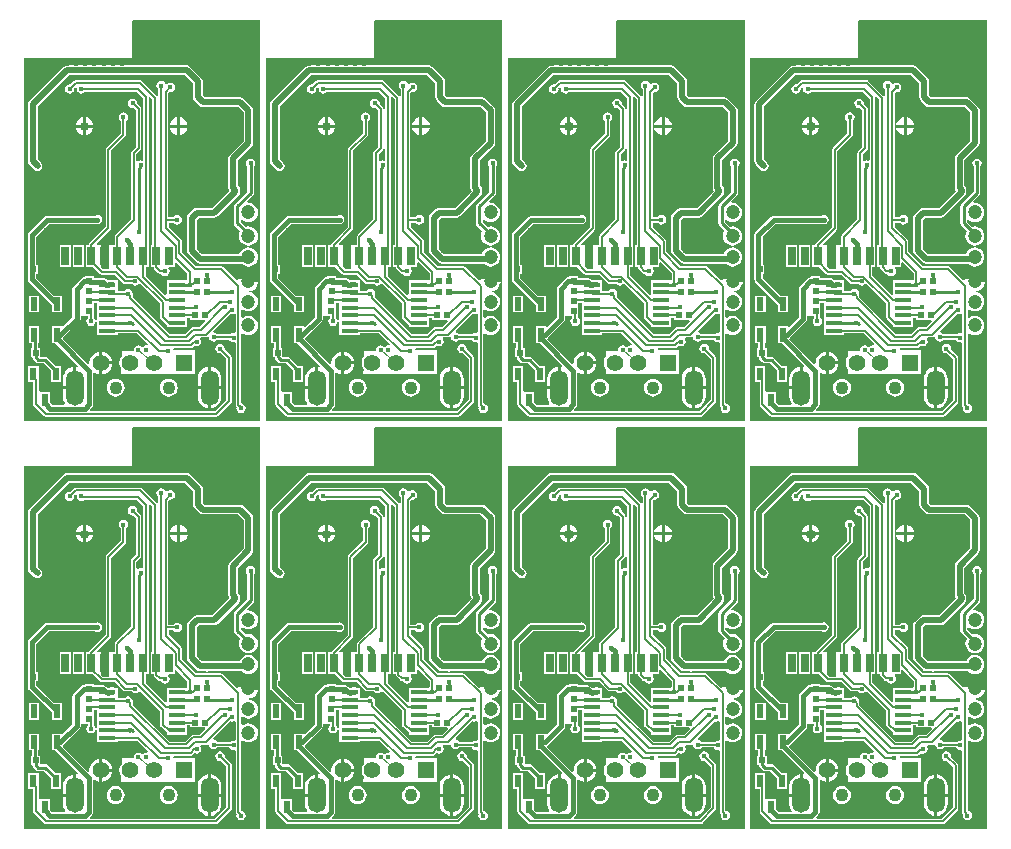
<source format=gbl>
G04*
G04 #@! TF.GenerationSoftware,Altium Limited,Altium Designer,20.0.2 (26)*
G04*
G04 Layer_Physical_Order=2*
G04 Layer_Color=16711680*
%FSLAX44Y44*%
%MOMM*%
G71*
G01*
G75*
%ADD20R,0.6000X1.1500*%
%ADD25R,0.5500X0.5300*%
%ADD34R,0.5500X0.5300*%
%ADD35R,0.5300X0.5500*%
%ADD36C,0.5080*%
%ADD37C,0.1524*%
%ADD39C,0.2540*%
%ADD40C,0.3810*%
%ADD41C,0.1010*%
%ADD43C,1.4200*%
%ADD44R,1.4200X1.4200*%
%ADD45C,1.1000*%
%ADD46O,1.5000X3.0000*%
%ADD47C,1.2000*%
%ADD48C,0.3810*%
%ADD49C,0.5080*%
%ADD50R,0.6000X1.1000*%
%ADD51R,0.7000X1.6000*%
%ADD52R,1.2000X1.8000*%
%ADD53R,2.5000X1.5000*%
%ADD54R,1.8000X2.0000*%
%ADD55R,2.0000X1.8000*%
%ADD56R,1.4750X0.4500*%
%ADD57C,0.7620*%
G36*
X814986Y345003D02*
X614986D01*
Y652343D01*
X706426D01*
Y683849D01*
X707242Y685003D01*
X814986D01*
Y345003D01*
D02*
G37*
G36*
X609991D02*
X409991D01*
Y652343D01*
X501431D01*
Y683849D01*
X502247Y685003D01*
X609991D01*
Y345003D01*
D02*
G37*
G36*
X404995D02*
X204995D01*
Y652343D01*
X296435D01*
Y683849D01*
X297251Y685003D01*
X404995D01*
Y345003D01*
D02*
G37*
G36*
X200000D02*
X0D01*
Y652343D01*
X91440D01*
Y683849D01*
X92256Y685003D01*
X200000D01*
Y345003D01*
D02*
G37*
G36*
X814986Y0D02*
X614986D01*
Y307340D01*
X706426D01*
Y338846D01*
X707242Y340000D01*
X814986D01*
Y0D01*
D02*
G37*
G36*
X609991D02*
X409991D01*
Y307340D01*
X501431D01*
Y338846D01*
X502247Y340000D01*
X609991D01*
Y0D01*
D02*
G37*
G36*
X404995D02*
X204995D01*
Y307340D01*
X296435D01*
Y338846D01*
X297251Y340000D01*
X404995D01*
Y0D01*
D02*
G37*
G36*
X200000D02*
X0D01*
Y307340D01*
X91440D01*
Y338846D01*
X92256Y340000D01*
X200000D01*
Y0D01*
D02*
G37*
%LPC*%
G36*
X713284Y633845D02*
X658598D01*
X657706Y633668D01*
X656950Y633163D01*
X654117Y630330D01*
X653518Y630449D01*
X651982Y630143D01*
X650680Y629273D01*
X649810Y627971D01*
X649504Y626435D01*
X649810Y624898D01*
X650680Y623596D01*
X651982Y622726D01*
X653518Y622421D01*
X655054Y622726D01*
X656357Y623596D01*
X657227Y624898D01*
X657533Y626435D01*
X657413Y627034D01*
X658516Y628136D01*
X659686Y627510D01*
X659472Y626435D01*
X659778Y624898D01*
X660648Y623596D01*
X661950Y622726D01*
X663486Y622421D01*
X665023Y622726D01*
X666324Y623596D01*
X710449D01*
X715812Y618233D01*
Y566485D01*
X714542Y565651D01*
X713584Y565841D01*
X712048Y565536D01*
X711391Y565097D01*
X710121Y565776D01*
Y571126D01*
X713685Y574690D01*
X714191Y575446D01*
X714368Y576338D01*
Y609140D01*
X714191Y610032D01*
X713685Y610788D01*
X710829Y613644D01*
X710948Y614243D01*
X710643Y615779D01*
X709773Y617081D01*
X708471Y617951D01*
X706934Y618257D01*
X705398Y617951D01*
X704096Y617081D01*
X703226Y615779D01*
X702920Y614243D01*
X703226Y612706D01*
X704096Y611404D01*
X705398Y610534D01*
X706934Y610229D01*
X707533Y610348D01*
X709706Y608174D01*
Y577304D01*
X706142Y573740D01*
X705637Y572983D01*
X705460Y572091D01*
Y515988D01*
X692338Y502867D01*
X691833Y502111D01*
X691656Y501219D01*
Y494283D01*
X687101D01*
Y473915D01*
X681880D01*
X680526Y475270D01*
X679810Y476201D01*
X679810D01*
X679810Y476201D01*
Y494335D01*
X677250D01*
X676764Y495508D01*
X687963Y506707D01*
X688468Y507463D01*
X688645Y508355D01*
Y574016D01*
X700748Y586119D01*
X701253Y586875D01*
X701430Y587767D01*
Y599315D01*
X701938Y599654D01*
X702808Y600956D01*
X703114Y602493D01*
X702808Y604029D01*
X701938Y605331D01*
X700636Y606201D01*
X699099Y606507D01*
X697563Y606201D01*
X696261Y605331D01*
X695391Y604029D01*
X695085Y602493D01*
X695391Y600956D01*
X696261Y599654D01*
X696769Y599315D01*
Y588732D01*
X684667Y576630D01*
X684161Y575874D01*
X683984Y574982D01*
Y509321D01*
X670338Y495675D01*
X669833Y494919D01*
X669706Y494283D01*
X667216D01*
Y475743D01*
X673460D01*
X679267Y469936D01*
X680023Y469431D01*
X680915Y469254D01*
X691841D01*
X699002Y462092D01*
X699758Y461587D01*
X700650Y461409D01*
X706000D01*
X706339Y460902D01*
X707641Y460032D01*
X709177Y459726D01*
X710713Y460032D01*
X712016Y460902D01*
X712225Y461216D01*
X713489Y461340D01*
X730054Y444775D01*
Y433161D01*
X730232Y432269D01*
X730737Y431513D01*
X735630Y426621D01*
X735721Y426559D01*
Y424749D01*
X753011D01*
Y432438D01*
X755544D01*
Y430745D01*
X763584D01*
Y430745D01*
X763924D01*
Y430745D01*
X768061D01*
X768547Y429571D01*
X763612Y424636D01*
X758120D01*
X757228Y424459D01*
X756472Y423954D01*
X751233Y418715D01*
X738577D01*
X707186Y450106D01*
Y451264D01*
X707008Y452156D01*
X706901Y452316D01*
X707053Y453080D01*
X706748Y454616D01*
X705878Y455919D01*
X704575Y456789D01*
X703039Y457094D01*
X701503Y456789D01*
X700201Y455919D01*
X699862Y455411D01*
X694251D01*
Y464289D01*
X691729D01*
X691071Y464728D01*
X689535Y465034D01*
X687999Y464728D01*
X687681Y464516D01*
X687062D01*
X687062Y464516D01*
X685920Y464289D01*
X685651D01*
X684507Y465433D01*
X683373Y466190D01*
X682035Y466456D01*
X674220D01*
Y467653D01*
X666380D01*
Y466914D01*
X665507D01*
X664169Y466647D01*
X663035Y465890D01*
X663035Y465890D01*
X656913Y459768D01*
X656155Y458634D01*
X655889Y457296D01*
Y433420D01*
X647485Y425016D01*
X646753Y425319D01*
Y425319D01*
X638213D01*
Y411279D01*
X641454D01*
X660677Y392056D01*
X660084Y390853D01*
X659256Y390962D01*
Y373503D01*
X657986D01*
Y372233D01*
X647860D01*
Y366003D01*
X648205Y363382D01*
X649217Y360939D01*
X649771Y360217D01*
X649209Y359078D01*
X638799D01*
X636722Y361156D01*
Y370142D01*
X628182D01*
X627370Y371076D01*
Y380784D01*
X627222Y381532D01*
Y392142D01*
X618682D01*
Y378602D01*
X622709D01*
Y359770D01*
X622886Y358877D01*
X623392Y358121D01*
X631856Y349657D01*
X632612Y349152D01*
X633504Y348975D01*
X777795D01*
X778687Y349152D01*
X779443Y349657D01*
X790353Y360567D01*
X790858Y361323D01*
X791035Y362215D01*
Y398597D01*
X790858Y399489D01*
X790353Y400245D01*
X784716Y405882D01*
X784835Y406480D01*
X784530Y408017D01*
X783660Y409319D01*
X782357Y410189D01*
X780821Y410494D01*
X779285Y410189D01*
X777983Y409319D01*
X777113Y408017D01*
X776807Y406480D01*
X777113Y404944D01*
X777983Y403642D01*
X779285Y402772D01*
X780821Y402466D01*
X781420Y402585D01*
X786374Y397631D01*
Y363180D01*
X776830Y353636D01*
X670965D01*
X670479Y354810D01*
X672497Y356827D01*
X673255Y357962D01*
X673521Y359300D01*
X673521Y359300D01*
Y385877D01*
X674660Y386439D01*
X675125Y386082D01*
X677470Y385111D01*
X678716Y384947D01*
Y394503D01*
Y404059D01*
X677470Y403895D01*
X675125Y402923D01*
X673111Y401378D01*
X671566Y399364D01*
X670594Y397019D01*
X670263Y394503D01*
X670330Y393992D01*
X669191Y393430D01*
X648059Y414562D01*
X648184Y415826D01*
X648185Y415827D01*
X661858Y429500D01*
X662616Y430634D01*
X662882Y431972D01*
X662882Y431972D01*
Y432881D01*
X662982Y434109D01*
X664152Y434109D01*
X669221D01*
Y432864D01*
X668714Y432525D01*
X667844Y431222D01*
X667538Y429686D01*
X667844Y428150D01*
X668714Y426848D01*
X670016Y425978D01*
X671552Y425672D01*
X673088Y425978D01*
X674391Y426848D01*
X675261Y428150D01*
X675566Y429686D01*
X675261Y431222D01*
X674391Y432525D01*
X673883Y432864D01*
Y434109D01*
X674120D01*
Y441219D01*
X674120Y442149D01*
X674120Y443419D01*
Y445438D01*
X676961D01*
Y437749D01*
Y431249D01*
Y424749D01*
Y418249D01*
X694251D01*
Y419473D01*
X710787D01*
X719807Y410452D01*
X719182Y409282D01*
X718302Y409457D01*
X716766Y409151D01*
X715464Y408281D01*
X714661D01*
X713358Y409151D01*
X711822Y409457D01*
X710286Y409151D01*
X708984Y408281D01*
X708114Y406979D01*
X707808Y405443D01*
X707261Y404771D01*
X697790Y404693D01*
X697669Y399968D01*
X697010Y399108D01*
X696089Y396887D01*
X695776Y394503D01*
X696089Y392119D01*
X697010Y389897D01*
X697398Y389391D01*
X697282Y384881D01*
X759626Y384863D01*
Y405201D01*
X741738Y405054D01*
X741318Y405830D01*
X742041Y407028D01*
X755950D01*
X756842Y407205D01*
X757598Y407711D01*
X759017Y409129D01*
X759578Y408755D01*
X761114Y408449D01*
X762650Y408755D01*
X763952Y409625D01*
X764822Y410927D01*
X765128Y412463D01*
X764822Y413999D01*
X764347Y414711D01*
X765026Y415981D01*
X768833D01*
X769725Y416158D01*
X770158Y416448D01*
X770322Y416434D01*
X771174Y416100D01*
X771472Y415858D01*
X771681Y414808D01*
X772551Y413506D01*
X773853Y412636D01*
X775389Y412330D01*
X776926Y412636D01*
X778228Y413506D01*
X778567Y414014D01*
X788837D01*
X789533Y412971D01*
X790836Y412101D01*
X792372Y411795D01*
X792904Y411901D01*
X794174Y410868D01*
Y359124D01*
X794351Y358232D01*
X794857Y357476D01*
X794913Y357419D01*
X794648Y356089D01*
X794954Y354552D01*
X795824Y353250D01*
X797126Y352380D01*
X798662Y352075D01*
X800199Y352380D01*
X801501Y353250D01*
X802371Y354552D01*
X802676Y356089D01*
X802371Y357625D01*
X801501Y358927D01*
X800199Y359797D01*
X798862Y360063D01*
X798835Y360089D01*
Y419215D01*
X800105Y419842D01*
X800898Y419234D01*
X802852Y418424D01*
X804948Y418148D01*
X807045Y418424D01*
X808999Y419234D01*
X810677Y420521D01*
X811964Y422199D01*
X812774Y424153D01*
X813050Y426250D01*
X812774Y428346D01*
X811964Y430300D01*
X810677Y431978D01*
X808999Y433266D01*
X807045Y434075D01*
X804948Y434351D01*
X802852Y434075D01*
X800898Y433266D01*
X800105Y432658D01*
X798835Y433284D01*
Y439216D01*
X800105Y439842D01*
X800898Y439234D01*
X802852Y438424D01*
X804948Y438148D01*
X807045Y438424D01*
X808999Y439234D01*
X810677Y440521D01*
X811964Y442199D01*
X812774Y444153D01*
X813050Y446250D01*
X812774Y448346D01*
X811964Y450300D01*
X810677Y451978D01*
X808999Y453266D01*
X807045Y454075D01*
X805769Y454243D01*
Y455524D01*
X807178Y455710D01*
X809255Y456570D01*
X811039Y457939D01*
X812408Y459723D01*
X813269Y461800D01*
X813395Y462760D01*
X804948D01*
Y464030D01*
X803678D01*
Y465300D01*
X796736D01*
Y466519D01*
X796628Y466259D01*
X796436Y464803D01*
X795096Y464347D01*
X783571Y475872D01*
X782815Y476377D01*
X781923Y476554D01*
X760845D01*
X748793Y488607D01*
Y497245D01*
X748615Y498137D01*
X748110Y498893D01*
X737474Y509529D01*
Y513271D01*
X741392D01*
X741731Y512763D01*
X743033Y511893D01*
X744569Y511588D01*
X746106Y511893D01*
X747408Y512763D01*
X748278Y514066D01*
X748584Y515602D01*
X748278Y517138D01*
X747408Y518440D01*
X746106Y519310D01*
X744569Y519616D01*
X743033Y519310D01*
X741731Y518440D01*
X741392Y517933D01*
X737065D01*
Y622612D01*
X738263Y623810D01*
X738862Y623690D01*
X740398Y623996D01*
X741701Y624866D01*
X742571Y626169D01*
X742877Y627705D01*
X742571Y629241D01*
X741701Y630543D01*
X740398Y631413D01*
X738862Y631719D01*
X737326Y631413D01*
X736024Y630543D01*
X735834Y630577D01*
X734709Y630861D01*
X733903Y632067D01*
X732600Y632937D01*
X731064Y633243D01*
X729528Y632937D01*
X728226Y632067D01*
X727356Y630765D01*
X727050Y629229D01*
X727356Y627692D01*
X728226Y626390D01*
X728734Y626051D01*
Y621112D01*
X728223Y620794D01*
X727464Y620632D01*
X714932Y633163D01*
X714176Y633668D01*
X713284Y633845D01*
D02*
G37*
G36*
X747256Y602430D02*
Y596263D01*
X753424D01*
X753332Y596961D01*
X752572Y598795D01*
X751364Y600370D01*
X749789Y601579D01*
X747955Y602339D01*
X747256Y602430D01*
D02*
G37*
G36*
X744716D02*
X744018Y602339D01*
X742184Y601579D01*
X740609Y600370D01*
X739400Y598795D01*
X738640Y596961D01*
X738549Y596263D01*
X744716D01*
Y602430D01*
D02*
G37*
G36*
X667256D02*
Y596263D01*
X673424D01*
X673332Y596961D01*
X672572Y598795D01*
X671364Y600370D01*
X669789Y601579D01*
X667955Y602339D01*
X667256Y602430D01*
D02*
G37*
G36*
X664716D02*
X664018Y602339D01*
X662184Y601579D01*
X660609Y600370D01*
X659400Y598795D01*
X658640Y596961D01*
X658549Y596263D01*
X664716D01*
Y602430D01*
D02*
G37*
G36*
X753424Y593723D02*
X747256D01*
Y587555D01*
X747955Y587647D01*
X749789Y588406D01*
X751364Y589615D01*
X752572Y591190D01*
X753332Y593024D01*
X753424Y593723D01*
D02*
G37*
G36*
X744716D02*
X738549D01*
X738640Y593024D01*
X739400Y591190D01*
X740609Y589615D01*
X742184Y588406D01*
X744018Y587647D01*
X744716Y587555D01*
Y593723D01*
D02*
G37*
G36*
X673424D02*
X667256D01*
Y587555D01*
X667955Y587647D01*
X669789Y588406D01*
X671364Y589615D01*
X672572Y591190D01*
X673332Y593024D01*
X673424Y593723D01*
D02*
G37*
G36*
X664716D02*
X658549D01*
X658640Y593024D01*
X659400Y591190D01*
X660609Y589615D01*
X662184Y588406D01*
X664018Y587647D01*
X664716Y587555D01*
Y593723D01*
D02*
G37*
G36*
X806756Y567457D02*
X805220Y567151D01*
X803918Y566281D01*
X803048Y564979D01*
X802742Y563443D01*
X803048Y561907D01*
X803908Y560620D01*
Y539477D01*
X793566Y529135D01*
X792949Y528211D01*
X792732Y527121D01*
X792732Y527121D01*
Y512691D01*
X792732Y512690D01*
X792949Y511600D01*
X793566Y510676D01*
X798123Y506119D01*
X797932Y505870D01*
X797123Y503917D01*
X796847Y501820D01*
X797123Y499723D01*
X797932Y497769D01*
X799220Y496091D01*
X800898Y494804D01*
X802852Y493994D01*
X804948Y493718D01*
X807045Y493994D01*
X808999Y494804D01*
X810677Y496091D01*
X811964Y497769D01*
X812774Y499723D01*
X813050Y501820D01*
X812774Y503917D01*
X811964Y505870D01*
X810677Y507548D01*
X808999Y508836D01*
X807045Y509645D01*
X804948Y509921D01*
X802852Y509645D01*
X802712Y509587D01*
X798429Y513870D01*
Y515180D01*
X799699Y515789D01*
X800898Y514870D01*
X802852Y514061D01*
X804948Y513784D01*
X807045Y514061D01*
X808999Y514870D01*
X810677Y516157D01*
X811964Y517835D01*
X812774Y519789D01*
X813050Y521886D01*
X812774Y523983D01*
X811964Y525936D01*
X810677Y527614D01*
X808999Y528902D01*
X807045Y529711D01*
X804948Y529987D01*
X804169Y529884D01*
X803576Y531087D01*
X808771Y536282D01*
X809388Y537206D01*
X809605Y538297D01*
X809605Y538297D01*
Y560620D01*
X810465Y561907D01*
X810770Y563443D01*
X810465Y564979D01*
X809595Y566281D01*
X808292Y567151D01*
X806756Y567457D01*
D02*
G37*
G36*
X677089Y519730D02*
X675553Y519425D01*
X675235Y519212D01*
X634559D01*
X633221Y518946D01*
X632087Y518188D01*
X619237Y505339D01*
X618479Y504204D01*
X618213Y502867D01*
Y465073D01*
X618479Y463735D01*
X619237Y462601D01*
X638213Y443625D01*
Y437279D01*
X646753D01*
Y451319D01*
X640407D01*
X625205Y466521D01*
Y469886D01*
X626780D01*
Y477726D01*
X625205D01*
Y501418D01*
X636007Y512220D01*
X675235D01*
X675553Y512007D01*
X677089Y511702D01*
X678625Y512007D01*
X679928Y512878D01*
X680798Y514180D01*
X681104Y515716D01*
X680798Y517252D01*
X679928Y518554D01*
X678625Y519425D01*
X677089Y519730D01*
D02*
G37*
G36*
X695504Y646451D02*
X694859Y646322D01*
X651304D01*
X649719Y646007D01*
X648374Y645109D01*
X619422Y616157D01*
X618524Y614812D01*
X618209Y613227D01*
Y565221D01*
X618524Y563635D01*
X619422Y562291D01*
X623486Y558227D01*
X624831Y557328D01*
X626416Y557013D01*
X628002Y557328D01*
X629346Y558227D01*
X630245Y559571D01*
X630560Y561157D01*
X630245Y562742D01*
X629346Y564087D01*
X626496Y566937D01*
Y611510D01*
X653021Y638035D01*
X751120D01*
X758087Y631068D01*
Y619399D01*
X758402Y617813D01*
X759300Y616469D01*
X763440Y612329D01*
X764785Y611431D01*
X766370Y611115D01*
X796391D01*
X800828Y606678D01*
Y582406D01*
X789094Y570672D01*
X788196Y569328D01*
X787881Y567743D01*
Y542793D01*
X788196Y541207D01*
X788868Y540201D01*
X774489Y525821D01*
X761293D01*
X759707Y525506D01*
X758363Y524608D01*
X753943Y520188D01*
X753045Y518844D01*
X752730Y517258D01*
Y489567D01*
X753045Y487981D01*
X753943Y486637D01*
X760977Y479603D01*
X762321Y478705D01*
X763907Y478390D01*
X768043D01*
X768289Y478226D01*
X769825Y477920D01*
X771361Y478226D01*
X771607Y478390D01*
X799203D01*
X799220Y478367D01*
X800898Y477080D01*
X802852Y476270D01*
X804948Y475994D01*
X807045Y476270D01*
X808999Y477080D01*
X810677Y478367D01*
X811964Y480045D01*
X812774Y481999D01*
X813050Y484096D01*
X812774Y486193D01*
X811964Y488146D01*
X810677Y489824D01*
X808999Y491112D01*
X807045Y491921D01*
X804948Y492197D01*
X802852Y491921D01*
X800898Y491112D01*
X799220Y489824D01*
X797932Y488146D01*
X797324Y486677D01*
X765623D01*
X761017Y491283D01*
Y515542D01*
X763009Y517534D01*
X776205D01*
X777791Y517849D01*
X779135Y518747D01*
X796656Y536269D01*
X797555Y537613D01*
X797870Y539199D01*
Y541091D01*
X797555Y542676D01*
X796656Y544021D01*
X796168Y544509D01*
Y566026D01*
X807902Y577760D01*
X808800Y579104D01*
X809115Y580690D01*
Y582593D01*
Y608394D01*
X808800Y609980D01*
X807902Y611324D01*
X801037Y618189D01*
X799693Y619087D01*
X798107Y619402D01*
X768087D01*
X766374Y621115D01*
Y632785D01*
X766059Y634370D01*
X765160Y635715D01*
X755766Y645109D01*
X754422Y646007D01*
X752836Y646322D01*
X696150D01*
X695504Y646451D01*
D02*
G37*
G36*
X665756Y494283D02*
X656216D01*
Y475743D01*
X665756D01*
Y494283D01*
D02*
G37*
G36*
X654756D02*
X645216D01*
Y475743D01*
X654756D01*
Y494283D01*
D02*
G37*
G36*
X627753Y451319D02*
X619213D01*
Y437279D01*
X627753D01*
Y451319D01*
D02*
G37*
G36*
X681256Y404059D02*
Y395773D01*
X689542D01*
X689378Y397019D01*
X688407Y399364D01*
X686862Y401378D01*
X684848Y402923D01*
X682503Y403895D01*
X681256Y404059D01*
D02*
G37*
G36*
X689542Y393233D02*
X681256D01*
Y384947D01*
X682503Y385111D01*
X684848Y386082D01*
X686862Y387627D01*
X688407Y389641D01*
X689378Y391986D01*
X689542Y393233D01*
D02*
G37*
G36*
X627753Y425319D02*
X619213D01*
Y411279D01*
X621485D01*
Y406864D01*
X620743D01*
Y399024D01*
X622034D01*
X622231Y398034D01*
X622849Y397109D01*
X625182Y394776D01*
X625182Y394776D01*
X626106Y394159D01*
X627196Y393942D01*
X631853D01*
X637682Y388113D01*
Y378602D01*
X646222D01*
Y392142D01*
X641710D01*
X635047Y398805D01*
X634123Y399423D01*
X633033Y399640D01*
X633033Y399640D01*
X628783D01*
Y406864D01*
X627182D01*
Y411279D01*
X627753D01*
Y425319D01*
D02*
G37*
G36*
X773256Y390962D02*
Y374773D01*
X782113D01*
Y381003D01*
X781768Y383624D01*
X780756Y386066D01*
X779147Y388163D01*
X777050Y389773D01*
X774607Y390784D01*
X773256Y390962D01*
D02*
G37*
G36*
X770716D02*
X769365Y390784D01*
X766923Y389773D01*
X764826Y388163D01*
X763216Y386066D01*
X762205Y383624D01*
X761860Y381003D01*
Y374773D01*
X770716D01*
Y390962D01*
D02*
G37*
G36*
X656716D02*
X655365Y390784D01*
X652923Y389773D01*
X650826Y388163D01*
X649217Y386066D01*
X648205Y383624D01*
X647860Y381003D01*
Y374773D01*
X656716D01*
Y390962D01*
D02*
G37*
G36*
X737486Y381100D02*
X735520Y380841D01*
X733688Y380082D01*
X732114Y378875D01*
X730907Y377301D01*
X730148Y375469D01*
X729889Y373503D01*
X730148Y371536D01*
X730907Y369704D01*
X732114Y368131D01*
X733688Y366923D01*
X735520Y366165D01*
X737486Y365906D01*
X739453Y366165D01*
X741285Y366923D01*
X742858Y368131D01*
X744065Y369704D01*
X744825Y371536D01*
X745083Y373503D01*
X744825Y375469D01*
X744065Y377301D01*
X742858Y378875D01*
X741285Y380082D01*
X739453Y380841D01*
X737486Y381100D01*
D02*
G37*
G36*
X692486D02*
X690520Y380841D01*
X688688Y380082D01*
X687114Y378875D01*
X685907Y377301D01*
X685148Y375469D01*
X684889Y373503D01*
X685148Y371536D01*
X685907Y369704D01*
X687114Y368131D01*
X688688Y366923D01*
X690520Y366165D01*
X692486Y365906D01*
X694453Y366165D01*
X696285Y366923D01*
X697858Y368131D01*
X699065Y369704D01*
X699825Y371536D01*
X700083Y373503D01*
X699825Y375469D01*
X699065Y377301D01*
X697858Y378875D01*
X696285Y380082D01*
X694453Y380841D01*
X692486Y381100D01*
D02*
G37*
G36*
X782113Y372233D02*
X773256D01*
Y356043D01*
X774607Y356221D01*
X777050Y357233D01*
X779147Y358842D01*
X780756Y360939D01*
X781768Y363382D01*
X782113Y366003D01*
Y372233D01*
D02*
G37*
G36*
X770716D02*
X761860D01*
Y366003D01*
X762205Y363382D01*
X763216Y360939D01*
X764826Y358842D01*
X766923Y357233D01*
X769365Y356221D01*
X770716Y356043D01*
Y372233D01*
D02*
G37*
%LPD*%
G36*
X723676Y617826D02*
Y494283D01*
X722216D01*
Y475743D01*
X724656D01*
Y475573D01*
X724833Y474681D01*
X725338Y473925D01*
X728471Y470792D01*
X729227Y470287D01*
X730119Y470109D01*
X730642D01*
X731274Y469164D01*
X732576Y468294D01*
X734112Y467989D01*
X735648Y468294D01*
X736951Y469164D01*
X737821Y470466D01*
X738127Y472003D01*
X737821Y473539D01*
X737197Y474473D01*
X737675Y475649D01*
X737759Y475743D01*
X742756D01*
Y479083D01*
X743930Y479569D01*
X753254Y470244D01*
Y465458D01*
X753011Y464289D01*
X735721D01*
Y452413D01*
X734548Y451927D01*
X718317Y468158D01*
Y475743D01*
X720756D01*
Y494283D01*
X720473D01*
Y619199D01*
X720465Y619242D01*
X721635Y619868D01*
X723676Y617826D01*
D02*
G37*
G36*
X794174Y435521D02*
Y420752D01*
X792904Y419718D01*
X792372Y419824D01*
X790836Y419518D01*
X789574Y418675D01*
X778567D01*
X778228Y419183D01*
X776926Y420053D01*
X775876Y420262D01*
X775368Y421551D01*
X789641Y435824D01*
X790891Y435575D01*
X792427Y435881D01*
X792904Y436199D01*
X794174Y435521D01*
D02*
G37*
%LPC*%
G36*
X508289Y633845D02*
X453603D01*
X452711Y633668D01*
X451955Y633163D01*
X449122Y630330D01*
X448523Y630449D01*
X446987Y630143D01*
X445685Y629273D01*
X444814Y627971D01*
X444509Y626435D01*
X444814Y624898D01*
X445685Y623596D01*
X446987Y622726D01*
X448523Y622421D01*
X450059Y622726D01*
X451361Y623596D01*
X452231Y624898D01*
X452537Y626435D01*
X452418Y627034D01*
X453520Y628136D01*
X454691Y627510D01*
X454477Y626435D01*
X454782Y624898D01*
X455653Y623596D01*
X456955Y622726D01*
X458491Y622421D01*
X460027Y622726D01*
X461329Y623596D01*
X505454D01*
X510816Y618233D01*
Y566485D01*
X509546Y565651D01*
X508589Y565841D01*
X507052Y565536D01*
X506396Y565097D01*
X505126Y565776D01*
Y571126D01*
X508690Y574690D01*
X509195Y575446D01*
X509372Y576338D01*
Y609140D01*
X509195Y610032D01*
X508690Y610788D01*
X505834Y613644D01*
X505953Y614243D01*
X505648Y615779D01*
X504777Y617081D01*
X503475Y617951D01*
X501939Y618257D01*
X500403Y617951D01*
X499100Y617081D01*
X498230Y615779D01*
X497925Y614243D01*
X498230Y612706D01*
X499100Y611404D01*
X500403Y610534D01*
X501939Y610229D01*
X502538Y610348D01*
X504711Y608174D01*
Y577304D01*
X501147Y573740D01*
X500642Y572983D01*
X500464Y572091D01*
Y515988D01*
X487343Y502867D01*
X486838Y502111D01*
X486660Y501219D01*
Y494283D01*
X482105D01*
Y473915D01*
X476885D01*
X475530Y475270D01*
X474814Y476201D01*
X474814D01*
X474814Y476201D01*
Y494335D01*
X472254D01*
X471768Y495508D01*
X482967Y506707D01*
X483473Y507463D01*
X483650Y508355D01*
Y574016D01*
X495752Y586119D01*
X496257Y586875D01*
X496435Y587767D01*
Y599315D01*
X496942Y599654D01*
X497813Y600956D01*
X498118Y602493D01*
X497813Y604029D01*
X496942Y605331D01*
X495640Y606201D01*
X494104Y606507D01*
X492568Y606201D01*
X491266Y605331D01*
X490395Y604029D01*
X490090Y602493D01*
X490395Y600956D01*
X491266Y599654D01*
X491773Y599315D01*
Y588732D01*
X479671Y576630D01*
X479166Y575874D01*
X478988Y574982D01*
Y509321D01*
X465343Y495675D01*
X464838Y494919D01*
X464711Y494283D01*
X462221D01*
Y475743D01*
X468465D01*
X474271Y469936D01*
X475027Y469431D01*
X475919Y469254D01*
X486845D01*
X494007Y462092D01*
X494763Y461587D01*
X495655Y461409D01*
X501004D01*
X501343Y460902D01*
X502646Y460032D01*
X504182Y459726D01*
X505718Y460032D01*
X507020Y460902D01*
X507230Y461216D01*
X508494Y461340D01*
X525059Y444775D01*
Y433161D01*
X525236Y432269D01*
X525742Y431513D01*
X530634Y426621D01*
X530726Y426559D01*
Y424749D01*
X548016D01*
Y432438D01*
X550549D01*
Y430745D01*
X558589D01*
Y430745D01*
X558929D01*
Y430745D01*
X563065D01*
X563551Y429571D01*
X558616Y424636D01*
X553125D01*
X552233Y424459D01*
X551477Y423954D01*
X546238Y418715D01*
X533582D01*
X502190Y450106D01*
Y451264D01*
X502013Y452156D01*
X501906Y452316D01*
X502058Y453080D01*
X501752Y454616D01*
X500882Y455919D01*
X499580Y456789D01*
X498044Y457094D01*
X496508Y456789D01*
X495205Y455919D01*
X494866Y455411D01*
X489256D01*
Y464289D01*
X486734D01*
X486076Y464728D01*
X484540Y465034D01*
X483004Y464728D01*
X482686Y464516D01*
X482067D01*
X482067Y464516D01*
X480924Y464289D01*
X480656D01*
X479512Y465433D01*
X478377Y466190D01*
X477039Y466456D01*
X469224D01*
Y467653D01*
X461384D01*
Y466914D01*
X460512D01*
X459174Y466647D01*
X458039Y465890D01*
X458039Y465890D01*
X451918Y459768D01*
X451160Y458634D01*
X450894Y457296D01*
Y433420D01*
X442489Y425016D01*
X441757Y425319D01*
Y425319D01*
X433217D01*
Y411279D01*
X436458D01*
X455682Y392056D01*
X455088Y390853D01*
X454261Y390962D01*
Y373503D01*
X452991D01*
Y372233D01*
X442864D01*
Y366003D01*
X443209Y363382D01*
X444221Y360939D01*
X444775Y360217D01*
X444214Y359078D01*
X433804D01*
X431726Y361156D01*
Y370142D01*
X423186D01*
X422375Y371076D01*
Y380784D01*
X422226Y381532D01*
Y392142D01*
X413686D01*
Y378602D01*
X417713D01*
Y359770D01*
X417891Y358877D01*
X418396Y358121D01*
X426860Y349657D01*
X427616Y349152D01*
X428508Y348975D01*
X572800D01*
X573692Y349152D01*
X574448Y349657D01*
X585357Y360567D01*
X585863Y361323D01*
X586040Y362215D01*
Y398597D01*
X585863Y399489D01*
X585357Y400245D01*
X579721Y405882D01*
X579840Y406480D01*
X579534Y408017D01*
X578664Y409319D01*
X577362Y410189D01*
X575826Y410494D01*
X574290Y410189D01*
X572987Y409319D01*
X572117Y408017D01*
X571812Y406480D01*
X572117Y404944D01*
X572987Y403642D01*
X574290Y402772D01*
X575826Y402466D01*
X576424Y402585D01*
X581378Y397631D01*
Y363180D01*
X571834Y353636D01*
X465970D01*
X465484Y354810D01*
X467501Y356827D01*
X468259Y357962D01*
X468526Y359300D01*
X468526Y359300D01*
Y385877D01*
X469665Y386439D01*
X470129Y386082D01*
X472474Y385111D01*
X473721Y384947D01*
Y394503D01*
Y404059D01*
X472474Y403895D01*
X470129Y402923D01*
X468116Y401378D01*
X466570Y399364D01*
X465599Y397019D01*
X465268Y394503D01*
X465335Y393992D01*
X464196Y393430D01*
X443064Y414562D01*
X443188Y415826D01*
X443189Y415827D01*
X456862Y429500D01*
X457620Y430634D01*
X457886Y431972D01*
X457886Y431972D01*
Y432881D01*
X457987Y434109D01*
X459156Y434109D01*
X464226D01*
Y432864D01*
X463718Y432525D01*
X462848Y431222D01*
X462543Y429686D01*
X462848Y428150D01*
X463718Y426848D01*
X465021Y425978D01*
X466557Y425672D01*
X468093Y425978D01*
X469395Y426848D01*
X470265Y428150D01*
X470571Y429686D01*
X470265Y431222D01*
X469395Y432525D01*
X468887Y432864D01*
Y434109D01*
X469124D01*
Y441219D01*
X469124Y442149D01*
X469124Y443419D01*
Y445438D01*
X471966D01*
Y437749D01*
Y431249D01*
Y424749D01*
Y418249D01*
X489256D01*
Y419473D01*
X505792D01*
X514812Y410452D01*
X514186Y409282D01*
X513307Y409457D01*
X511771Y409151D01*
X510468Y408281D01*
X509665D01*
X508363Y409151D01*
X506827Y409457D01*
X505291Y409151D01*
X503988Y408281D01*
X503118Y406979D01*
X502813Y405443D01*
X502266Y404771D01*
X492795Y404693D01*
X492674Y399968D01*
X492014Y399108D01*
X491094Y396887D01*
X490780Y394503D01*
X491094Y392119D01*
X492014Y389897D01*
X492402Y389391D01*
X492287Y384881D01*
X554631Y384863D01*
Y405201D01*
X536742Y405054D01*
X536323Y405830D01*
X537046Y407028D01*
X550954D01*
X551846Y407205D01*
X552602Y407711D01*
X554021Y409129D01*
X554582Y408755D01*
X556118Y408449D01*
X557654Y408755D01*
X558957Y409625D01*
X559827Y410927D01*
X560132Y412463D01*
X559827Y413999D01*
X559352Y414711D01*
X560031Y415981D01*
X563838D01*
X564729Y416158D01*
X565163Y416448D01*
X565327Y416434D01*
X566179Y416100D01*
X566477Y415858D01*
X566685Y414808D01*
X567556Y413506D01*
X568858Y412636D01*
X570394Y412330D01*
X571930Y412636D01*
X573232Y413506D01*
X573572Y414014D01*
X583841D01*
X584538Y412971D01*
X585840Y412101D01*
X587376Y411795D01*
X587908Y411901D01*
X589178Y410868D01*
Y359124D01*
X589356Y358232D01*
X589861Y357476D01*
X589917Y357419D01*
X589653Y356089D01*
X589958Y354552D01*
X590829Y353250D01*
X592131Y352380D01*
X593667Y352075D01*
X595203Y352380D01*
X596505Y353250D01*
X597375Y354552D01*
X597681Y356089D01*
X597375Y357625D01*
X596505Y358927D01*
X595203Y359797D01*
X593866Y360063D01*
X593840Y360089D01*
Y419215D01*
X595110Y419842D01*
X595902Y419234D01*
X597856Y418424D01*
X599953Y418148D01*
X602050Y418424D01*
X604004Y419234D01*
X605681Y420521D01*
X606969Y422199D01*
X607778Y424153D01*
X608054Y426250D01*
X607778Y428346D01*
X606969Y430300D01*
X605681Y431978D01*
X604004Y433266D01*
X602050Y434075D01*
X599953Y434351D01*
X597856Y434075D01*
X595902Y433266D01*
X595110Y432658D01*
X593840Y433284D01*
Y439216D01*
X595110Y439842D01*
X595902Y439234D01*
X597856Y438424D01*
X599953Y438148D01*
X602050Y438424D01*
X604004Y439234D01*
X605681Y440521D01*
X606969Y442199D01*
X607778Y444153D01*
X608054Y446250D01*
X607778Y448346D01*
X606969Y450300D01*
X605681Y451978D01*
X604004Y453266D01*
X602050Y454075D01*
X600773Y454243D01*
Y455524D01*
X602182Y455710D01*
X604260Y456570D01*
X606044Y457939D01*
X607413Y459723D01*
X608273Y461800D01*
X608399Y462760D01*
X599953D01*
Y464030D01*
X598683D01*
Y465300D01*
X591740D01*
Y466519D01*
X591633Y466259D01*
X591441Y464803D01*
X590100Y464347D01*
X578576Y475872D01*
X577820Y476377D01*
X576928Y476554D01*
X555850D01*
X543797Y488607D01*
Y497245D01*
X543620Y498137D01*
X543115Y498893D01*
X532479Y509529D01*
Y513271D01*
X536396D01*
X536736Y512763D01*
X538038Y511893D01*
X539574Y511588D01*
X541110Y511893D01*
X542412Y512763D01*
X543283Y514066D01*
X543588Y515602D01*
X543283Y517138D01*
X542412Y518440D01*
X541110Y519310D01*
X539574Y519616D01*
X538038Y519310D01*
X536736Y518440D01*
X536396Y517933D01*
X532070D01*
Y622612D01*
X533268Y623810D01*
X533867Y623690D01*
X535403Y623996D01*
X536705Y624866D01*
X537575Y626169D01*
X537881Y627705D01*
X537575Y629241D01*
X536705Y630543D01*
X535403Y631413D01*
X533867Y631719D01*
X532331Y631413D01*
X531029Y630543D01*
X530839Y630577D01*
X529713Y630861D01*
X528907Y632067D01*
X527605Y632937D01*
X526069Y633243D01*
X524533Y632937D01*
X523231Y632067D01*
X522360Y630765D01*
X522055Y629229D01*
X522360Y627692D01*
X523231Y626390D01*
X523738Y626051D01*
Y621112D01*
X523228Y620794D01*
X522468Y620632D01*
X509937Y633163D01*
X509181Y633668D01*
X508289Y633845D01*
D02*
G37*
G36*
X542261Y602430D02*
Y596263D01*
X548429D01*
X548337Y596961D01*
X547577Y598795D01*
X546368Y600370D01*
X544793Y601579D01*
X542959Y602339D01*
X542261Y602430D01*
D02*
G37*
G36*
X539721D02*
X539023Y602339D01*
X537188Y601579D01*
X535613Y600370D01*
X534405Y598795D01*
X533645Y596961D01*
X533553Y596263D01*
X539721D01*
Y602430D01*
D02*
G37*
G36*
X462261D02*
Y596263D01*
X468429D01*
X468337Y596961D01*
X467577Y598795D01*
X466368Y600370D01*
X464793Y601579D01*
X462959Y602339D01*
X462261Y602430D01*
D02*
G37*
G36*
X459721D02*
X459023Y602339D01*
X457188Y601579D01*
X455613Y600370D01*
X454405Y598795D01*
X453645Y596961D01*
X453553Y596263D01*
X459721D01*
Y602430D01*
D02*
G37*
G36*
X548429Y593723D02*
X542261D01*
Y587555D01*
X542959Y587647D01*
X544793Y588406D01*
X546368Y589615D01*
X547577Y591190D01*
X548337Y593024D01*
X548429Y593723D01*
D02*
G37*
G36*
X539721D02*
X533553D01*
X533645Y593024D01*
X534405Y591190D01*
X535613Y589615D01*
X537188Y588406D01*
X539023Y587647D01*
X539721Y587555D01*
Y593723D01*
D02*
G37*
G36*
X468429D02*
X462261D01*
Y587555D01*
X462959Y587647D01*
X464793Y588406D01*
X466368Y589615D01*
X467577Y591190D01*
X468337Y593024D01*
X468429Y593723D01*
D02*
G37*
G36*
X459721D02*
X453553D01*
X453645Y593024D01*
X454405Y591190D01*
X455613Y589615D01*
X457188Y588406D01*
X459023Y587647D01*
X459721Y587555D01*
Y593723D01*
D02*
G37*
G36*
X601761Y567457D02*
X600225Y567151D01*
X598923Y566281D01*
X598052Y564979D01*
X597747Y563443D01*
X598052Y561907D01*
X598912Y560620D01*
Y539477D01*
X588571Y529135D01*
X587953Y528211D01*
X587736Y527121D01*
X587736Y527121D01*
Y512691D01*
X587736Y512690D01*
X587953Y511600D01*
X588571Y510676D01*
X593128Y506119D01*
X592937Y505870D01*
X592128Y503917D01*
X591852Y501820D01*
X592128Y499723D01*
X592937Y497769D01*
X594224Y496091D01*
X595902Y494804D01*
X597856Y493994D01*
X599953Y493718D01*
X602050Y493994D01*
X604004Y494804D01*
X605681Y496091D01*
X606969Y497769D01*
X607778Y499723D01*
X608054Y501820D01*
X607778Y503917D01*
X606969Y505870D01*
X605681Y507548D01*
X604004Y508836D01*
X602050Y509645D01*
X599953Y509921D01*
X597856Y509645D01*
X597717Y509587D01*
X593434Y513870D01*
Y515180D01*
X594704Y515789D01*
X595902Y514870D01*
X597856Y514061D01*
X599953Y513784D01*
X602050Y514061D01*
X604004Y514870D01*
X605681Y516157D01*
X606969Y517835D01*
X607778Y519789D01*
X608054Y521886D01*
X607778Y523983D01*
X606969Y525936D01*
X605681Y527614D01*
X604004Y528902D01*
X602050Y529711D01*
X599953Y529987D01*
X599174Y529884D01*
X598580Y531087D01*
X603775Y536282D01*
X604393Y537206D01*
X604610Y538297D01*
X604610Y538297D01*
Y560620D01*
X605470Y561907D01*
X605775Y563443D01*
X605470Y564979D01*
X604599Y566281D01*
X603297Y567151D01*
X601761Y567457D01*
D02*
G37*
G36*
X472094Y519730D02*
X470558Y519425D01*
X470240Y519212D01*
X429563D01*
X428226Y518946D01*
X427091Y518188D01*
X414242Y505339D01*
X413484Y504204D01*
X413218Y502867D01*
Y465073D01*
X413484Y463735D01*
X414242Y462601D01*
X433217Y443625D01*
Y437279D01*
X441757D01*
Y451319D01*
X435412D01*
X420210Y466521D01*
Y469886D01*
X421784D01*
Y477726D01*
X420210D01*
Y501418D01*
X431012Y512220D01*
X470240D01*
X470558Y512007D01*
X472094Y511702D01*
X473630Y512007D01*
X474932Y512878D01*
X475802Y514180D01*
X476108Y515716D01*
X475802Y517252D01*
X474932Y518554D01*
X473630Y519425D01*
X472094Y519730D01*
D02*
G37*
G36*
X490509Y646451D02*
X489864Y646322D01*
X446309D01*
X444723Y646007D01*
X443379Y645109D01*
X414427Y616157D01*
X413529Y614812D01*
X413213Y613227D01*
Y565221D01*
X413529Y563635D01*
X414427Y562291D01*
X418491Y558227D01*
X419835Y557328D01*
X421421Y557013D01*
X423007Y557328D01*
X424351Y558227D01*
X425249Y559571D01*
X425564Y561157D01*
X425249Y562742D01*
X424351Y564087D01*
X421501Y566937D01*
Y611510D01*
X448025Y638035D01*
X546124D01*
X553091Y631068D01*
Y619399D01*
X553407Y617813D01*
X554305Y616469D01*
X558445Y612329D01*
X559789Y611431D01*
X561375Y611115D01*
X591395D01*
X595833Y606678D01*
Y582406D01*
X584099Y570672D01*
X583201Y569328D01*
X582885Y567743D01*
Y542793D01*
X583201Y541207D01*
X583873Y540201D01*
X569493Y525821D01*
X556297D01*
X554711Y525506D01*
X553367Y524608D01*
X548948Y520188D01*
X548050Y518844D01*
X547734Y517258D01*
Y489567D01*
X548050Y487981D01*
X548948Y486637D01*
X555981Y479603D01*
X557326Y478705D01*
X558911Y478390D01*
X563047D01*
X563293Y478226D01*
X564829Y477920D01*
X566365Y478226D01*
X566611Y478390D01*
X594207D01*
X594224Y478367D01*
X595902Y477080D01*
X597856Y476270D01*
X599953Y475994D01*
X602050Y476270D01*
X604004Y477080D01*
X605681Y478367D01*
X606969Y480045D01*
X607778Y481999D01*
X608054Y484096D01*
X607778Y486193D01*
X606969Y488146D01*
X605681Y489824D01*
X604004Y491112D01*
X602050Y491921D01*
X599953Y492197D01*
X597856Y491921D01*
X595902Y491112D01*
X594224Y489824D01*
X592937Y488146D01*
X592328Y486677D01*
X560628D01*
X556021Y491283D01*
Y515542D01*
X558013Y517534D01*
X571210D01*
X572795Y517849D01*
X574140Y518747D01*
X591661Y536269D01*
X592559Y537613D01*
X592874Y539199D01*
Y541091D01*
X592559Y542676D01*
X591661Y544021D01*
X591172Y544509D01*
Y566026D01*
X602906Y577760D01*
X603805Y579104D01*
X604120Y580690D01*
Y582593D01*
Y608394D01*
X603805Y609980D01*
X602906Y611324D01*
X596042Y618189D01*
X594697Y619087D01*
X593112Y619402D01*
X563091D01*
X561379Y621115D01*
Y632785D01*
X561063Y634370D01*
X560165Y635715D01*
X550771Y645109D01*
X549426Y646007D01*
X547841Y646322D01*
X491154D01*
X490509Y646451D01*
D02*
G37*
G36*
X460761Y494283D02*
X451221D01*
Y475743D01*
X460761D01*
Y494283D01*
D02*
G37*
G36*
X449761D02*
X440221D01*
Y475743D01*
X449761D01*
Y494283D01*
D02*
G37*
G36*
X422757Y451319D02*
X414217D01*
Y437279D01*
X422757D01*
Y451319D01*
D02*
G37*
G36*
X476261Y404059D02*
Y395773D01*
X484547D01*
X484383Y397019D01*
X483411Y399364D01*
X481866Y401378D01*
X479852Y402923D01*
X477507Y403895D01*
X476261Y404059D01*
D02*
G37*
G36*
X484547Y393233D02*
X476261D01*
Y384947D01*
X477507Y385111D01*
X479852Y386082D01*
X481866Y387627D01*
X483411Y389641D01*
X484383Y391986D01*
X484547Y393233D01*
D02*
G37*
G36*
X422757Y425319D02*
X414217D01*
Y411279D01*
X416489D01*
Y406864D01*
X415748D01*
Y399024D01*
X417039D01*
X417236Y398034D01*
X417853Y397109D01*
X420186Y394776D01*
X420186Y394776D01*
X421110Y394159D01*
X422201Y393942D01*
X426857D01*
X432686Y388113D01*
Y378602D01*
X441226D01*
Y392142D01*
X436715D01*
X430052Y398805D01*
X429128Y399423D01*
X428037Y399640D01*
X428037Y399640D01*
X423788D01*
Y406864D01*
X422187D01*
Y411279D01*
X422757D01*
Y425319D01*
D02*
G37*
G36*
X568261Y390962D02*
Y374773D01*
X577118D01*
Y381003D01*
X576772Y383624D01*
X575761Y386066D01*
X574151Y388163D01*
X572054Y389773D01*
X569612Y390784D01*
X568261Y390962D01*
D02*
G37*
G36*
X565721D02*
X564370Y390784D01*
X561928Y389773D01*
X559830Y388163D01*
X558221Y386066D01*
X557209Y383624D01*
X556864Y381003D01*
Y374773D01*
X565721D01*
Y390962D01*
D02*
G37*
G36*
X451721D02*
X450370Y390784D01*
X447928Y389773D01*
X445830Y388163D01*
X444221Y386066D01*
X443209Y383624D01*
X442864Y381003D01*
Y374773D01*
X451721D01*
Y390962D01*
D02*
G37*
G36*
X532491Y381100D02*
X530525Y380841D01*
X528692Y380082D01*
X527119Y378875D01*
X525912Y377301D01*
X525153Y375469D01*
X524894Y373503D01*
X525153Y371536D01*
X525912Y369704D01*
X527119Y368131D01*
X528692Y366923D01*
X530525Y366165D01*
X532491Y365906D01*
X534457Y366165D01*
X536289Y366923D01*
X537863Y368131D01*
X539070Y369704D01*
X539829Y371536D01*
X540088Y373503D01*
X539829Y375469D01*
X539070Y377301D01*
X537863Y378875D01*
X536289Y380082D01*
X534457Y380841D01*
X532491Y381100D01*
D02*
G37*
G36*
X487491D02*
X485525Y380841D01*
X483692Y380082D01*
X482119Y378875D01*
X480912Y377301D01*
X480153Y375469D01*
X479894Y373503D01*
X480153Y371536D01*
X480912Y369704D01*
X482119Y368131D01*
X483692Y366923D01*
X485525Y366165D01*
X487491Y365906D01*
X489457Y366165D01*
X491289Y366923D01*
X492863Y368131D01*
X494070Y369704D01*
X494829Y371536D01*
X495088Y373503D01*
X494829Y375469D01*
X494070Y377301D01*
X492863Y378875D01*
X491289Y380082D01*
X489457Y380841D01*
X487491Y381100D01*
D02*
G37*
G36*
X577118Y372233D02*
X568261D01*
Y356043D01*
X569612Y356221D01*
X572054Y357233D01*
X574151Y358842D01*
X575761Y360939D01*
X576772Y363382D01*
X577118Y366003D01*
Y372233D01*
D02*
G37*
G36*
X565721D02*
X556864D01*
Y366003D01*
X557209Y363382D01*
X558221Y360939D01*
X559830Y358842D01*
X561928Y357233D01*
X564370Y356221D01*
X565721Y356043D01*
Y372233D01*
D02*
G37*
%LPD*%
G36*
X518681Y617826D02*
Y494283D01*
X517221D01*
Y475743D01*
X519660D01*
Y475573D01*
X519837Y474681D01*
X520343Y473925D01*
X523475Y470792D01*
X524231Y470287D01*
X525123Y470109D01*
X525647D01*
X526278Y469164D01*
X527581Y468294D01*
X529117Y467989D01*
X530653Y468294D01*
X531955Y469164D01*
X532826Y470466D01*
X533131Y472003D01*
X532826Y473539D01*
X532201Y474473D01*
X532680Y475649D01*
X532764Y475743D01*
X537761D01*
Y479083D01*
X538934Y479569D01*
X548259Y470244D01*
Y465458D01*
X548016Y464289D01*
X530726D01*
Y452413D01*
X529553Y451927D01*
X513322Y468158D01*
Y475743D01*
X515761D01*
Y494283D01*
X515478D01*
Y619199D01*
X515469Y619242D01*
X516640Y619868D01*
X518681Y617826D01*
D02*
G37*
G36*
X589178Y435521D02*
Y420752D01*
X587908Y419718D01*
X587376Y419824D01*
X585840Y419518D01*
X584579Y418675D01*
X573572D01*
X573232Y419183D01*
X571930Y420053D01*
X570880Y420262D01*
X570373Y421551D01*
X584646Y435824D01*
X585895Y435575D01*
X587431Y435881D01*
X587908Y436199D01*
X589178Y435521D01*
D02*
G37*
%LPC*%
G36*
X303293Y633845D02*
X248608D01*
X247715Y633668D01*
X246959Y633163D01*
X244126Y630330D01*
X243528Y630449D01*
X241991Y630143D01*
X240689Y629273D01*
X239819Y627971D01*
X239513Y626435D01*
X239819Y624898D01*
X240689Y623596D01*
X241991Y622726D01*
X243528Y622421D01*
X245064Y622726D01*
X246366Y623596D01*
X247236Y624898D01*
X247542Y626435D01*
X247423Y627034D01*
X248525Y628136D01*
X249695Y627510D01*
X249481Y626435D01*
X249787Y624898D01*
X250657Y623596D01*
X251959Y622726D01*
X253496Y622421D01*
X255032Y622726D01*
X256333Y623596D01*
X300459D01*
X305821Y618233D01*
Y566485D01*
X304551Y565651D01*
X303593Y565841D01*
X302057Y565536D01*
X301400Y565097D01*
X300130Y565776D01*
Y571126D01*
X303694Y574690D01*
X304200Y575446D01*
X304377Y576338D01*
Y609140D01*
X304200Y610032D01*
X303694Y610788D01*
X300839Y613644D01*
X300958Y614243D01*
X300652Y615779D01*
X299782Y617081D01*
X298480Y617951D01*
X296943Y618257D01*
X295407Y617951D01*
X294105Y617081D01*
X293235Y615779D01*
X292929Y614243D01*
X293235Y612706D01*
X294105Y611404D01*
X295407Y610534D01*
X296943Y610229D01*
X297542Y610348D01*
X299715Y608174D01*
Y577304D01*
X296151Y573740D01*
X295646Y572983D01*
X295469Y572091D01*
Y515988D01*
X282347Y502867D01*
X281842Y502111D01*
X281665Y501219D01*
Y494283D01*
X277110D01*
Y473915D01*
X271889D01*
X270535Y475270D01*
X269819Y476201D01*
X269819D01*
X269819Y476201D01*
Y494335D01*
X267259D01*
X266773Y495508D01*
X277972Y506707D01*
X278477Y507463D01*
X278654Y508355D01*
Y574016D01*
X290757Y586119D01*
X291262Y586875D01*
X291439Y587767D01*
Y599315D01*
X291947Y599654D01*
X292817Y600956D01*
X293123Y602493D01*
X292817Y604029D01*
X291947Y605331D01*
X290645Y606201D01*
X289109Y606507D01*
X287572Y606201D01*
X286270Y605331D01*
X285400Y604029D01*
X285094Y602493D01*
X285400Y600956D01*
X286270Y599654D01*
X286778Y599315D01*
Y588732D01*
X274676Y576630D01*
X274170Y575874D01*
X273993Y574982D01*
Y509321D01*
X260347Y495675D01*
X259842Y494919D01*
X259716Y494283D01*
X257225D01*
Y475743D01*
X263469D01*
X269276Y469936D01*
X270032Y469431D01*
X270924Y469254D01*
X281850D01*
X289011Y462092D01*
X289767Y461587D01*
X290660Y461409D01*
X296009D01*
X296348Y460902D01*
X297650Y460032D01*
X299186Y459726D01*
X300722Y460032D01*
X302025Y460902D01*
X302234Y461216D01*
X303498Y461340D01*
X320064Y444775D01*
Y433161D01*
X320241Y432269D01*
X320746Y431513D01*
X325639Y426621D01*
X325731Y426559D01*
Y424749D01*
X343020D01*
Y432438D01*
X345554D01*
Y430745D01*
X353593D01*
Y430745D01*
X353933D01*
Y430745D01*
X358070D01*
X358556Y429571D01*
X353621Y424636D01*
X348129D01*
X347238Y424459D01*
X346481Y423954D01*
X341242Y418715D01*
X328586D01*
X297195Y450106D01*
Y451264D01*
X297017Y452156D01*
X296911Y452316D01*
X297062Y453080D01*
X296757Y454616D01*
X295887Y455919D01*
X294585Y456789D01*
X293048Y457094D01*
X291512Y456789D01*
X290210Y455919D01*
X289871Y455411D01*
X284260D01*
Y464289D01*
X281738D01*
X281081Y464728D01*
X279544Y465034D01*
X278008Y464728D01*
X277690Y464516D01*
X277071D01*
X277071Y464516D01*
X275929Y464289D01*
X275660D01*
X274516Y465433D01*
X273382Y466190D01*
X272044Y466456D01*
X264229D01*
Y467653D01*
X256389D01*
Y466914D01*
X255516D01*
X254178Y466647D01*
X253044Y465890D01*
X253044Y465890D01*
X246922Y459768D01*
X246165Y458634D01*
X245898Y457296D01*
Y433420D01*
X237494Y425016D01*
X236762Y425319D01*
Y425319D01*
X228222D01*
Y411279D01*
X231463D01*
X250686Y392056D01*
X250093Y390853D01*
X249265Y390962D01*
Y373503D01*
X247995D01*
Y372233D01*
X237869D01*
Y366003D01*
X238214Y363382D01*
X239226Y360939D01*
X239780Y360217D01*
X239218Y359078D01*
X228808D01*
X226731Y361156D01*
Y370142D01*
X218191D01*
X217379Y371076D01*
Y380784D01*
X217231Y381532D01*
Y392142D01*
X208691D01*
Y378602D01*
X212718D01*
Y359770D01*
X212895Y358877D01*
X213401Y358121D01*
X221865Y349657D01*
X222621Y349152D01*
X223513Y348975D01*
X367804D01*
X368696Y349152D01*
X369453Y349657D01*
X380362Y360567D01*
X380867Y361323D01*
X381044Y362215D01*
Y398597D01*
X380867Y399489D01*
X380362Y400245D01*
X374725Y405882D01*
X374844Y406480D01*
X374539Y408017D01*
X373669Y409319D01*
X372366Y410189D01*
X370830Y410494D01*
X369294Y410189D01*
X367992Y409319D01*
X367122Y408017D01*
X366816Y406480D01*
X367122Y404944D01*
X367992Y403642D01*
X369294Y402772D01*
X370830Y402466D01*
X371429Y402585D01*
X376383Y397631D01*
Y363180D01*
X366839Y353636D01*
X260974D01*
X260488Y354810D01*
X262506Y356827D01*
X263264Y357962D01*
X263530Y359300D01*
X263530Y359300D01*
Y385877D01*
X264669Y386439D01*
X265134Y386082D01*
X267479Y385111D01*
X268725Y384947D01*
Y394503D01*
Y404059D01*
X267479Y403895D01*
X265134Y402923D01*
X263120Y401378D01*
X261575Y399364D01*
X260604Y397019D01*
X260272Y394503D01*
X260340Y393992D01*
X259200Y393430D01*
X238068Y414562D01*
X238193Y415826D01*
X238194Y415827D01*
X251867Y429500D01*
X252625Y430634D01*
X252891Y431972D01*
X252891Y431972D01*
Y432881D01*
X252991Y434109D01*
X254161Y434109D01*
X259230D01*
Y432864D01*
X258723Y432525D01*
X257853Y431222D01*
X257547Y429686D01*
X257853Y428150D01*
X258723Y426848D01*
X260025Y425978D01*
X261561Y425672D01*
X263097Y425978D01*
X264400Y426848D01*
X265270Y428150D01*
X265575Y429686D01*
X265270Y431222D01*
X264400Y432525D01*
X263892Y432864D01*
Y434109D01*
X264129D01*
Y441219D01*
X264129Y442149D01*
X264129Y443419D01*
Y445438D01*
X266971D01*
Y437749D01*
Y431249D01*
Y424749D01*
Y418249D01*
X284260D01*
Y419473D01*
X300796D01*
X309816Y410452D01*
X309191Y409282D01*
X308311Y409457D01*
X306775Y409151D01*
X305473Y408281D01*
X304670D01*
X303368Y409151D01*
X301831Y409457D01*
X300295Y409151D01*
X298993Y408281D01*
X298123Y406979D01*
X297817Y405443D01*
X297270Y404771D01*
X287799Y404693D01*
X287678Y399968D01*
X287019Y399108D01*
X286098Y396887D01*
X285785Y394503D01*
X286098Y392119D01*
X287019Y389897D01*
X287407Y389391D01*
X287291Y384881D01*
X349635Y384863D01*
Y405201D01*
X331747Y405054D01*
X331327Y405830D01*
X332051Y407028D01*
X345959D01*
X346851Y407205D01*
X347607Y407711D01*
X349026Y409129D01*
X349587Y408755D01*
X351123Y408449D01*
X352659Y408755D01*
X353961Y409625D01*
X354832Y410927D01*
X355137Y412463D01*
X354832Y413999D01*
X354356Y414711D01*
X355035Y415981D01*
X358842D01*
X359734Y416158D01*
X360168Y416448D01*
X360331Y416434D01*
X361184Y416100D01*
X361481Y415858D01*
X361690Y414808D01*
X362560Y413506D01*
X363862Y412636D01*
X365398Y412330D01*
X366935Y412636D01*
X368237Y413506D01*
X368576Y414014D01*
X378846D01*
X379543Y412971D01*
X380845Y412101D01*
X382381Y411795D01*
X382913Y411901D01*
X384183Y410868D01*
Y359124D01*
X384360Y358232D01*
X384866Y357476D01*
X384922Y357419D01*
X384657Y356089D01*
X384963Y354552D01*
X385833Y353250D01*
X387135Y352380D01*
X388671Y352075D01*
X390208Y352380D01*
X391510Y353250D01*
X392380Y354552D01*
X392686Y356089D01*
X392380Y357625D01*
X391510Y358927D01*
X390208Y359797D01*
X388871Y360063D01*
X388844Y360089D01*
Y419215D01*
X390115Y419842D01*
X390907Y419234D01*
X392861Y418424D01*
X394958Y418148D01*
X397054Y418424D01*
X399008Y419234D01*
X400686Y420521D01*
X401973Y422199D01*
X402783Y424153D01*
X403059Y426250D01*
X402783Y428346D01*
X401973Y430300D01*
X400686Y431978D01*
X399008Y433266D01*
X397054Y434075D01*
X394958Y434351D01*
X392861Y434075D01*
X390907Y433266D01*
X390115Y432658D01*
X388844Y433284D01*
Y439216D01*
X390115Y439842D01*
X390907Y439234D01*
X392861Y438424D01*
X394958Y438148D01*
X397054Y438424D01*
X399008Y439234D01*
X400686Y440521D01*
X401973Y442199D01*
X402783Y444153D01*
X403059Y446250D01*
X402783Y448346D01*
X401973Y450300D01*
X400686Y451978D01*
X399008Y453266D01*
X397054Y454075D01*
X395778Y454243D01*
Y455524D01*
X397187Y455710D01*
X399264Y456570D01*
X401048Y457939D01*
X402417Y459723D01*
X403278Y461800D01*
X403404Y462760D01*
X394958D01*
Y464030D01*
X393688D01*
Y465300D01*
X386745D01*
Y466519D01*
X386637Y466259D01*
X386446Y464803D01*
X385105Y464347D01*
X373580Y475872D01*
X372824Y476377D01*
X371932Y476554D01*
X350854D01*
X338802Y488607D01*
Y497245D01*
X338624Y498137D01*
X338119Y498893D01*
X327483Y509529D01*
Y513271D01*
X331401D01*
X331740Y512763D01*
X333042Y511893D01*
X334579Y511588D01*
X336115Y511893D01*
X337417Y512763D01*
X338287Y514066D01*
X338593Y515602D01*
X338287Y517138D01*
X337417Y518440D01*
X336115Y519310D01*
X334579Y519616D01*
X333042Y519310D01*
X331740Y518440D01*
X331401Y517933D01*
X327075D01*
Y622612D01*
X328273Y623810D01*
X328871Y623690D01*
X330408Y623996D01*
X331710Y624866D01*
X332580Y626169D01*
X332886Y627705D01*
X332580Y629241D01*
X331710Y630543D01*
X330408Y631413D01*
X328871Y631719D01*
X327335Y631413D01*
X326033Y630543D01*
X325843Y630577D01*
X324718Y630861D01*
X323912Y632067D01*
X322610Y632937D01*
X321073Y633243D01*
X319537Y632937D01*
X318235Y632067D01*
X317365Y630765D01*
X317059Y629229D01*
X317365Y627692D01*
X318235Y626390D01*
X318743Y626051D01*
Y621112D01*
X318232Y620794D01*
X317473Y620632D01*
X304942Y633163D01*
X304185Y633668D01*
X303293Y633845D01*
D02*
G37*
G36*
X337266Y602430D02*
Y596263D01*
X343433D01*
X343341Y596961D01*
X342582Y598795D01*
X341373Y600370D01*
X339798Y601579D01*
X337964Y602339D01*
X337266Y602430D01*
D02*
G37*
G36*
X334725D02*
X334027Y602339D01*
X332193Y601579D01*
X330618Y600370D01*
X329409Y598795D01*
X328649Y596961D01*
X328558Y596263D01*
X334725D01*
Y602430D01*
D02*
G37*
G36*
X257265D02*
Y596263D01*
X263433D01*
X263341Y596961D01*
X262582Y598795D01*
X261373Y600370D01*
X259798Y601579D01*
X257964Y602339D01*
X257265Y602430D01*
D02*
G37*
G36*
X254725D02*
X254027Y602339D01*
X252193Y601579D01*
X250618Y600370D01*
X249409Y598795D01*
X248650Y596961D01*
X248558Y596263D01*
X254725D01*
Y602430D01*
D02*
G37*
G36*
X343433Y593723D02*
X337266D01*
Y587555D01*
X337964Y587647D01*
X339798Y588406D01*
X341373Y589615D01*
X342582Y591190D01*
X343341Y593024D01*
X343433Y593723D01*
D02*
G37*
G36*
X334725D02*
X328558D01*
X328649Y593024D01*
X329409Y591190D01*
X330618Y589615D01*
X332193Y588406D01*
X334027Y587647D01*
X334725Y587555D01*
Y593723D01*
D02*
G37*
G36*
X263433D02*
X257265D01*
Y587555D01*
X257964Y587647D01*
X259798Y588406D01*
X261373Y589615D01*
X262582Y591190D01*
X263341Y593024D01*
X263433Y593723D01*
D02*
G37*
G36*
X254725D02*
X248558D01*
X248650Y593024D01*
X249409Y591190D01*
X250618Y589615D01*
X252193Y588406D01*
X254027Y587647D01*
X254725Y587555D01*
Y593723D01*
D02*
G37*
G36*
X396765Y567457D02*
X395229Y567151D01*
X393927Y566281D01*
X393057Y564979D01*
X392751Y563443D01*
X393057Y561907D01*
X393917Y560620D01*
Y539477D01*
X383575Y529135D01*
X382958Y528211D01*
X382741Y527121D01*
X382741Y527121D01*
Y512691D01*
X382741Y512690D01*
X382958Y511600D01*
X383575Y510676D01*
X388132Y506119D01*
X387942Y505870D01*
X387132Y503917D01*
X386856Y501820D01*
X387132Y499723D01*
X387942Y497769D01*
X389229Y496091D01*
X390907Y494804D01*
X392861Y493994D01*
X394958Y493718D01*
X397054Y493994D01*
X399008Y494804D01*
X400686Y496091D01*
X401973Y497769D01*
X402783Y499723D01*
X403059Y501820D01*
X402783Y503917D01*
X401973Y505870D01*
X400686Y507548D01*
X399008Y508836D01*
X397054Y509645D01*
X394958Y509921D01*
X392861Y509645D01*
X392721Y509587D01*
X388438Y513870D01*
Y515180D01*
X389708Y515789D01*
X390907Y514870D01*
X392861Y514061D01*
X394958Y513784D01*
X397054Y514061D01*
X399008Y514870D01*
X400686Y516157D01*
X401973Y517835D01*
X402783Y519789D01*
X403059Y521886D01*
X402783Y523983D01*
X401973Y525936D01*
X400686Y527614D01*
X399008Y528902D01*
X397054Y529711D01*
X394958Y529987D01*
X394178Y529884D01*
X393585Y531087D01*
X398780Y536282D01*
X399397Y537206D01*
X399614Y538297D01*
X399614Y538297D01*
Y560620D01*
X400474Y561907D01*
X400780Y563443D01*
X400474Y564979D01*
X399604Y566281D01*
X398302Y567151D01*
X396765Y567457D01*
D02*
G37*
G36*
X267098Y519730D02*
X265562Y519425D01*
X265244Y519212D01*
X224568D01*
X223230Y518946D01*
X222096Y518188D01*
X209246Y505339D01*
X208488Y504204D01*
X208222Y502867D01*
Y465073D01*
X208488Y463735D01*
X209246Y462601D01*
X228222Y443625D01*
Y437279D01*
X236762D01*
Y451319D01*
X230416D01*
X215215Y466521D01*
Y469886D01*
X216789D01*
Y477726D01*
X215215D01*
Y501418D01*
X226016Y512220D01*
X265244D01*
X265562Y512007D01*
X267098Y511702D01*
X268635Y512007D01*
X269937Y512878D01*
X270807Y514180D01*
X271113Y515716D01*
X270807Y517252D01*
X269937Y518554D01*
X268635Y519425D01*
X267098Y519730D01*
D02*
G37*
G36*
X285513Y646451D02*
X284868Y646322D01*
X241314D01*
X239728Y646007D01*
X238384Y645109D01*
X209431Y616157D01*
X208533Y614812D01*
X208218Y613227D01*
Y565221D01*
X208533Y563635D01*
X209431Y562291D01*
X213496Y558227D01*
X214840Y557328D01*
X216425Y557013D01*
X218011Y557328D01*
X219355Y558227D01*
X220254Y559571D01*
X220569Y561157D01*
X220254Y562742D01*
X219355Y564087D01*
X216505Y566937D01*
Y611510D01*
X243030Y638035D01*
X341129D01*
X348096Y631068D01*
Y619399D01*
X348411Y617813D01*
X349310Y616469D01*
X353450Y612329D01*
X354794Y611431D01*
X356379Y611115D01*
X386400D01*
X390837Y606678D01*
Y582406D01*
X379104Y570672D01*
X378205Y569328D01*
X377890Y567743D01*
Y542793D01*
X378205Y541207D01*
X378878Y540201D01*
X364498Y525821D01*
X351302D01*
X349716Y525506D01*
X348372Y524608D01*
X343952Y520188D01*
X343054Y518844D01*
X342739Y517258D01*
Y489567D01*
X343054Y487981D01*
X343952Y486637D01*
X350986Y479603D01*
X352330Y478705D01*
X353916Y478390D01*
X358052D01*
X358298Y478226D01*
X359834Y477920D01*
X361370Y478226D01*
X361616Y478390D01*
X389212D01*
X389229Y478367D01*
X390907Y477080D01*
X392861Y476270D01*
X394958Y475994D01*
X397054Y476270D01*
X399008Y477080D01*
X400686Y478367D01*
X401973Y480045D01*
X402783Y481999D01*
X403059Y484096D01*
X402783Y486193D01*
X401973Y488146D01*
X400686Y489824D01*
X399008Y491112D01*
X397054Y491921D01*
X394958Y492197D01*
X392861Y491921D01*
X390907Y491112D01*
X389229Y489824D01*
X387942Y488146D01*
X387333Y486677D01*
X355632D01*
X351026Y491283D01*
Y515542D01*
X353018Y517534D01*
X366214D01*
X367800Y517849D01*
X369144Y518747D01*
X386665Y536269D01*
X387564Y537613D01*
X387879Y539199D01*
Y541091D01*
X387564Y542676D01*
X386665Y544021D01*
X386177Y544509D01*
Y566026D01*
X397911Y577760D01*
X398809Y579104D01*
X399124Y580690D01*
Y582593D01*
Y608394D01*
X398809Y609980D01*
X397911Y611324D01*
X391046Y618189D01*
X389702Y619087D01*
X388116Y619402D01*
X358096D01*
X356383Y621115D01*
Y632785D01*
X356068Y634370D01*
X355169Y635715D01*
X345775Y645109D01*
X344431Y646007D01*
X342845Y646322D01*
X286159D01*
X285513Y646451D01*
D02*
G37*
G36*
X255765Y494283D02*
X246225D01*
Y475743D01*
X255765D01*
Y494283D01*
D02*
G37*
G36*
X244765D02*
X235226D01*
Y475743D01*
X244765D01*
Y494283D01*
D02*
G37*
G36*
X217762Y451319D02*
X209222D01*
Y437279D01*
X217762D01*
Y451319D01*
D02*
G37*
G36*
X271265Y404059D02*
Y395773D01*
X279551D01*
X279387Y397019D01*
X278416Y399364D01*
X276871Y401378D01*
X274857Y402923D01*
X272512Y403895D01*
X271265Y404059D01*
D02*
G37*
G36*
X279551Y393233D02*
X271265D01*
Y384947D01*
X272512Y385111D01*
X274857Y386082D01*
X276871Y387627D01*
X278416Y389641D01*
X279387Y391986D01*
X279551Y393233D01*
D02*
G37*
G36*
X217762Y425319D02*
X209222D01*
Y411279D01*
X211494D01*
Y406864D01*
X210752D01*
Y399024D01*
X212043D01*
X212240Y398034D01*
X212858Y397109D01*
X215191Y394776D01*
X215191Y394776D01*
X216115Y394159D01*
X217205Y393942D01*
X221862D01*
X227691Y388113D01*
Y378602D01*
X236231D01*
Y392142D01*
X231719D01*
X225056Y398805D01*
X224132Y399423D01*
X223042Y399640D01*
X223042Y399640D01*
X218792D01*
Y406864D01*
X217191D01*
Y411279D01*
X217762D01*
Y425319D01*
D02*
G37*
G36*
X363265Y390962D02*
Y374773D01*
X372122D01*
Y381003D01*
X371777Y383624D01*
X370765Y386066D01*
X369156Y388163D01*
X367059Y389773D01*
X364616Y390784D01*
X363265Y390962D01*
D02*
G37*
G36*
X360725D02*
X359375Y390784D01*
X356932Y389773D01*
X354835Y388163D01*
X353226Y386066D01*
X352214Y383624D01*
X351869Y381003D01*
Y374773D01*
X360725D01*
Y390962D01*
D02*
G37*
G36*
X246726D02*
X245375Y390784D01*
X242932Y389773D01*
X240835Y388163D01*
X239226Y386066D01*
X238214Y383624D01*
X237869Y381003D01*
Y374773D01*
X246726D01*
Y390962D01*
D02*
G37*
G36*
X327495Y381100D02*
X325529Y380841D01*
X323697Y380082D01*
X322124Y378875D01*
X320916Y377301D01*
X320157Y375469D01*
X319898Y373503D01*
X320157Y371536D01*
X320916Y369704D01*
X322124Y368131D01*
X323697Y366923D01*
X325529Y366165D01*
X327495Y365906D01*
X329462Y366165D01*
X331294Y366923D01*
X332867Y368131D01*
X334075Y369704D01*
X334834Y371536D01*
X335092Y373503D01*
X334834Y375469D01*
X334075Y377301D01*
X332867Y378875D01*
X331294Y380082D01*
X329462Y380841D01*
X327495Y381100D01*
D02*
G37*
G36*
X282495D02*
X280529Y380841D01*
X278697Y380082D01*
X277124Y378875D01*
X275916Y377301D01*
X275157Y375469D01*
X274898Y373503D01*
X275157Y371536D01*
X275916Y369704D01*
X277124Y368131D01*
X278697Y366923D01*
X280529Y366165D01*
X282495Y365906D01*
X284462Y366165D01*
X286294Y366923D01*
X287867Y368131D01*
X289075Y369704D01*
X289834Y371536D01*
X290092Y373503D01*
X289834Y375469D01*
X289075Y377301D01*
X287867Y378875D01*
X286294Y380082D01*
X284462Y380841D01*
X282495Y381100D01*
D02*
G37*
G36*
X372122Y372233D02*
X363265D01*
Y356043D01*
X364616Y356221D01*
X367059Y357233D01*
X369156Y358842D01*
X370765Y360939D01*
X371777Y363382D01*
X372122Y366003D01*
Y372233D01*
D02*
G37*
G36*
X360725D02*
X351869D01*
Y366003D01*
X352214Y363382D01*
X353226Y360939D01*
X354835Y358842D01*
X356932Y357233D01*
X359375Y356221D01*
X360725Y356043D01*
Y372233D01*
D02*
G37*
%LPD*%
G36*
X313685Y617826D02*
Y494283D01*
X312225D01*
Y475743D01*
X314665D01*
Y475573D01*
X314842Y474681D01*
X315347Y473925D01*
X318480Y470792D01*
X319236Y470287D01*
X320128Y470109D01*
X320652D01*
X321283Y469164D01*
X322585Y468294D01*
X324121Y467989D01*
X325658Y468294D01*
X326960Y469164D01*
X327830Y470466D01*
X328136Y472003D01*
X327830Y473539D01*
X327206Y474473D01*
X327684Y475649D01*
X327769Y475743D01*
X332766D01*
Y479083D01*
X333939Y479569D01*
X343263Y470244D01*
Y465458D01*
X343020Y464289D01*
X325731D01*
Y452413D01*
X324557Y451927D01*
X308326Y468158D01*
Y475743D01*
X310765D01*
Y494283D01*
X310483D01*
Y619199D01*
X310474Y619242D01*
X311644Y619868D01*
X313685Y617826D01*
D02*
G37*
G36*
X384183Y435521D02*
Y420752D01*
X382913Y419718D01*
X382381Y419824D01*
X380845Y419518D01*
X379583Y418675D01*
X368576D01*
X368237Y419183D01*
X366935Y420053D01*
X365885Y420262D01*
X365378Y421551D01*
X379650Y435824D01*
X380900Y435575D01*
X382436Y435881D01*
X382913Y436199D01*
X384183Y435521D01*
D02*
G37*
%LPC*%
G36*
X98298Y633845D02*
X43612D01*
X42720Y633668D01*
X41964Y633163D01*
X39131Y630330D01*
X38532Y630449D01*
X36996Y630143D01*
X35694Y629273D01*
X34823Y627971D01*
X34518Y626435D01*
X34823Y624898D01*
X35694Y623596D01*
X36996Y622726D01*
X38532Y622421D01*
X40068Y622726D01*
X41370Y623596D01*
X42241Y624898D01*
X42546Y626435D01*
X42427Y627034D01*
X43529Y628136D01*
X44700Y627510D01*
X44486Y626435D01*
X44791Y624898D01*
X45662Y623596D01*
X46964Y622726D01*
X48500Y622421D01*
X50036Y622726D01*
X51338Y623596D01*
X95463D01*
X100826Y618233D01*
Y566485D01*
X99556Y565651D01*
X98598Y565841D01*
X97062Y565536D01*
X96405Y565097D01*
X95135Y565776D01*
Y571126D01*
X98699Y574690D01*
X99204Y575446D01*
X99382Y576338D01*
Y609140D01*
X99204Y610032D01*
X98699Y610788D01*
X95843Y613644D01*
X95962Y614243D01*
X95657Y615779D01*
X94786Y617081D01*
X93484Y617951D01*
X91948Y618257D01*
X90412Y617951D01*
X89110Y617081D01*
X88239Y615779D01*
X87934Y614243D01*
X88239Y612706D01*
X89110Y611404D01*
X90412Y610534D01*
X91948Y610229D01*
X92547Y610348D01*
X94720Y608174D01*
Y577304D01*
X91156Y573740D01*
X90651Y572983D01*
X90473Y572091D01*
Y515988D01*
X77352Y502867D01*
X76847Y502111D01*
X76669Y501219D01*
Y494283D01*
X72114D01*
Y473915D01*
X66894D01*
X65539Y475270D01*
X64823Y476201D01*
X64823D01*
X64823Y476201D01*
Y494335D01*
X62263D01*
X61777Y495508D01*
X72976Y506707D01*
X73482Y507463D01*
X73659Y508355D01*
Y574016D01*
X85761Y586119D01*
X86266Y586875D01*
X86444Y587767D01*
Y599315D01*
X86952Y599654D01*
X87822Y600956D01*
X88127Y602493D01*
X87822Y604029D01*
X86952Y605331D01*
X85649Y606201D01*
X84113Y606507D01*
X82577Y606201D01*
X81275Y605331D01*
X80405Y604029D01*
X80099Y602493D01*
X80405Y600956D01*
X81275Y599654D01*
X81782Y599315D01*
Y588732D01*
X69680Y576630D01*
X69175Y575874D01*
X68998Y574982D01*
Y509321D01*
X55352Y495675D01*
X54847Y494919D01*
X54720Y494283D01*
X52230D01*
Y475743D01*
X58474D01*
X64280Y469936D01*
X65037Y469431D01*
X65928Y469254D01*
X76854D01*
X84016Y462092D01*
X84772Y461587D01*
X85664Y461409D01*
X91013D01*
X91352Y460902D01*
X92655Y460032D01*
X94191Y459726D01*
X95727Y460032D01*
X97029Y460902D01*
X97239Y461216D01*
X98503Y461340D01*
X115068Y444775D01*
Y433161D01*
X115245Y432269D01*
X115751Y431513D01*
X120643Y426621D01*
X120735Y426559D01*
Y424749D01*
X138025D01*
Y432438D01*
X140558D01*
Y430745D01*
X148598D01*
Y430745D01*
X148938D01*
Y430745D01*
X153075D01*
X153561Y429571D01*
X148625Y424636D01*
X143134D01*
X142242Y424459D01*
X141486Y423954D01*
X136247Y418715D01*
X123591D01*
X92199Y450106D01*
Y451264D01*
X92022Y452156D01*
X91915Y452316D01*
X92067Y453080D01*
X91762Y454616D01*
X90891Y455919D01*
X89589Y456789D01*
X88053Y457094D01*
X86517Y456789D01*
X85215Y455919D01*
X84875Y455411D01*
X79265D01*
Y464289D01*
X76743D01*
X76085Y464728D01*
X74549Y465034D01*
X73013Y464728D01*
X72695Y464516D01*
X72076D01*
X72076Y464516D01*
X70933Y464289D01*
X70665D01*
X69521Y465433D01*
X68387Y466190D01*
X67049Y466456D01*
X59233D01*
Y467653D01*
X51393D01*
Y466914D01*
X50521D01*
X49183Y466647D01*
X48048Y465890D01*
X48048Y465890D01*
X41927Y459768D01*
X41169Y458634D01*
X40903Y457296D01*
Y433420D01*
X32499Y425016D01*
X31766Y425319D01*
Y425319D01*
X23226D01*
Y411279D01*
X26467D01*
X45691Y392056D01*
X45097Y390853D01*
X44270Y390962D01*
Y373503D01*
X43000D01*
Y372233D01*
X32873D01*
Y366003D01*
X33219Y363382D01*
X34230Y360939D01*
X34784Y360217D01*
X34223Y359078D01*
X23813D01*
X21735Y361156D01*
Y370142D01*
X13195D01*
X12384Y371076D01*
Y380784D01*
X12235Y381532D01*
Y392142D01*
X3695D01*
Y378602D01*
X7722D01*
Y359770D01*
X7900Y358877D01*
X8405Y358121D01*
X16869Y349657D01*
X17625Y349152D01*
X18517Y348975D01*
X162809D01*
X163701Y349152D01*
X164457Y349657D01*
X175366Y360567D01*
X175872Y361323D01*
X176049Y362215D01*
Y398597D01*
X175872Y399489D01*
X175366Y400245D01*
X169730Y405882D01*
X169849Y406480D01*
X169543Y408017D01*
X168673Y409319D01*
X167371Y410189D01*
X165835Y410494D01*
X164299Y410189D01*
X162996Y409319D01*
X162126Y408017D01*
X161821Y406480D01*
X162126Y404944D01*
X162996Y403642D01*
X164299Y402772D01*
X165835Y402466D01*
X166434Y402585D01*
X171387Y397631D01*
Y363180D01*
X161843Y353636D01*
X55979D01*
X55493Y354810D01*
X57511Y356827D01*
X58268Y357962D01*
X58535Y359300D01*
X58535Y359300D01*
Y385877D01*
X59674Y386439D01*
X60138Y386082D01*
X62484Y385111D01*
X63730Y384947D01*
Y394503D01*
Y404059D01*
X62484Y403895D01*
X60138Y402923D01*
X58125Y401378D01*
X56579Y399364D01*
X55608Y397019D01*
X55277Y394503D01*
X55344Y393992D01*
X54205Y393430D01*
X33073Y414562D01*
X33197Y415826D01*
X33198Y415827D01*
X46871Y429500D01*
X47629Y430634D01*
X47895Y431972D01*
X47895Y431972D01*
Y432881D01*
X47996Y434109D01*
X49165Y434109D01*
X54235D01*
Y432864D01*
X53727Y432525D01*
X52857Y431222D01*
X52552Y429686D01*
X52857Y428150D01*
X53727Y426848D01*
X55030Y425978D01*
X56566Y425672D01*
X58102Y425978D01*
X59404Y426848D01*
X60274Y428150D01*
X60580Y429686D01*
X60274Y431222D01*
X59404Y432525D01*
X58897Y432864D01*
Y434109D01*
X59133D01*
Y441219D01*
X59133Y442149D01*
X59133Y443419D01*
Y445438D01*
X61975D01*
Y437749D01*
Y431249D01*
Y424749D01*
Y418249D01*
X79265D01*
Y419473D01*
X95801D01*
X104821Y410452D01*
X104195Y409282D01*
X103316Y409457D01*
X101780Y409151D01*
X100478Y408281D01*
X99674D01*
X98372Y409151D01*
X96836Y409457D01*
X95300Y409151D01*
X93997Y408281D01*
X93127Y406979D01*
X92822Y405443D01*
X92275Y404771D01*
X82804Y404693D01*
X82683Y399968D01*
X82023Y399108D01*
X81103Y396887D01*
X80789Y394503D01*
X81103Y392119D01*
X82023Y389897D01*
X82412Y389391D01*
X82296Y384881D01*
X144640Y384863D01*
Y405201D01*
X126751Y405054D01*
X126332Y405830D01*
X127055Y407028D01*
X140963D01*
X141855Y407205D01*
X142612Y407711D01*
X144030Y409129D01*
X144591Y408755D01*
X146128Y408449D01*
X147664Y408755D01*
X148966Y409625D01*
X149836Y410927D01*
X150142Y412463D01*
X149836Y413999D01*
X149361Y414711D01*
X150040Y415981D01*
X153847D01*
X154739Y416158D01*
X155172Y416448D01*
X155336Y416434D01*
X156188Y416100D01*
X156486Y415858D01*
X156694Y414808D01*
X157565Y413506D01*
X158867Y412636D01*
X160403Y412330D01*
X161939Y412636D01*
X163242Y413506D01*
X163581Y414014D01*
X173850D01*
X174547Y412971D01*
X175849Y412101D01*
X177386Y411795D01*
X177917Y411901D01*
X179188Y410868D01*
Y359124D01*
X179365Y358232D01*
X179870Y357476D01*
X179927Y357419D01*
X179662Y356089D01*
X179967Y354552D01*
X180838Y353250D01*
X182140Y352380D01*
X183676Y352075D01*
X185212Y352380D01*
X186514Y353250D01*
X187385Y354552D01*
X187690Y356089D01*
X187385Y357625D01*
X186514Y358927D01*
X185212Y359797D01*
X183875Y360063D01*
X183849Y360089D01*
Y419215D01*
X185119Y419842D01*
X185911Y419234D01*
X187865Y418424D01*
X189962Y418148D01*
X192059Y418424D01*
X194013Y419234D01*
X195690Y420521D01*
X196978Y422199D01*
X197787Y424153D01*
X198063Y426250D01*
X197787Y428346D01*
X196978Y430300D01*
X195690Y431978D01*
X194013Y433266D01*
X192059Y434075D01*
X189962Y434351D01*
X187865Y434075D01*
X185911Y433266D01*
X185119Y432658D01*
X183849Y433284D01*
Y439216D01*
X185119Y439842D01*
X185911Y439234D01*
X187865Y438424D01*
X189962Y438148D01*
X192059Y438424D01*
X194013Y439234D01*
X195690Y440521D01*
X196978Y442199D01*
X197787Y444153D01*
X198063Y446250D01*
X197787Y448346D01*
X196978Y450300D01*
X195690Y451978D01*
X194013Y453266D01*
X192059Y454075D01*
X190782Y454243D01*
Y455524D01*
X192191Y455710D01*
X194269Y456570D01*
X196053Y457939D01*
X197422Y459723D01*
X198282Y461800D01*
X198409Y462760D01*
X189962D01*
Y464030D01*
X188692D01*
Y465300D01*
X181749D01*
Y466519D01*
X181642Y466259D01*
X181450Y464803D01*
X180109Y464347D01*
X168585Y475872D01*
X167829Y476377D01*
X166937Y476554D01*
X145859D01*
X133806Y488607D01*
Y497245D01*
X133629Y498137D01*
X133124Y498893D01*
X122488Y509529D01*
Y513271D01*
X126406D01*
X126745Y512763D01*
X128047Y511893D01*
X129583Y511588D01*
X131119Y511893D01*
X132422Y512763D01*
X133292Y514066D01*
X133597Y515602D01*
X133292Y517138D01*
X132422Y518440D01*
X131119Y519310D01*
X129583Y519616D01*
X128047Y519310D01*
X126745Y518440D01*
X126406Y517933D01*
X122079D01*
Y622612D01*
X123277Y623810D01*
X123876Y623690D01*
X125412Y623996D01*
X126714Y624866D01*
X127585Y626169D01*
X127890Y627705D01*
X127585Y629241D01*
X126714Y630543D01*
X125412Y631413D01*
X123876Y631719D01*
X122340Y631413D01*
X121038Y630543D01*
X120848Y630577D01*
X119722Y630861D01*
X118916Y632067D01*
X117614Y632937D01*
X116078Y633243D01*
X114542Y632937D01*
X113240Y632067D01*
X112369Y630765D01*
X112064Y629229D01*
X112369Y627692D01*
X113240Y626390D01*
X113747Y626051D01*
Y621112D01*
X113237Y620794D01*
X112477Y620632D01*
X99946Y633163D01*
X99190Y633668D01*
X98298Y633845D01*
D02*
G37*
G36*
X132270Y602430D02*
Y596263D01*
X138438D01*
X138346Y596961D01*
X137586Y598795D01*
X136378Y600370D01*
X134803Y601579D01*
X132968Y602339D01*
X132270Y602430D01*
D02*
G37*
G36*
X129730D02*
X129032Y602339D01*
X127198Y601579D01*
X125622Y600370D01*
X124414Y598795D01*
X123654Y596961D01*
X123562Y596263D01*
X129730D01*
Y602430D01*
D02*
G37*
G36*
X52270D02*
Y596263D01*
X58438D01*
X58346Y596961D01*
X57586Y598795D01*
X56378Y600370D01*
X54802Y601579D01*
X52968Y602339D01*
X52270Y602430D01*
D02*
G37*
G36*
X49730D02*
X49032Y602339D01*
X47197Y601579D01*
X45622Y600370D01*
X44414Y598795D01*
X43654Y596961D01*
X43562Y596263D01*
X49730D01*
Y602430D01*
D02*
G37*
G36*
X138438Y593723D02*
X132270D01*
Y587555D01*
X132968Y587647D01*
X134803Y588406D01*
X136378Y589615D01*
X137586Y591190D01*
X138346Y593024D01*
X138438Y593723D01*
D02*
G37*
G36*
X129730D02*
X123562D01*
X123654Y593024D01*
X124414Y591190D01*
X125622Y589615D01*
X127198Y588406D01*
X129032Y587647D01*
X129730Y587555D01*
Y593723D01*
D02*
G37*
G36*
X58438D02*
X52270D01*
Y587555D01*
X52968Y587647D01*
X54802Y588406D01*
X56378Y589615D01*
X57586Y591190D01*
X58346Y593024D01*
X58438Y593723D01*
D02*
G37*
G36*
X49730D02*
X43562D01*
X43654Y593024D01*
X44414Y591190D01*
X45622Y589615D01*
X47197Y588406D01*
X49032Y587647D01*
X49730Y587555D01*
Y593723D01*
D02*
G37*
G36*
X191770Y567457D02*
X190234Y567151D01*
X188932Y566281D01*
X188061Y564979D01*
X187756Y563443D01*
X188061Y561907D01*
X188921Y560620D01*
Y539477D01*
X178580Y529135D01*
X177962Y528211D01*
X177745Y527121D01*
X177745Y527121D01*
Y512691D01*
X177745Y512690D01*
X177962Y511600D01*
X178580Y510676D01*
X183137Y506119D01*
X182946Y505870D01*
X182137Y503917D01*
X181861Y501820D01*
X182137Y499723D01*
X182946Y497769D01*
X184233Y496091D01*
X185911Y494804D01*
X187865Y493994D01*
X189962Y493718D01*
X192059Y493994D01*
X194013Y494804D01*
X195690Y496091D01*
X196978Y497769D01*
X197787Y499723D01*
X198063Y501820D01*
X197787Y503917D01*
X196978Y505870D01*
X195690Y507548D01*
X194013Y508836D01*
X192059Y509645D01*
X189962Y509921D01*
X187865Y509645D01*
X187726Y509587D01*
X183443Y513870D01*
Y515180D01*
X184713Y515789D01*
X185911Y514870D01*
X187865Y514061D01*
X189962Y513784D01*
X192059Y514061D01*
X194013Y514870D01*
X195690Y516157D01*
X196978Y517835D01*
X197787Y519789D01*
X198063Y521886D01*
X197787Y523983D01*
X196978Y525936D01*
X195690Y527614D01*
X194013Y528902D01*
X192059Y529711D01*
X189962Y529987D01*
X189183Y529884D01*
X188589Y531087D01*
X193784Y536282D01*
X194402Y537206D01*
X194619Y538297D01*
X194619Y538297D01*
Y560620D01*
X195479Y561907D01*
X195784Y563443D01*
X195479Y564979D01*
X194608Y566281D01*
X193306Y567151D01*
X191770Y567457D01*
D02*
G37*
G36*
X62103Y519730D02*
X60567Y519425D01*
X60249Y519212D01*
X19572D01*
X18235Y518946D01*
X17100Y518188D01*
X4251Y505339D01*
X3493Y504204D01*
X3227Y502867D01*
Y465073D01*
X3493Y463735D01*
X4251Y462601D01*
X23226Y443625D01*
Y437279D01*
X31766D01*
Y451319D01*
X25421D01*
X10219Y466521D01*
Y469886D01*
X11793D01*
Y477726D01*
X10219D01*
Y501418D01*
X21021Y512220D01*
X60249D01*
X60567Y512007D01*
X62103Y511702D01*
X63639Y512007D01*
X64941Y512878D01*
X65812Y514180D01*
X66117Y515716D01*
X65812Y517252D01*
X64941Y518554D01*
X63639Y519425D01*
X62103Y519730D01*
D02*
G37*
G36*
X80518Y646451D02*
X79873Y646322D01*
X36318D01*
X34732Y646007D01*
X33388Y645109D01*
X4436Y616157D01*
X3538Y614812D01*
X3222Y613227D01*
Y565221D01*
X3538Y563635D01*
X4436Y562291D01*
X8500Y558227D01*
X9844Y557328D01*
X11430Y557013D01*
X13016Y557328D01*
X14360Y558227D01*
X15258Y559571D01*
X15574Y561157D01*
X15258Y562742D01*
X14360Y564087D01*
X11510Y566937D01*
Y611510D01*
X38035Y638035D01*
X136133D01*
X143100Y631068D01*
Y619399D01*
X143416Y617813D01*
X144314Y616469D01*
X148454Y612329D01*
X149798Y611431D01*
X151384Y611115D01*
X181404D01*
X185842Y606678D01*
Y582406D01*
X174108Y570672D01*
X173210Y569328D01*
X172894Y567743D01*
Y542793D01*
X173210Y541207D01*
X173882Y540201D01*
X159502Y525821D01*
X146306D01*
X144721Y525506D01*
X143376Y524608D01*
X138957Y520188D01*
X138059Y518844D01*
X137743Y517258D01*
Y489567D01*
X138059Y487981D01*
X138957Y486637D01*
X145990Y479603D01*
X147335Y478705D01*
X148920Y478390D01*
X153057D01*
X153302Y478226D01*
X154838Y477920D01*
X156375Y478226D01*
X156620Y478390D01*
X184216D01*
X184233Y478367D01*
X185911Y477080D01*
X187865Y476270D01*
X189962Y475994D01*
X192059Y476270D01*
X194013Y477080D01*
X195690Y478367D01*
X196978Y480045D01*
X197787Y481999D01*
X198063Y484096D01*
X197787Y486193D01*
X196978Y488146D01*
X195690Y489824D01*
X194013Y491112D01*
X192059Y491921D01*
X189962Y492197D01*
X187865Y491921D01*
X185911Y491112D01*
X184233Y489824D01*
X182946Y488146D01*
X182337Y486677D01*
X150637D01*
X146031Y491283D01*
Y515542D01*
X148023Y517534D01*
X161219D01*
X162805Y517849D01*
X164149Y518747D01*
X181670Y536269D01*
X182568Y537613D01*
X182884Y539199D01*
Y541091D01*
X182568Y542676D01*
X181670Y544021D01*
X181182Y544509D01*
Y566026D01*
X192915Y577760D01*
X193814Y579104D01*
X194129Y580690D01*
Y582593D01*
Y608394D01*
X193814Y609980D01*
X192915Y611324D01*
X186051Y618189D01*
X184706Y619087D01*
X183121Y619402D01*
X153100D01*
X151388Y621115D01*
Y632785D01*
X151072Y634370D01*
X150174Y635715D01*
X140780Y645109D01*
X139436Y646007D01*
X137850Y646322D01*
X81163D01*
X80518Y646451D01*
D02*
G37*
G36*
X50770Y494283D02*
X41230D01*
Y475743D01*
X50770D01*
Y494283D01*
D02*
G37*
G36*
X39770D02*
X30230D01*
Y475743D01*
X39770D01*
Y494283D01*
D02*
G37*
G36*
X12766Y451319D02*
X4226D01*
Y437279D01*
X12766D01*
Y451319D01*
D02*
G37*
G36*
X66270Y404059D02*
Y395773D01*
X74556D01*
X74392Y397019D01*
X73421Y399364D01*
X71875Y401378D01*
X69862Y402923D01*
X67516Y403895D01*
X66270Y404059D01*
D02*
G37*
G36*
X74556Y393233D02*
X66270D01*
Y384947D01*
X67516Y385111D01*
X69862Y386082D01*
X71875Y387627D01*
X73421Y389641D01*
X74392Y391986D01*
X74556Y393233D01*
D02*
G37*
G36*
X12766Y425319D02*
X4226D01*
Y411279D01*
X6499D01*
Y406864D01*
X5757D01*
Y399024D01*
X7048D01*
X7245Y398034D01*
X7862Y397109D01*
X10195Y394776D01*
X10195Y394776D01*
X11120Y394159D01*
X12210Y393942D01*
X16867D01*
X22695Y388113D01*
Y378602D01*
X31235D01*
Y392142D01*
X26724D01*
X20061Y398805D01*
X19137Y399423D01*
X18046Y399640D01*
X18046Y399640D01*
X13797D01*
Y406864D01*
X12196D01*
Y411279D01*
X12766D01*
Y425319D01*
D02*
G37*
G36*
X158270Y390962D02*
Y374773D01*
X167127D01*
Y381003D01*
X166782Y383624D01*
X165770Y386066D01*
X164161Y388163D01*
X162063Y389773D01*
X159621Y390784D01*
X158270Y390962D01*
D02*
G37*
G36*
X155730D02*
X154379Y390784D01*
X151937Y389773D01*
X149839Y388163D01*
X148230Y386066D01*
X147218Y383624D01*
X146873Y381003D01*
Y374773D01*
X155730D01*
Y390962D01*
D02*
G37*
G36*
X41730D02*
X40379Y390784D01*
X37937Y389773D01*
X35839Y388163D01*
X34230Y386066D01*
X33219Y383624D01*
X32873Y381003D01*
Y374773D01*
X41730D01*
Y390962D01*
D02*
G37*
G36*
X122500Y381100D02*
X120534Y380841D01*
X118701Y380082D01*
X117128Y378875D01*
X115921Y377301D01*
X115162Y375469D01*
X114903Y373503D01*
X115162Y371536D01*
X115921Y369704D01*
X117128Y368131D01*
X118701Y366923D01*
X120534Y366165D01*
X122500Y365906D01*
X124466Y366165D01*
X126299Y366923D01*
X127872Y368131D01*
X129079Y369704D01*
X129838Y371536D01*
X130097Y373503D01*
X129838Y375469D01*
X129079Y377301D01*
X127872Y378875D01*
X126299Y380082D01*
X124466Y380841D01*
X122500Y381100D01*
D02*
G37*
G36*
X77500D02*
X75534Y380841D01*
X73702Y380082D01*
X72128Y378875D01*
X70921Y377301D01*
X70162Y375469D01*
X69903Y373503D01*
X70162Y371536D01*
X70921Y369704D01*
X72128Y368131D01*
X73702Y366923D01*
X75534Y366165D01*
X77500Y365906D01*
X79466Y366165D01*
X81299Y366923D01*
X82872Y368131D01*
X84079Y369704D01*
X84838Y371536D01*
X85097Y373503D01*
X84838Y375469D01*
X84079Y377301D01*
X82872Y378875D01*
X81299Y380082D01*
X79466Y380841D01*
X77500Y381100D01*
D02*
G37*
G36*
X167127Y372233D02*
X158270D01*
Y356043D01*
X159621Y356221D01*
X162063Y357233D01*
X164161Y358842D01*
X165770Y360939D01*
X166782Y363382D01*
X167127Y366003D01*
Y372233D01*
D02*
G37*
G36*
X155730D02*
X146873D01*
Y366003D01*
X147218Y363382D01*
X148230Y360939D01*
X149839Y358842D01*
X151937Y357233D01*
X154379Y356221D01*
X155730Y356043D01*
Y372233D01*
D02*
G37*
%LPD*%
G36*
X108690Y617826D02*
Y494283D01*
X107230D01*
Y475743D01*
X109669D01*
Y475573D01*
X109847Y474681D01*
X110352Y473925D01*
X113484Y470792D01*
X114241Y470287D01*
X115133Y470109D01*
X115656D01*
X116288Y469164D01*
X117590Y468294D01*
X119126Y467989D01*
X120662Y468294D01*
X121964Y469164D01*
X122835Y470466D01*
X123140Y472003D01*
X122835Y473539D01*
X122211Y474473D01*
X122689Y475649D01*
X122773Y475743D01*
X127770D01*
Y479083D01*
X128943Y479569D01*
X138268Y470244D01*
Y465458D01*
X138025Y464289D01*
X120735D01*
Y452413D01*
X119562Y451927D01*
X103331Y468158D01*
Y475743D01*
X105770D01*
Y494283D01*
X105487D01*
Y619199D01*
X105478Y619242D01*
X106649Y619868D01*
X108690Y617826D01*
D02*
G37*
G36*
X179188Y435521D02*
Y420752D01*
X177917Y419718D01*
X177386Y419824D01*
X175849Y419518D01*
X174588Y418675D01*
X163581D01*
X163242Y419183D01*
X161939Y420053D01*
X160889Y420262D01*
X160382Y421551D01*
X174655Y435824D01*
X175904Y435575D01*
X177440Y435881D01*
X177917Y436199D01*
X179188Y435521D01*
D02*
G37*
%LPC*%
G36*
X713284Y288843D02*
X658598D01*
X657706Y288665D01*
X656950Y288160D01*
X654117Y285327D01*
X653518Y285446D01*
X651982Y285141D01*
X650680Y284270D01*
X649810Y282968D01*
X649504Y281432D01*
X649810Y279896D01*
X650680Y278594D01*
X651982Y277723D01*
X653518Y277418D01*
X655054Y277723D01*
X656357Y278594D01*
X657227Y279896D01*
X657533Y281432D01*
X657413Y282031D01*
X658516Y283133D01*
X659686Y282507D01*
X659472Y281432D01*
X659778Y279896D01*
X660648Y278594D01*
X661950Y277723D01*
X663486Y277418D01*
X665023Y277723D01*
X666324Y278593D01*
X710449D01*
X715812Y273231D01*
Y221482D01*
X714542Y220648D01*
X713584Y220839D01*
X712048Y220533D01*
X711391Y220094D01*
X710121Y220773D01*
Y226123D01*
X713685Y229688D01*
X714191Y230444D01*
X714368Y231336D01*
Y264137D01*
X714191Y265029D01*
X713685Y265785D01*
X710829Y268641D01*
X710948Y269240D01*
X710643Y270776D01*
X709773Y272078D01*
X708471Y272949D01*
X706934Y273254D01*
X705398Y272949D01*
X704096Y272078D01*
X703226Y270776D01*
X702920Y269240D01*
X703226Y267704D01*
X704096Y266402D01*
X705398Y265531D01*
X706934Y265226D01*
X707533Y265345D01*
X709706Y263172D01*
Y232301D01*
X706142Y228737D01*
X705637Y227981D01*
X705460Y227089D01*
Y170985D01*
X692338Y157864D01*
X691833Y157108D01*
X691656Y156216D01*
Y149280D01*
X687101D01*
Y128912D01*
X681880D01*
X680526Y130267D01*
X679810Y131199D01*
X679810D01*
X679810Y131199D01*
Y149332D01*
X677250D01*
X676764Y150505D01*
X687963Y161704D01*
X688468Y162460D01*
X688645Y163353D01*
Y229014D01*
X700748Y241116D01*
X701253Y241872D01*
X701430Y242764D01*
Y254312D01*
X701938Y254652D01*
X702808Y255954D01*
X703114Y257490D01*
X702808Y259026D01*
X701938Y260328D01*
X700636Y261199D01*
X699099Y261504D01*
X697563Y261199D01*
X696261Y260328D01*
X695391Y259026D01*
X695085Y257490D01*
X695391Y255954D01*
X696261Y254652D01*
X696769Y254312D01*
Y243729D01*
X684667Y231627D01*
X684161Y230871D01*
X683984Y229979D01*
Y164318D01*
X670338Y150672D01*
X669833Y149916D01*
X669706Y149280D01*
X667216D01*
Y130740D01*
X673460D01*
X679267Y124934D01*
X680023Y124428D01*
X680915Y124251D01*
X691841D01*
X699002Y117089D01*
X699758Y116584D01*
X700650Y116407D01*
X706000D01*
X706339Y115899D01*
X707641Y115029D01*
X709177Y114723D01*
X710713Y115029D01*
X712016Y115899D01*
X712225Y116213D01*
X713489Y116337D01*
X730054Y99773D01*
Y88159D01*
X730232Y87267D01*
X730737Y86510D01*
X735630Y81618D01*
X735721Y81557D01*
Y79746D01*
X753011D01*
Y87435D01*
X755544D01*
Y85742D01*
X763584D01*
Y85742D01*
X763924D01*
Y85742D01*
X768061D01*
X768547Y84569D01*
X763612Y79634D01*
X758120D01*
X757228Y79456D01*
X756472Y78951D01*
X751233Y73712D01*
X738577D01*
X707186Y105103D01*
Y106262D01*
X707008Y107154D01*
X706901Y107314D01*
X707053Y108077D01*
X706748Y109614D01*
X705878Y110916D01*
X704575Y111786D01*
X703039Y112092D01*
X701503Y111786D01*
X700201Y110916D01*
X699862Y110408D01*
X694251D01*
Y119286D01*
X691729D01*
X691071Y119726D01*
X689535Y120031D01*
X687999Y119726D01*
X687681Y119513D01*
X687062D01*
X687062Y119513D01*
X685920Y119286D01*
X685651D01*
X684507Y120430D01*
X683373Y121188D01*
X682035Y121454D01*
X674220D01*
Y122650D01*
X666380D01*
Y121911D01*
X665507D01*
X664169Y121645D01*
X663035Y120887D01*
X663035Y120887D01*
X656913Y114766D01*
X656155Y113631D01*
X655889Y112293D01*
Y88418D01*
X647485Y80013D01*
X646753Y80316D01*
Y80316D01*
X638213D01*
Y66276D01*
X641454D01*
X660677Y47053D01*
X660084Y45851D01*
X659256Y45959D01*
Y28500D01*
X657986D01*
Y27230D01*
X647860D01*
Y21000D01*
X648205Y18379D01*
X649217Y15937D01*
X649771Y15214D01*
X649209Y14075D01*
X638799D01*
X636722Y16153D01*
Y25139D01*
X628182D01*
X627370Y26073D01*
Y35781D01*
X627222Y36529D01*
Y47139D01*
X618682D01*
Y33599D01*
X622709D01*
Y14767D01*
X622886Y13875D01*
X623392Y13119D01*
X631856Y4655D01*
X632612Y4149D01*
X633504Y3972D01*
X777795D01*
X778687Y4149D01*
X779443Y4655D01*
X790353Y15564D01*
X790858Y16320D01*
X791035Y17212D01*
Y53594D01*
X790858Y54486D01*
X790353Y55242D01*
X784716Y60879D01*
X784835Y61478D01*
X784530Y63014D01*
X783660Y64316D01*
X782357Y65186D01*
X780821Y65492D01*
X779285Y65186D01*
X777983Y64316D01*
X777113Y63014D01*
X776807Y61478D01*
X777113Y59942D01*
X777983Y58639D01*
X779285Y57769D01*
X780821Y57463D01*
X781420Y57583D01*
X786374Y52629D01*
Y18177D01*
X776830Y8633D01*
X670965D01*
X670479Y9807D01*
X672497Y11825D01*
X673255Y12959D01*
X673521Y14297D01*
X673521Y14297D01*
Y40874D01*
X674660Y41436D01*
X675125Y41080D01*
X677470Y40108D01*
X678716Y39944D01*
Y49500D01*
Y59056D01*
X677470Y58892D01*
X675125Y57920D01*
X673111Y56375D01*
X671566Y54362D01*
X670594Y52017D01*
X670263Y49500D01*
X670330Y48990D01*
X669191Y48428D01*
X648059Y69560D01*
X648184Y70824D01*
X648185Y70824D01*
X661858Y84497D01*
X662616Y85632D01*
X662882Y86970D01*
X662882Y86970D01*
Y87878D01*
X662982Y89106D01*
X664152Y89106D01*
X669221D01*
Y87861D01*
X668714Y87522D01*
X667844Y86220D01*
X667538Y84684D01*
X667844Y83147D01*
X668714Y81845D01*
X670016Y80975D01*
X671552Y80669D01*
X673088Y80975D01*
X674391Y81845D01*
X675261Y83147D01*
X675566Y84684D01*
X675261Y86220D01*
X674391Y87522D01*
X673883Y87861D01*
Y89106D01*
X674120D01*
Y96216D01*
X674120Y97146D01*
X674120Y98416D01*
Y100435D01*
X676961D01*
Y92746D01*
Y86246D01*
Y79746D01*
Y73246D01*
X694251D01*
Y74470D01*
X710787D01*
X719807Y65450D01*
X719182Y64279D01*
X718302Y64454D01*
X716766Y64149D01*
X715464Y63278D01*
X714661D01*
X713358Y64149D01*
X711822Y64454D01*
X710286Y64149D01*
X708984Y63278D01*
X708114Y61976D01*
X707808Y60440D01*
X707261Y59768D01*
X697790Y59690D01*
X697669Y54965D01*
X697010Y54105D01*
X696089Y51884D01*
X695776Y49500D01*
X696089Y47116D01*
X697010Y44895D01*
X697398Y44388D01*
X697282Y39878D01*
X759626Y39860D01*
Y60198D01*
X741738Y60051D01*
X741318Y60827D01*
X742041Y62025D01*
X755950D01*
X756842Y62203D01*
X757598Y62708D01*
X759017Y64127D01*
X759578Y63752D01*
X761114Y63446D01*
X762650Y63752D01*
X763952Y64622D01*
X764822Y65925D01*
X765128Y67461D01*
X764822Y68997D01*
X764347Y69708D01*
X765026Y70978D01*
X768833D01*
X769725Y71155D01*
X770158Y71445D01*
X770322Y71431D01*
X771174Y71097D01*
X771472Y70855D01*
X771681Y69806D01*
X772551Y68503D01*
X773853Y67633D01*
X775389Y67328D01*
X776926Y67633D01*
X778228Y68503D01*
X778567Y69011D01*
X788837D01*
X789533Y67968D01*
X790836Y67098D01*
X792372Y66793D01*
X792904Y66898D01*
X794174Y65865D01*
Y14121D01*
X794351Y13229D01*
X794857Y12473D01*
X794913Y12417D01*
X794648Y11086D01*
X794954Y9550D01*
X795824Y8248D01*
X797126Y7377D01*
X798662Y7072D01*
X800199Y7377D01*
X801501Y8248D01*
X802371Y9550D01*
X802676Y11086D01*
X802371Y12622D01*
X801501Y13924D01*
X800199Y14794D01*
X798862Y15060D01*
X798835Y15087D01*
Y74213D01*
X800105Y74839D01*
X800898Y74231D01*
X802852Y73422D01*
X804948Y73146D01*
X807045Y73422D01*
X808999Y74231D01*
X810677Y75519D01*
X811964Y77196D01*
X812774Y79150D01*
X813050Y81247D01*
X812774Y83344D01*
X811964Y85298D01*
X810677Y86975D01*
X808999Y88263D01*
X807045Y89072D01*
X804948Y89348D01*
X802852Y89072D01*
X800898Y88263D01*
X800105Y87655D01*
X798835Y88281D01*
Y94213D01*
X800105Y94839D01*
X800898Y94231D01*
X802852Y93422D01*
X804948Y93146D01*
X807045Y93422D01*
X808999Y94231D01*
X810677Y95519D01*
X811964Y97196D01*
X812774Y99150D01*
X813050Y101247D01*
X812774Y103344D01*
X811964Y105298D01*
X810677Y106976D01*
X808999Y108263D01*
X807045Y109072D01*
X805769Y109240D01*
Y110521D01*
X807178Y110707D01*
X809255Y111567D01*
X811039Y112936D01*
X812408Y114720D01*
X813269Y116798D01*
X813395Y117757D01*
X804948D01*
Y119027D01*
X803678D01*
Y120297D01*
X796736D01*
Y121516D01*
X796628Y121257D01*
X796436Y119800D01*
X795096Y119345D01*
X783571Y130869D01*
X782815Y131374D01*
X781923Y131552D01*
X760845D01*
X748793Y143604D01*
Y152242D01*
X748615Y153134D01*
X748110Y153891D01*
X737474Y164526D01*
Y168268D01*
X741392D01*
X741731Y167761D01*
X743033Y166891D01*
X744569Y166585D01*
X746106Y166891D01*
X747408Y167761D01*
X748278Y169063D01*
X748584Y170599D01*
X748278Y172135D01*
X747408Y173438D01*
X746106Y174308D01*
X744569Y174613D01*
X743033Y174308D01*
X741731Y173438D01*
X741392Y172930D01*
X737065D01*
Y277609D01*
X738263Y278807D01*
X738862Y278688D01*
X740398Y278993D01*
X741701Y279864D01*
X742571Y281166D01*
X742877Y282702D01*
X742571Y284238D01*
X741701Y285540D01*
X740398Y286411D01*
X738862Y286716D01*
X737326Y286411D01*
X736024Y285540D01*
X735834Y285574D01*
X734709Y285858D01*
X733903Y287064D01*
X732600Y287935D01*
X731064Y288240D01*
X729528Y287935D01*
X728226Y287064D01*
X727356Y285762D01*
X727050Y284226D01*
X727356Y282690D01*
X728226Y281388D01*
X728734Y281048D01*
Y276110D01*
X728223Y275791D01*
X727464Y275629D01*
X714932Y288160D01*
X714176Y288665D01*
X713284Y288843D01*
D02*
G37*
G36*
X747256Y257428D02*
Y251260D01*
X753424D01*
X753332Y251958D01*
X752572Y253792D01*
X751364Y255368D01*
X749789Y256576D01*
X747955Y257336D01*
X747256Y257428D01*
D02*
G37*
G36*
X744716D02*
X744018Y257336D01*
X742184Y256576D01*
X740609Y255368D01*
X739400Y253792D01*
X738640Y251958D01*
X738549Y251260D01*
X744716D01*
Y257428D01*
D02*
G37*
G36*
X667256D02*
Y251260D01*
X673424D01*
X673332Y251958D01*
X672572Y253792D01*
X671364Y255368D01*
X669789Y256576D01*
X667955Y257336D01*
X667256Y257428D01*
D02*
G37*
G36*
X664716D02*
X664018Y257336D01*
X662184Y256576D01*
X660609Y255368D01*
X659400Y253792D01*
X658640Y251958D01*
X658549Y251260D01*
X664716D01*
Y257428D01*
D02*
G37*
G36*
X753424Y248720D02*
X747256D01*
Y242552D01*
X747955Y242644D01*
X749789Y243404D01*
X751364Y244612D01*
X752572Y246187D01*
X753332Y248022D01*
X753424Y248720D01*
D02*
G37*
G36*
X744716D02*
X738549D01*
X738640Y248022D01*
X739400Y246187D01*
X740609Y244612D01*
X742184Y243404D01*
X744018Y242644D01*
X744716Y242552D01*
Y248720D01*
D02*
G37*
G36*
X673424D02*
X667256D01*
Y242552D01*
X667955Y242644D01*
X669789Y243404D01*
X671364Y244612D01*
X672572Y246187D01*
X673332Y248022D01*
X673424Y248720D01*
D02*
G37*
G36*
X664716D02*
X658549D01*
X658640Y248022D01*
X659400Y246187D01*
X660609Y244612D01*
X662184Y243404D01*
X664018Y242644D01*
X664716Y242552D01*
Y248720D01*
D02*
G37*
G36*
X806756Y222454D02*
X805220Y222149D01*
X803918Y221278D01*
X803048Y219976D01*
X802742Y218440D01*
X803048Y216904D01*
X803908Y215617D01*
Y194474D01*
X793566Y184132D01*
X792949Y183208D01*
X792732Y182118D01*
X792732Y182118D01*
Y167688D01*
X792732Y167688D01*
X792949Y166598D01*
X793566Y165673D01*
X798123Y161116D01*
X797932Y160868D01*
X797123Y158914D01*
X796847Y156817D01*
X797123Y154720D01*
X797932Y152766D01*
X799220Y151089D01*
X800898Y149801D01*
X802852Y148992D01*
X804948Y148716D01*
X807045Y148992D01*
X808999Y149801D01*
X810677Y151089D01*
X811964Y152766D01*
X812774Y154720D01*
X813050Y156817D01*
X812774Y158914D01*
X811964Y160868D01*
X810677Y162546D01*
X808999Y163833D01*
X807045Y164642D01*
X804948Y164918D01*
X802852Y164642D01*
X802712Y164585D01*
X798429Y168868D01*
Y170178D01*
X799699Y170787D01*
X800898Y169867D01*
X802852Y169058D01*
X804948Y168782D01*
X807045Y169058D01*
X808999Y169867D01*
X810677Y171155D01*
X811964Y172832D01*
X812774Y174786D01*
X813050Y176883D01*
X812774Y178980D01*
X811964Y180934D01*
X810677Y182612D01*
X808999Y183899D01*
X807045Y184708D01*
X804948Y184984D01*
X804169Y184882D01*
X803576Y186085D01*
X808771Y191280D01*
X809388Y192204D01*
X809605Y193294D01*
X809605Y193294D01*
Y215617D01*
X810465Y216904D01*
X810770Y218440D01*
X810465Y219976D01*
X809595Y221278D01*
X808292Y222149D01*
X806756Y222454D01*
D02*
G37*
G36*
X677089Y174727D02*
X675553Y174422D01*
X675235Y174210D01*
X634559D01*
X633221Y173943D01*
X632087Y173186D01*
X619237Y160336D01*
X618479Y159202D01*
X618213Y157864D01*
Y120070D01*
X618479Y118732D01*
X619237Y117598D01*
X638213Y98622D01*
Y92276D01*
X646753D01*
Y106316D01*
X640407D01*
X625205Y121518D01*
Y124883D01*
X626780D01*
Y132723D01*
X625205D01*
Y156416D01*
X636007Y167217D01*
X675235D01*
X675553Y167005D01*
X677089Y166699D01*
X678625Y167005D01*
X679928Y167875D01*
X680798Y169177D01*
X681104Y170713D01*
X680798Y172250D01*
X679928Y173552D01*
X678625Y174422D01*
X677089Y174727D01*
D02*
G37*
G36*
X695504Y301448D02*
X694859Y301320D01*
X651304D01*
X649719Y301004D01*
X648374Y300106D01*
X619422Y271154D01*
X618524Y269810D01*
X618209Y268224D01*
Y220218D01*
X618524Y218632D01*
X619422Y217288D01*
X623486Y213224D01*
X624831Y212326D01*
X626416Y212010D01*
X628002Y212326D01*
X629346Y213224D01*
X630245Y214568D01*
X630560Y216154D01*
X630245Y217740D01*
X629346Y219084D01*
X626496Y221934D01*
Y266508D01*
X653021Y293033D01*
X751120D01*
X758087Y286066D01*
Y274396D01*
X758402Y272810D01*
X759300Y271466D01*
X763440Y267326D01*
X764785Y266428D01*
X766370Y266112D01*
X796391D01*
X800828Y261675D01*
Y237404D01*
X789094Y225670D01*
X788196Y224326D01*
X787881Y222740D01*
Y197790D01*
X788196Y196204D01*
X788868Y195198D01*
X774489Y180818D01*
X761293D01*
X759707Y180503D01*
X758363Y179605D01*
X753943Y175185D01*
X753045Y173841D01*
X752730Y172255D01*
Y144564D01*
X753045Y142978D01*
X753943Y141634D01*
X760977Y134601D01*
X762321Y133702D01*
X763907Y133387D01*
X768043D01*
X768289Y133223D01*
X769825Y132917D01*
X771361Y133223D01*
X771607Y133387D01*
X799203D01*
X799220Y133365D01*
X800898Y132077D01*
X802852Y131268D01*
X804948Y130992D01*
X807045Y131268D01*
X808999Y132077D01*
X810677Y133365D01*
X811964Y135042D01*
X812774Y136996D01*
X813050Y139093D01*
X812774Y141190D01*
X811964Y143144D01*
X810677Y144822D01*
X808999Y146109D01*
X807045Y146918D01*
X804948Y147194D01*
X802852Y146918D01*
X800898Y146109D01*
X799220Y144822D01*
X797932Y143144D01*
X797324Y141674D01*
X765623D01*
X761017Y146280D01*
Y170539D01*
X763009Y172531D01*
X776205D01*
X777791Y172847D01*
X779135Y173745D01*
X796656Y191266D01*
X797555Y192610D01*
X797870Y194196D01*
Y196088D01*
X797555Y197674D01*
X796656Y199018D01*
X796168Y199506D01*
Y221024D01*
X807902Y232757D01*
X808800Y234102D01*
X809115Y235687D01*
Y237590D01*
Y263391D01*
X808800Y264977D01*
X807902Y266321D01*
X801037Y273186D01*
X799693Y274084D01*
X798107Y274400D01*
X768087D01*
X766374Y276112D01*
Y287782D01*
X766059Y289368D01*
X765160Y290712D01*
X755766Y300106D01*
X754422Y301004D01*
X752836Y301320D01*
X696150D01*
X695504Y301448D01*
D02*
G37*
G36*
X665756Y149280D02*
X656216D01*
Y130740D01*
X665756D01*
Y149280D01*
D02*
G37*
G36*
X654756D02*
X645216D01*
Y130740D01*
X654756D01*
Y149280D01*
D02*
G37*
G36*
X627753Y106316D02*
X619213D01*
Y92276D01*
X627753D01*
Y106316D01*
D02*
G37*
G36*
X681256Y59056D02*
Y50770D01*
X689542D01*
X689378Y52017D01*
X688407Y54362D01*
X686862Y56375D01*
X684848Y57920D01*
X682503Y58892D01*
X681256Y59056D01*
D02*
G37*
G36*
X689542Y48230D02*
X681256D01*
Y39944D01*
X682503Y40108D01*
X684848Y41080D01*
X686862Y42625D01*
X688407Y44638D01*
X689378Y46983D01*
X689542Y48230D01*
D02*
G37*
G36*
X627753Y80316D02*
X619213D01*
Y66276D01*
X621485D01*
Y61861D01*
X620743D01*
Y54022D01*
X622034D01*
X622231Y53031D01*
X622849Y52107D01*
X625182Y49774D01*
X625182Y49774D01*
X626106Y49156D01*
X627196Y48939D01*
X631853D01*
X637682Y43110D01*
Y33599D01*
X646222D01*
Y47139D01*
X641710D01*
X635047Y53802D01*
X634123Y54420D01*
X633033Y54637D01*
X633033Y54637D01*
X628783D01*
Y61861D01*
X627182D01*
Y66276D01*
X627753D01*
Y80316D01*
D02*
G37*
G36*
X773256Y45959D02*
Y29770D01*
X782113D01*
Y36000D01*
X781768Y38621D01*
X780756Y41063D01*
X779147Y43161D01*
X777050Y44770D01*
X774607Y45782D01*
X773256Y45959D01*
D02*
G37*
G36*
X770716D02*
X769365Y45782D01*
X766923Y44770D01*
X764826Y43161D01*
X763216Y41063D01*
X762205Y38621D01*
X761860Y36000D01*
Y29770D01*
X770716D01*
Y45959D01*
D02*
G37*
G36*
X656716D02*
X655365Y45782D01*
X652923Y44770D01*
X650826Y43161D01*
X649217Y41063D01*
X648205Y38621D01*
X647860Y36000D01*
Y29770D01*
X656716D01*
Y45959D01*
D02*
G37*
G36*
X737486Y36097D02*
X735520Y35838D01*
X733688Y35079D01*
X732114Y33872D01*
X730907Y32299D01*
X730148Y30466D01*
X729889Y28500D01*
X730148Y26534D01*
X730907Y24701D01*
X732114Y23128D01*
X733688Y21921D01*
X735520Y21162D01*
X737486Y20903D01*
X739453Y21162D01*
X741285Y21921D01*
X742858Y23128D01*
X744065Y24701D01*
X744825Y26534D01*
X745083Y28500D01*
X744825Y30466D01*
X744065Y32299D01*
X742858Y33872D01*
X741285Y35079D01*
X739453Y35838D01*
X737486Y36097D01*
D02*
G37*
G36*
X692486D02*
X690520Y35838D01*
X688688Y35079D01*
X687114Y33872D01*
X685907Y32299D01*
X685148Y30466D01*
X684889Y28500D01*
X685148Y26534D01*
X685907Y24701D01*
X687114Y23128D01*
X688688Y21921D01*
X690520Y21162D01*
X692486Y20903D01*
X694453Y21162D01*
X696285Y21921D01*
X697858Y23128D01*
X699065Y24701D01*
X699825Y26534D01*
X700083Y28500D01*
X699825Y30466D01*
X699065Y32299D01*
X697858Y33872D01*
X696285Y35079D01*
X694453Y35838D01*
X692486Y36097D01*
D02*
G37*
G36*
X782113Y27230D02*
X773256D01*
Y11041D01*
X774607Y11218D01*
X777050Y12230D01*
X779147Y13839D01*
X780756Y15937D01*
X781768Y18379D01*
X782113Y21000D01*
Y27230D01*
D02*
G37*
G36*
X770716D02*
X761860D01*
Y21000D01*
X762205Y18379D01*
X763216Y15937D01*
X764826Y13839D01*
X766923Y12230D01*
X769365Y11218D01*
X770716Y11041D01*
Y27230D01*
D02*
G37*
%LPD*%
G36*
X723676Y272824D02*
Y149280D01*
X722216D01*
Y130740D01*
X724656D01*
Y130570D01*
X724833Y129678D01*
X725338Y128922D01*
X728471Y125789D01*
X729227Y125284D01*
X730119Y125107D01*
X730642D01*
X731274Y124162D01*
X732576Y123291D01*
X734112Y122986D01*
X735648Y123291D01*
X736951Y124162D01*
X737821Y125464D01*
X738127Y127000D01*
X737821Y128536D01*
X737197Y129470D01*
X737675Y130646D01*
X737759Y130740D01*
X742756D01*
Y134080D01*
X743930Y134566D01*
X753254Y125242D01*
Y120456D01*
X753011Y119286D01*
X735721D01*
Y107411D01*
X734548Y106924D01*
X718317Y123155D01*
Y130740D01*
X720756D01*
Y149280D01*
X720473D01*
Y274196D01*
X720465Y274239D01*
X721635Y274865D01*
X723676Y272824D01*
D02*
G37*
G36*
X794174Y90518D02*
Y75749D01*
X792904Y74715D01*
X792372Y74821D01*
X790836Y74515D01*
X789574Y73672D01*
X778567D01*
X778228Y74180D01*
X776926Y75050D01*
X775876Y75259D01*
X775368Y76548D01*
X789641Y90821D01*
X790891Y90572D01*
X792427Y90878D01*
X792904Y91197D01*
X794174Y90518D01*
D02*
G37*
%LPC*%
G36*
X508289Y288843D02*
X453603D01*
X452711Y288665D01*
X451955Y288160D01*
X449122Y285327D01*
X448523Y285446D01*
X446987Y285141D01*
X445685Y284270D01*
X444814Y282968D01*
X444509Y281432D01*
X444814Y279896D01*
X445685Y278594D01*
X446987Y277723D01*
X448523Y277418D01*
X450059Y277723D01*
X451361Y278594D01*
X452231Y279896D01*
X452537Y281432D01*
X452418Y282031D01*
X453520Y283133D01*
X454691Y282507D01*
X454477Y281432D01*
X454782Y279896D01*
X455653Y278594D01*
X456955Y277723D01*
X458491Y277418D01*
X460027Y277723D01*
X461329Y278593D01*
X505454D01*
X510816Y273231D01*
Y221482D01*
X509546Y220648D01*
X508589Y220839D01*
X507052Y220533D01*
X506396Y220094D01*
X505126Y220773D01*
Y226123D01*
X508690Y229688D01*
X509195Y230444D01*
X509372Y231336D01*
Y264137D01*
X509195Y265029D01*
X508690Y265785D01*
X505834Y268641D01*
X505953Y269240D01*
X505648Y270776D01*
X504777Y272078D01*
X503475Y272949D01*
X501939Y273254D01*
X500403Y272949D01*
X499100Y272078D01*
X498230Y270776D01*
X497925Y269240D01*
X498230Y267704D01*
X499100Y266402D01*
X500403Y265531D01*
X501939Y265226D01*
X502538Y265345D01*
X504711Y263172D01*
Y232301D01*
X501147Y228737D01*
X500642Y227981D01*
X500464Y227089D01*
Y170985D01*
X487343Y157864D01*
X486838Y157108D01*
X486660Y156216D01*
Y149280D01*
X482105D01*
Y128912D01*
X476885D01*
X475530Y130267D01*
X474814Y131199D01*
X474814D01*
X474814Y131199D01*
Y149332D01*
X472254D01*
X471768Y150505D01*
X482967Y161704D01*
X483473Y162460D01*
X483650Y163353D01*
Y229014D01*
X495752Y241116D01*
X496257Y241872D01*
X496435Y242764D01*
Y254312D01*
X496942Y254652D01*
X497813Y255954D01*
X498118Y257490D01*
X497813Y259026D01*
X496942Y260328D01*
X495640Y261199D01*
X494104Y261504D01*
X492568Y261199D01*
X491266Y260328D01*
X490395Y259026D01*
X490090Y257490D01*
X490395Y255954D01*
X491266Y254652D01*
X491773Y254312D01*
Y243729D01*
X479671Y231627D01*
X479166Y230871D01*
X478988Y229979D01*
Y164318D01*
X465343Y150672D01*
X464838Y149916D01*
X464711Y149280D01*
X462221D01*
Y130740D01*
X468465D01*
X474271Y124934D01*
X475027Y124428D01*
X475919Y124251D01*
X486845D01*
X494007Y117089D01*
X494763Y116584D01*
X495655Y116407D01*
X501004D01*
X501343Y115899D01*
X502646Y115029D01*
X504182Y114723D01*
X505718Y115029D01*
X507020Y115899D01*
X507230Y116213D01*
X508494Y116337D01*
X525059Y99773D01*
Y88159D01*
X525236Y87267D01*
X525742Y86510D01*
X530634Y81618D01*
X530726Y81557D01*
Y79746D01*
X548016D01*
Y87435D01*
X550549D01*
Y85742D01*
X558589D01*
Y85742D01*
X558929D01*
Y85742D01*
X563065D01*
X563551Y84569D01*
X558616Y79634D01*
X553125D01*
X552233Y79456D01*
X551477Y78951D01*
X546238Y73712D01*
X533582D01*
X502190Y105103D01*
Y106262D01*
X502013Y107154D01*
X501906Y107314D01*
X502058Y108077D01*
X501752Y109614D01*
X500882Y110916D01*
X499580Y111786D01*
X498044Y112092D01*
X496508Y111786D01*
X495205Y110916D01*
X494866Y110408D01*
X489256D01*
Y119286D01*
X486734D01*
X486076Y119726D01*
X484540Y120031D01*
X483004Y119726D01*
X482686Y119513D01*
X482067D01*
X482067Y119513D01*
X480924Y119286D01*
X480656D01*
X479512Y120430D01*
X478377Y121188D01*
X477039Y121454D01*
X469224D01*
Y122650D01*
X461384D01*
Y121911D01*
X460512D01*
X459174Y121645D01*
X458039Y120887D01*
X458039Y120887D01*
X451918Y114766D01*
X451160Y113631D01*
X450894Y112293D01*
Y88418D01*
X442489Y80013D01*
X441757Y80316D01*
Y80316D01*
X433217D01*
Y66276D01*
X436458D01*
X455682Y47053D01*
X455088Y45851D01*
X454261Y45959D01*
Y28500D01*
X452991D01*
Y27230D01*
X442864D01*
Y21000D01*
X443209Y18379D01*
X444221Y15937D01*
X444775Y15214D01*
X444214Y14075D01*
X433804D01*
X431726Y16153D01*
Y25139D01*
X423186D01*
X422375Y26073D01*
Y35781D01*
X422226Y36529D01*
Y47139D01*
X413686D01*
Y33599D01*
X417713D01*
Y14767D01*
X417891Y13875D01*
X418396Y13119D01*
X426860Y4655D01*
X427616Y4149D01*
X428508Y3972D01*
X572800D01*
X573692Y4149D01*
X574448Y4655D01*
X585357Y15564D01*
X585863Y16320D01*
X586040Y17212D01*
Y53594D01*
X585863Y54486D01*
X585357Y55242D01*
X579721Y60879D01*
X579840Y61478D01*
X579534Y63014D01*
X578664Y64316D01*
X577362Y65186D01*
X575826Y65492D01*
X574290Y65186D01*
X572987Y64316D01*
X572117Y63014D01*
X571812Y61478D01*
X572117Y59942D01*
X572987Y58639D01*
X574290Y57769D01*
X575826Y57463D01*
X576424Y57583D01*
X581378Y52629D01*
Y18177D01*
X571834Y8633D01*
X465970D01*
X465484Y9807D01*
X467501Y11825D01*
X468259Y12959D01*
X468526Y14297D01*
X468526Y14297D01*
Y40874D01*
X469665Y41436D01*
X470129Y41080D01*
X472474Y40108D01*
X473721Y39944D01*
Y49500D01*
Y59056D01*
X472474Y58892D01*
X470129Y57920D01*
X468116Y56375D01*
X466570Y54362D01*
X465599Y52017D01*
X465268Y49500D01*
X465335Y48990D01*
X464196Y48428D01*
X443064Y69560D01*
X443188Y70824D01*
X443189Y70824D01*
X456862Y84497D01*
X457620Y85632D01*
X457886Y86970D01*
X457886Y86970D01*
Y87878D01*
X457987Y89106D01*
X459156Y89106D01*
X464226D01*
Y87861D01*
X463718Y87522D01*
X462848Y86220D01*
X462543Y84684D01*
X462848Y83147D01*
X463718Y81845D01*
X465021Y80975D01*
X466557Y80669D01*
X468093Y80975D01*
X469395Y81845D01*
X470265Y83147D01*
X470571Y84684D01*
X470265Y86220D01*
X469395Y87522D01*
X468887Y87861D01*
Y89106D01*
X469124D01*
Y96216D01*
X469124Y97146D01*
X469124Y98416D01*
Y100435D01*
X471966D01*
Y92746D01*
Y86246D01*
Y79746D01*
Y73246D01*
X489256D01*
Y74470D01*
X505792D01*
X514812Y65450D01*
X514186Y64279D01*
X513307Y64454D01*
X511771Y64149D01*
X510468Y63278D01*
X509665D01*
X508363Y64149D01*
X506827Y64454D01*
X505291Y64149D01*
X503988Y63278D01*
X503118Y61976D01*
X502813Y60440D01*
X502266Y59768D01*
X492795Y59690D01*
X492674Y54965D01*
X492014Y54105D01*
X491094Y51884D01*
X490780Y49500D01*
X491094Y47116D01*
X492014Y44895D01*
X492402Y44388D01*
X492287Y39878D01*
X554631Y39860D01*
Y60198D01*
X536742Y60051D01*
X536323Y60827D01*
X537046Y62025D01*
X550954D01*
X551846Y62203D01*
X552602Y62708D01*
X554021Y64127D01*
X554582Y63752D01*
X556118Y63446D01*
X557654Y63752D01*
X558957Y64622D01*
X559827Y65925D01*
X560132Y67461D01*
X559827Y68997D01*
X559352Y69708D01*
X560031Y70978D01*
X563838D01*
X564729Y71155D01*
X565163Y71445D01*
X565327Y71431D01*
X566179Y71097D01*
X566477Y70855D01*
X566685Y69806D01*
X567556Y68503D01*
X568858Y67633D01*
X570394Y67328D01*
X571930Y67633D01*
X573232Y68503D01*
X573572Y69011D01*
X583841D01*
X584538Y67968D01*
X585840Y67098D01*
X587376Y66793D01*
X587908Y66898D01*
X589178Y65865D01*
Y14121D01*
X589356Y13229D01*
X589861Y12473D01*
X589917Y12417D01*
X589653Y11086D01*
X589958Y9550D01*
X590829Y8248D01*
X592131Y7377D01*
X593667Y7072D01*
X595203Y7377D01*
X596505Y8248D01*
X597375Y9550D01*
X597681Y11086D01*
X597375Y12622D01*
X596505Y13924D01*
X595203Y14794D01*
X593866Y15060D01*
X593840Y15087D01*
Y74213D01*
X595110Y74839D01*
X595902Y74231D01*
X597856Y73422D01*
X599953Y73146D01*
X602050Y73422D01*
X604004Y74231D01*
X605681Y75519D01*
X606969Y77196D01*
X607778Y79150D01*
X608054Y81247D01*
X607778Y83344D01*
X606969Y85298D01*
X605681Y86975D01*
X604004Y88263D01*
X602050Y89072D01*
X599953Y89348D01*
X597856Y89072D01*
X595902Y88263D01*
X595110Y87655D01*
X593840Y88281D01*
Y94213D01*
X595110Y94839D01*
X595902Y94231D01*
X597856Y93422D01*
X599953Y93146D01*
X602050Y93422D01*
X604004Y94231D01*
X605681Y95519D01*
X606969Y97196D01*
X607778Y99150D01*
X608054Y101247D01*
X607778Y103344D01*
X606969Y105298D01*
X605681Y106976D01*
X604004Y108263D01*
X602050Y109072D01*
X600773Y109240D01*
Y110521D01*
X602182Y110707D01*
X604260Y111567D01*
X606044Y112936D01*
X607413Y114720D01*
X608273Y116798D01*
X608399Y117757D01*
X599953D01*
Y119027D01*
X598683D01*
Y120297D01*
X591740D01*
Y121516D01*
X591633Y121257D01*
X591441Y119800D01*
X590100Y119345D01*
X578576Y130869D01*
X577820Y131374D01*
X576928Y131552D01*
X555850D01*
X543797Y143604D01*
Y152242D01*
X543620Y153134D01*
X543115Y153891D01*
X532479Y164526D01*
Y168268D01*
X536396D01*
X536736Y167761D01*
X538038Y166891D01*
X539574Y166585D01*
X541110Y166891D01*
X542412Y167761D01*
X543283Y169063D01*
X543588Y170599D01*
X543283Y172135D01*
X542412Y173438D01*
X541110Y174308D01*
X539574Y174613D01*
X538038Y174308D01*
X536736Y173438D01*
X536396Y172930D01*
X532070D01*
Y277609D01*
X533268Y278807D01*
X533867Y278688D01*
X535403Y278993D01*
X536705Y279864D01*
X537575Y281166D01*
X537881Y282702D01*
X537575Y284238D01*
X536705Y285540D01*
X535403Y286411D01*
X533867Y286716D01*
X532331Y286411D01*
X531029Y285540D01*
X530839Y285574D01*
X529713Y285858D01*
X528907Y287064D01*
X527605Y287935D01*
X526069Y288240D01*
X524533Y287935D01*
X523231Y287064D01*
X522360Y285762D01*
X522055Y284226D01*
X522360Y282690D01*
X523231Y281388D01*
X523738Y281048D01*
Y276110D01*
X523228Y275791D01*
X522468Y275629D01*
X509937Y288160D01*
X509181Y288665D01*
X508289Y288843D01*
D02*
G37*
G36*
X542261Y257428D02*
Y251260D01*
X548429D01*
X548337Y251958D01*
X547577Y253792D01*
X546368Y255368D01*
X544793Y256576D01*
X542959Y257336D01*
X542261Y257428D01*
D02*
G37*
G36*
X539721D02*
X539023Y257336D01*
X537188Y256576D01*
X535613Y255368D01*
X534405Y253792D01*
X533645Y251958D01*
X533553Y251260D01*
X539721D01*
Y257428D01*
D02*
G37*
G36*
X462261D02*
Y251260D01*
X468429D01*
X468337Y251958D01*
X467577Y253792D01*
X466368Y255368D01*
X464793Y256576D01*
X462959Y257336D01*
X462261Y257428D01*
D02*
G37*
G36*
X459721D02*
X459023Y257336D01*
X457188Y256576D01*
X455613Y255368D01*
X454405Y253792D01*
X453645Y251958D01*
X453553Y251260D01*
X459721D01*
Y257428D01*
D02*
G37*
G36*
X548429Y248720D02*
X542261D01*
Y242552D01*
X542959Y242644D01*
X544793Y243404D01*
X546368Y244612D01*
X547577Y246187D01*
X548337Y248022D01*
X548429Y248720D01*
D02*
G37*
G36*
X539721D02*
X533553D01*
X533645Y248022D01*
X534405Y246187D01*
X535613Y244612D01*
X537188Y243404D01*
X539023Y242644D01*
X539721Y242552D01*
Y248720D01*
D02*
G37*
G36*
X468429D02*
X462261D01*
Y242552D01*
X462959Y242644D01*
X464793Y243404D01*
X466368Y244612D01*
X467577Y246187D01*
X468337Y248022D01*
X468429Y248720D01*
D02*
G37*
G36*
X459721D02*
X453553D01*
X453645Y248022D01*
X454405Y246187D01*
X455613Y244612D01*
X457188Y243404D01*
X459023Y242644D01*
X459721Y242552D01*
Y248720D01*
D02*
G37*
G36*
X601761Y222454D02*
X600225Y222149D01*
X598923Y221278D01*
X598052Y219976D01*
X597747Y218440D01*
X598052Y216904D01*
X598912Y215617D01*
Y194474D01*
X588571Y184132D01*
X587953Y183208D01*
X587736Y182118D01*
X587736Y182118D01*
Y167688D01*
X587736Y167688D01*
X587953Y166598D01*
X588571Y165673D01*
X593128Y161116D01*
X592937Y160868D01*
X592128Y158914D01*
X591852Y156817D01*
X592128Y154720D01*
X592937Y152766D01*
X594224Y151089D01*
X595902Y149801D01*
X597856Y148992D01*
X599953Y148716D01*
X602050Y148992D01*
X604004Y149801D01*
X605681Y151089D01*
X606969Y152766D01*
X607778Y154720D01*
X608054Y156817D01*
X607778Y158914D01*
X606969Y160868D01*
X605681Y162546D01*
X604004Y163833D01*
X602050Y164642D01*
X599953Y164918D01*
X597856Y164642D01*
X597717Y164585D01*
X593434Y168868D01*
Y170178D01*
X594704Y170787D01*
X595902Y169867D01*
X597856Y169058D01*
X599953Y168782D01*
X602050Y169058D01*
X604004Y169867D01*
X605681Y171155D01*
X606969Y172832D01*
X607778Y174786D01*
X608054Y176883D01*
X607778Y178980D01*
X606969Y180934D01*
X605681Y182612D01*
X604004Y183899D01*
X602050Y184708D01*
X599953Y184984D01*
X599174Y184882D01*
X598580Y186085D01*
X603775Y191280D01*
X604393Y192204D01*
X604610Y193294D01*
X604610Y193294D01*
Y215617D01*
X605470Y216904D01*
X605775Y218440D01*
X605470Y219976D01*
X604599Y221278D01*
X603297Y222149D01*
X601761Y222454D01*
D02*
G37*
G36*
X472094Y174727D02*
X470558Y174422D01*
X470240Y174210D01*
X429563D01*
X428226Y173943D01*
X427091Y173186D01*
X414242Y160336D01*
X413484Y159202D01*
X413218Y157864D01*
Y120070D01*
X413484Y118732D01*
X414242Y117598D01*
X433217Y98622D01*
Y92276D01*
X441757D01*
Y106316D01*
X435412D01*
X420210Y121518D01*
Y124883D01*
X421784D01*
Y132723D01*
X420210D01*
Y156416D01*
X431012Y167217D01*
X470240D01*
X470558Y167005D01*
X472094Y166699D01*
X473630Y167005D01*
X474932Y167875D01*
X475802Y169177D01*
X476108Y170713D01*
X475802Y172250D01*
X474932Y173552D01*
X473630Y174422D01*
X472094Y174727D01*
D02*
G37*
G36*
X490509Y301448D02*
X489864Y301320D01*
X446309D01*
X444723Y301004D01*
X443379Y300106D01*
X414427Y271154D01*
X413529Y269810D01*
X413213Y268224D01*
Y220218D01*
X413529Y218632D01*
X414427Y217288D01*
X418491Y213224D01*
X419835Y212326D01*
X421421Y212010D01*
X423007Y212326D01*
X424351Y213224D01*
X425249Y214568D01*
X425564Y216154D01*
X425249Y217740D01*
X424351Y219084D01*
X421501Y221934D01*
Y266508D01*
X448025Y293033D01*
X546124D01*
X553091Y286066D01*
Y274396D01*
X553407Y272810D01*
X554305Y271466D01*
X558445Y267326D01*
X559789Y266428D01*
X561375Y266112D01*
X591395D01*
X595833Y261675D01*
Y237404D01*
X584099Y225670D01*
X583201Y224326D01*
X582885Y222740D01*
Y197790D01*
X583201Y196204D01*
X583873Y195198D01*
X569493Y180818D01*
X556297D01*
X554711Y180503D01*
X553367Y179605D01*
X548948Y175185D01*
X548050Y173841D01*
X547734Y172255D01*
Y144564D01*
X548050Y142978D01*
X548948Y141634D01*
X555981Y134601D01*
X557326Y133702D01*
X558911Y133387D01*
X563047D01*
X563293Y133223D01*
X564829Y132917D01*
X566365Y133223D01*
X566611Y133387D01*
X594207D01*
X594224Y133365D01*
X595902Y132077D01*
X597856Y131268D01*
X599953Y130992D01*
X602050Y131268D01*
X604004Y132077D01*
X605681Y133365D01*
X606969Y135042D01*
X607778Y136996D01*
X608054Y139093D01*
X607778Y141190D01*
X606969Y143144D01*
X605681Y144822D01*
X604004Y146109D01*
X602050Y146918D01*
X599953Y147194D01*
X597856Y146918D01*
X595902Y146109D01*
X594224Y144822D01*
X592937Y143144D01*
X592328Y141674D01*
X560628D01*
X556021Y146280D01*
Y170539D01*
X558013Y172531D01*
X571210D01*
X572795Y172847D01*
X574140Y173745D01*
X591661Y191266D01*
X592559Y192610D01*
X592874Y194196D01*
Y196088D01*
X592559Y197674D01*
X591661Y199018D01*
X591172Y199506D01*
Y221024D01*
X602906Y232757D01*
X603805Y234102D01*
X604120Y235687D01*
Y237590D01*
Y263391D01*
X603805Y264977D01*
X602906Y266321D01*
X596042Y273186D01*
X594697Y274084D01*
X593112Y274400D01*
X563091D01*
X561379Y276112D01*
Y287782D01*
X561063Y289368D01*
X560165Y290712D01*
X550771Y300106D01*
X549426Y301004D01*
X547841Y301320D01*
X491154D01*
X490509Y301448D01*
D02*
G37*
G36*
X460761Y149280D02*
X451221D01*
Y130740D01*
X460761D01*
Y149280D01*
D02*
G37*
G36*
X449761D02*
X440221D01*
Y130740D01*
X449761D01*
Y149280D01*
D02*
G37*
G36*
X422757Y106316D02*
X414217D01*
Y92276D01*
X422757D01*
Y106316D01*
D02*
G37*
G36*
X476261Y59056D02*
Y50770D01*
X484547D01*
X484383Y52017D01*
X483411Y54362D01*
X481866Y56375D01*
X479852Y57920D01*
X477507Y58892D01*
X476261Y59056D01*
D02*
G37*
G36*
X484547Y48230D02*
X476261D01*
Y39944D01*
X477507Y40108D01*
X479852Y41080D01*
X481866Y42625D01*
X483411Y44638D01*
X484383Y46983D01*
X484547Y48230D01*
D02*
G37*
G36*
X422757Y80316D02*
X414217D01*
Y66276D01*
X416489D01*
Y61861D01*
X415748D01*
Y54022D01*
X417039D01*
X417236Y53031D01*
X417853Y52107D01*
X420186Y49774D01*
X420186Y49774D01*
X421110Y49156D01*
X422201Y48939D01*
X426857D01*
X432686Y43110D01*
Y33599D01*
X441226D01*
Y47139D01*
X436715D01*
X430052Y53802D01*
X429128Y54420D01*
X428037Y54637D01*
X428037Y54637D01*
X423788D01*
Y61861D01*
X422187D01*
Y66276D01*
X422757D01*
Y80316D01*
D02*
G37*
G36*
X568261Y45959D02*
Y29770D01*
X577118D01*
Y36000D01*
X576772Y38621D01*
X575761Y41063D01*
X574151Y43161D01*
X572054Y44770D01*
X569612Y45782D01*
X568261Y45959D01*
D02*
G37*
G36*
X565721D02*
X564370Y45782D01*
X561928Y44770D01*
X559830Y43161D01*
X558221Y41063D01*
X557209Y38621D01*
X556864Y36000D01*
Y29770D01*
X565721D01*
Y45959D01*
D02*
G37*
G36*
X451721D02*
X450370Y45782D01*
X447928Y44770D01*
X445830Y43161D01*
X444221Y41063D01*
X443209Y38621D01*
X442864Y36000D01*
Y29770D01*
X451721D01*
Y45959D01*
D02*
G37*
G36*
X532491Y36097D02*
X530525Y35838D01*
X528692Y35079D01*
X527119Y33872D01*
X525912Y32299D01*
X525153Y30466D01*
X524894Y28500D01*
X525153Y26534D01*
X525912Y24701D01*
X527119Y23128D01*
X528692Y21921D01*
X530525Y21162D01*
X532491Y20903D01*
X534457Y21162D01*
X536289Y21921D01*
X537863Y23128D01*
X539070Y24701D01*
X539829Y26534D01*
X540088Y28500D01*
X539829Y30466D01*
X539070Y32299D01*
X537863Y33872D01*
X536289Y35079D01*
X534457Y35838D01*
X532491Y36097D01*
D02*
G37*
G36*
X487491D02*
X485525Y35838D01*
X483692Y35079D01*
X482119Y33872D01*
X480912Y32299D01*
X480153Y30466D01*
X479894Y28500D01*
X480153Y26534D01*
X480912Y24701D01*
X482119Y23128D01*
X483692Y21921D01*
X485525Y21162D01*
X487491Y20903D01*
X489457Y21162D01*
X491289Y21921D01*
X492863Y23128D01*
X494070Y24701D01*
X494829Y26534D01*
X495088Y28500D01*
X494829Y30466D01*
X494070Y32299D01*
X492863Y33872D01*
X491289Y35079D01*
X489457Y35838D01*
X487491Y36097D01*
D02*
G37*
G36*
X577118Y27230D02*
X568261D01*
Y11041D01*
X569612Y11218D01*
X572054Y12230D01*
X574151Y13839D01*
X575761Y15937D01*
X576772Y18379D01*
X577118Y21000D01*
Y27230D01*
D02*
G37*
G36*
X565721D02*
X556864D01*
Y21000D01*
X557209Y18379D01*
X558221Y15937D01*
X559830Y13839D01*
X561928Y12230D01*
X564370Y11218D01*
X565721Y11041D01*
Y27230D01*
D02*
G37*
%LPD*%
G36*
X518681Y272824D02*
Y149280D01*
X517221D01*
Y130740D01*
X519660D01*
Y130570D01*
X519837Y129678D01*
X520343Y128922D01*
X523475Y125789D01*
X524231Y125284D01*
X525123Y125107D01*
X525647D01*
X526278Y124162D01*
X527581Y123291D01*
X529117Y122986D01*
X530653Y123291D01*
X531955Y124162D01*
X532826Y125464D01*
X533131Y127000D01*
X532826Y128536D01*
X532201Y129470D01*
X532680Y130646D01*
X532764Y130740D01*
X537761D01*
Y134080D01*
X538934Y134566D01*
X548259Y125242D01*
Y120456D01*
X548016Y119286D01*
X530726D01*
Y107411D01*
X529553Y106924D01*
X513322Y123155D01*
Y130740D01*
X515761D01*
Y149280D01*
X515478D01*
Y274196D01*
X515469Y274239D01*
X516640Y274865D01*
X518681Y272824D01*
D02*
G37*
G36*
X589178Y90518D02*
Y75749D01*
X587908Y74715D01*
X587376Y74821D01*
X585840Y74515D01*
X584579Y73672D01*
X573572D01*
X573232Y74180D01*
X571930Y75050D01*
X570880Y75259D01*
X570373Y76548D01*
X584646Y90821D01*
X585895Y90572D01*
X587431Y90878D01*
X587908Y91197D01*
X589178Y90518D01*
D02*
G37*
%LPC*%
G36*
X303293Y288843D02*
X248608D01*
X247715Y288665D01*
X246959Y288160D01*
X244126Y285327D01*
X243528Y285446D01*
X241991Y285141D01*
X240689Y284270D01*
X239819Y282968D01*
X239513Y281432D01*
X239819Y279896D01*
X240689Y278594D01*
X241991Y277723D01*
X243528Y277418D01*
X245064Y277723D01*
X246366Y278594D01*
X247236Y279896D01*
X247542Y281432D01*
X247423Y282031D01*
X248525Y283133D01*
X249695Y282507D01*
X249481Y281432D01*
X249787Y279896D01*
X250657Y278594D01*
X251959Y277723D01*
X253496Y277418D01*
X255032Y277723D01*
X256333Y278593D01*
X300459D01*
X305821Y273231D01*
Y221482D01*
X304551Y220648D01*
X303593Y220839D01*
X302057Y220533D01*
X301400Y220094D01*
X300130Y220773D01*
Y226123D01*
X303694Y229688D01*
X304200Y230444D01*
X304377Y231336D01*
Y264137D01*
X304200Y265029D01*
X303694Y265785D01*
X300839Y268641D01*
X300958Y269240D01*
X300652Y270776D01*
X299782Y272078D01*
X298480Y272949D01*
X296943Y273254D01*
X295407Y272949D01*
X294105Y272078D01*
X293235Y270776D01*
X292929Y269240D01*
X293235Y267704D01*
X294105Y266402D01*
X295407Y265531D01*
X296943Y265226D01*
X297542Y265345D01*
X299715Y263172D01*
Y232301D01*
X296151Y228737D01*
X295646Y227981D01*
X295469Y227089D01*
Y170985D01*
X282347Y157864D01*
X281842Y157108D01*
X281665Y156216D01*
Y149280D01*
X277110D01*
Y128912D01*
X271889D01*
X270535Y130267D01*
X269819Y131199D01*
X269819D01*
X269819Y131199D01*
Y149332D01*
X267259D01*
X266773Y150505D01*
X277972Y161704D01*
X278477Y162460D01*
X278654Y163353D01*
Y229014D01*
X290757Y241116D01*
X291262Y241872D01*
X291439Y242764D01*
Y254312D01*
X291947Y254652D01*
X292817Y255954D01*
X293123Y257490D01*
X292817Y259026D01*
X291947Y260328D01*
X290645Y261199D01*
X289109Y261504D01*
X287572Y261199D01*
X286270Y260328D01*
X285400Y259026D01*
X285094Y257490D01*
X285400Y255954D01*
X286270Y254652D01*
X286778Y254312D01*
Y243729D01*
X274676Y231627D01*
X274170Y230871D01*
X273993Y229979D01*
Y164318D01*
X260347Y150672D01*
X259842Y149916D01*
X259716Y149280D01*
X257225D01*
Y130740D01*
X263469D01*
X269276Y124934D01*
X270032Y124428D01*
X270924Y124251D01*
X281850D01*
X289011Y117089D01*
X289767Y116584D01*
X290660Y116407D01*
X296009D01*
X296348Y115899D01*
X297650Y115029D01*
X299186Y114723D01*
X300722Y115029D01*
X302025Y115899D01*
X302234Y116213D01*
X303498Y116337D01*
X320064Y99773D01*
Y88159D01*
X320241Y87267D01*
X320746Y86510D01*
X325639Y81618D01*
X325731Y81557D01*
Y79746D01*
X343020D01*
Y87435D01*
X345554D01*
Y85742D01*
X353593D01*
Y85742D01*
X353933D01*
Y85742D01*
X358070D01*
X358556Y84569D01*
X353621Y79634D01*
X348129D01*
X347238Y79456D01*
X346481Y78951D01*
X341242Y73712D01*
X328586D01*
X297195Y105103D01*
Y106262D01*
X297017Y107154D01*
X296911Y107314D01*
X297062Y108077D01*
X296757Y109614D01*
X295887Y110916D01*
X294585Y111786D01*
X293048Y112092D01*
X291512Y111786D01*
X290210Y110916D01*
X289871Y110408D01*
X284260D01*
Y119286D01*
X281738D01*
X281081Y119726D01*
X279544Y120031D01*
X278008Y119726D01*
X277690Y119513D01*
X277071D01*
X277071Y119513D01*
X275929Y119286D01*
X275660D01*
X274516Y120430D01*
X273382Y121188D01*
X272044Y121454D01*
X264229D01*
Y122650D01*
X256389D01*
Y121911D01*
X255516D01*
X254178Y121645D01*
X253044Y120887D01*
X253044Y120887D01*
X246922Y114766D01*
X246165Y113631D01*
X245898Y112293D01*
Y88418D01*
X237494Y80013D01*
X236762Y80316D01*
Y80316D01*
X228222D01*
Y66276D01*
X231463D01*
X250686Y47053D01*
X250093Y45851D01*
X249265Y45959D01*
Y28500D01*
X247995D01*
Y27230D01*
X237869D01*
Y21000D01*
X238214Y18379D01*
X239226Y15937D01*
X239780Y15214D01*
X239218Y14075D01*
X228808D01*
X226731Y16153D01*
Y25139D01*
X218191D01*
X217379Y26073D01*
Y35781D01*
X217231Y36529D01*
Y47139D01*
X208691D01*
Y33599D01*
X212718D01*
Y14767D01*
X212895Y13875D01*
X213401Y13119D01*
X221865Y4655D01*
X222621Y4149D01*
X223513Y3972D01*
X367804D01*
X368696Y4149D01*
X369453Y4655D01*
X380362Y15564D01*
X380867Y16320D01*
X381044Y17212D01*
Y53594D01*
X380867Y54486D01*
X380362Y55242D01*
X374725Y60879D01*
X374844Y61478D01*
X374539Y63014D01*
X373669Y64316D01*
X372366Y65186D01*
X370830Y65492D01*
X369294Y65186D01*
X367992Y64316D01*
X367122Y63014D01*
X366816Y61478D01*
X367122Y59942D01*
X367992Y58639D01*
X369294Y57769D01*
X370830Y57463D01*
X371429Y57583D01*
X376383Y52629D01*
Y18177D01*
X366839Y8633D01*
X260974D01*
X260488Y9807D01*
X262506Y11825D01*
X263264Y12959D01*
X263530Y14297D01*
X263530Y14297D01*
Y40874D01*
X264669Y41436D01*
X265134Y41080D01*
X267479Y40108D01*
X268725Y39944D01*
Y49500D01*
Y59056D01*
X267479Y58892D01*
X265134Y57920D01*
X263120Y56375D01*
X261575Y54362D01*
X260604Y52017D01*
X260272Y49500D01*
X260340Y48990D01*
X259200Y48428D01*
X238068Y69560D01*
X238193Y70824D01*
X238194Y70824D01*
X251867Y84497D01*
X252625Y85632D01*
X252891Y86970D01*
X252891Y86970D01*
Y87878D01*
X252991Y89106D01*
X254161Y89106D01*
X259230D01*
Y87861D01*
X258723Y87522D01*
X257853Y86220D01*
X257547Y84684D01*
X257853Y83147D01*
X258723Y81845D01*
X260025Y80975D01*
X261561Y80669D01*
X263097Y80975D01*
X264400Y81845D01*
X265270Y83147D01*
X265575Y84684D01*
X265270Y86220D01*
X264400Y87522D01*
X263892Y87861D01*
Y89106D01*
X264129D01*
Y96216D01*
X264129Y97146D01*
X264129Y98416D01*
Y100435D01*
X266971D01*
Y92746D01*
Y86246D01*
Y79746D01*
Y73246D01*
X284260D01*
Y74470D01*
X300796D01*
X309816Y65450D01*
X309191Y64279D01*
X308311Y64454D01*
X306775Y64149D01*
X305473Y63278D01*
X304670D01*
X303368Y64149D01*
X301831Y64454D01*
X300295Y64149D01*
X298993Y63278D01*
X298123Y61976D01*
X297817Y60440D01*
X297270Y59768D01*
X287799Y59690D01*
X287678Y54965D01*
X287019Y54105D01*
X286098Y51884D01*
X285785Y49500D01*
X286098Y47116D01*
X287019Y44895D01*
X287407Y44388D01*
X287291Y39878D01*
X349635Y39860D01*
Y60198D01*
X331747Y60051D01*
X331327Y60827D01*
X332051Y62025D01*
X345959D01*
X346851Y62203D01*
X347607Y62708D01*
X349026Y64127D01*
X349587Y63752D01*
X351123Y63446D01*
X352659Y63752D01*
X353961Y64622D01*
X354832Y65925D01*
X355137Y67461D01*
X354832Y68997D01*
X354356Y69708D01*
X355035Y70978D01*
X358842D01*
X359734Y71155D01*
X360168Y71445D01*
X360331Y71431D01*
X361184Y71097D01*
X361481Y70855D01*
X361690Y69806D01*
X362560Y68503D01*
X363862Y67633D01*
X365398Y67328D01*
X366935Y67633D01*
X368237Y68503D01*
X368576Y69011D01*
X378846D01*
X379543Y67968D01*
X380845Y67098D01*
X382381Y66793D01*
X382913Y66898D01*
X384183Y65865D01*
Y14121D01*
X384360Y13229D01*
X384866Y12473D01*
X384922Y12417D01*
X384657Y11086D01*
X384963Y9550D01*
X385833Y8248D01*
X387135Y7377D01*
X388671Y7072D01*
X390208Y7377D01*
X391510Y8248D01*
X392380Y9550D01*
X392686Y11086D01*
X392380Y12622D01*
X391510Y13924D01*
X390208Y14794D01*
X388871Y15060D01*
X388844Y15087D01*
Y74213D01*
X390115Y74839D01*
X390907Y74231D01*
X392861Y73422D01*
X394958Y73146D01*
X397054Y73422D01*
X399008Y74231D01*
X400686Y75519D01*
X401973Y77196D01*
X402783Y79150D01*
X403059Y81247D01*
X402783Y83344D01*
X401973Y85298D01*
X400686Y86975D01*
X399008Y88263D01*
X397054Y89072D01*
X394958Y89348D01*
X392861Y89072D01*
X390907Y88263D01*
X390115Y87655D01*
X388844Y88281D01*
Y94213D01*
X390115Y94839D01*
X390907Y94231D01*
X392861Y93422D01*
X394958Y93146D01*
X397054Y93422D01*
X399008Y94231D01*
X400686Y95519D01*
X401973Y97196D01*
X402783Y99150D01*
X403059Y101247D01*
X402783Y103344D01*
X401973Y105298D01*
X400686Y106976D01*
X399008Y108263D01*
X397054Y109072D01*
X395778Y109240D01*
Y110521D01*
X397187Y110707D01*
X399264Y111567D01*
X401048Y112936D01*
X402417Y114720D01*
X403278Y116798D01*
X403404Y117757D01*
X394958D01*
Y119027D01*
X393688D01*
Y120297D01*
X386745D01*
Y121516D01*
X386637Y121257D01*
X386446Y119800D01*
X385105Y119345D01*
X373580Y130869D01*
X372824Y131374D01*
X371932Y131552D01*
X350854D01*
X338802Y143604D01*
Y152242D01*
X338624Y153134D01*
X338119Y153891D01*
X327483Y164526D01*
Y168268D01*
X331401D01*
X331740Y167761D01*
X333042Y166891D01*
X334579Y166585D01*
X336115Y166891D01*
X337417Y167761D01*
X338287Y169063D01*
X338593Y170599D01*
X338287Y172135D01*
X337417Y173438D01*
X336115Y174308D01*
X334579Y174613D01*
X333042Y174308D01*
X331740Y173438D01*
X331401Y172930D01*
X327075D01*
Y277609D01*
X328273Y278807D01*
X328871Y278688D01*
X330408Y278993D01*
X331710Y279864D01*
X332580Y281166D01*
X332886Y282702D01*
X332580Y284238D01*
X331710Y285540D01*
X330408Y286411D01*
X328871Y286716D01*
X327335Y286411D01*
X326033Y285540D01*
X325843Y285574D01*
X324718Y285858D01*
X323912Y287064D01*
X322610Y287935D01*
X321073Y288240D01*
X319537Y287935D01*
X318235Y287064D01*
X317365Y285762D01*
X317059Y284226D01*
X317365Y282690D01*
X318235Y281388D01*
X318743Y281048D01*
Y276110D01*
X318232Y275791D01*
X317473Y275629D01*
X304942Y288160D01*
X304185Y288665D01*
X303293Y288843D01*
D02*
G37*
G36*
X337266Y257428D02*
Y251260D01*
X343433D01*
X343341Y251958D01*
X342582Y253792D01*
X341373Y255368D01*
X339798Y256576D01*
X337964Y257336D01*
X337266Y257428D01*
D02*
G37*
G36*
X334725D02*
X334027Y257336D01*
X332193Y256576D01*
X330618Y255368D01*
X329409Y253792D01*
X328649Y251958D01*
X328558Y251260D01*
X334725D01*
Y257428D01*
D02*
G37*
G36*
X257265D02*
Y251260D01*
X263433D01*
X263341Y251958D01*
X262582Y253792D01*
X261373Y255368D01*
X259798Y256576D01*
X257964Y257336D01*
X257265Y257428D01*
D02*
G37*
G36*
X254725D02*
X254027Y257336D01*
X252193Y256576D01*
X250618Y255368D01*
X249409Y253792D01*
X248650Y251958D01*
X248558Y251260D01*
X254725D01*
Y257428D01*
D02*
G37*
G36*
X343433Y248720D02*
X337266D01*
Y242552D01*
X337964Y242644D01*
X339798Y243404D01*
X341373Y244612D01*
X342582Y246187D01*
X343341Y248022D01*
X343433Y248720D01*
D02*
G37*
G36*
X334725D02*
X328558D01*
X328649Y248022D01*
X329409Y246187D01*
X330618Y244612D01*
X332193Y243404D01*
X334027Y242644D01*
X334725Y242552D01*
Y248720D01*
D02*
G37*
G36*
X263433D02*
X257265D01*
Y242552D01*
X257964Y242644D01*
X259798Y243404D01*
X261373Y244612D01*
X262582Y246187D01*
X263341Y248022D01*
X263433Y248720D01*
D02*
G37*
G36*
X254725D02*
X248558D01*
X248650Y248022D01*
X249409Y246187D01*
X250618Y244612D01*
X252193Y243404D01*
X254027Y242644D01*
X254725Y242552D01*
Y248720D01*
D02*
G37*
G36*
X396765Y222454D02*
X395229Y222149D01*
X393927Y221278D01*
X393057Y219976D01*
X392751Y218440D01*
X393057Y216904D01*
X393917Y215617D01*
Y194474D01*
X383575Y184132D01*
X382958Y183208D01*
X382741Y182118D01*
X382741Y182118D01*
Y167688D01*
X382741Y167688D01*
X382958Y166598D01*
X383575Y165673D01*
X388132Y161116D01*
X387942Y160868D01*
X387132Y158914D01*
X386856Y156817D01*
X387132Y154720D01*
X387942Y152766D01*
X389229Y151089D01*
X390907Y149801D01*
X392861Y148992D01*
X394958Y148716D01*
X397054Y148992D01*
X399008Y149801D01*
X400686Y151089D01*
X401973Y152766D01*
X402783Y154720D01*
X403059Y156817D01*
X402783Y158914D01*
X401973Y160868D01*
X400686Y162546D01*
X399008Y163833D01*
X397054Y164642D01*
X394958Y164918D01*
X392861Y164642D01*
X392721Y164585D01*
X388438Y168868D01*
Y170178D01*
X389708Y170787D01*
X390907Y169867D01*
X392861Y169058D01*
X394958Y168782D01*
X397054Y169058D01*
X399008Y169867D01*
X400686Y171155D01*
X401973Y172832D01*
X402783Y174786D01*
X403059Y176883D01*
X402783Y178980D01*
X401973Y180934D01*
X400686Y182612D01*
X399008Y183899D01*
X397054Y184708D01*
X394958Y184984D01*
X394178Y184882D01*
X393585Y186085D01*
X398780Y191280D01*
X399397Y192204D01*
X399614Y193294D01*
X399614Y193294D01*
Y215617D01*
X400474Y216904D01*
X400780Y218440D01*
X400474Y219976D01*
X399604Y221278D01*
X398302Y222149D01*
X396765Y222454D01*
D02*
G37*
G36*
X267098Y174727D02*
X265562Y174422D01*
X265244Y174210D01*
X224568D01*
X223230Y173943D01*
X222096Y173186D01*
X209246Y160336D01*
X208488Y159202D01*
X208222Y157864D01*
Y120070D01*
X208488Y118732D01*
X209246Y117598D01*
X228222Y98622D01*
Y92276D01*
X236762D01*
Y106316D01*
X230416D01*
X215215Y121518D01*
Y124883D01*
X216789D01*
Y132723D01*
X215215D01*
Y156416D01*
X226016Y167217D01*
X265244D01*
X265562Y167005D01*
X267098Y166699D01*
X268635Y167005D01*
X269937Y167875D01*
X270807Y169177D01*
X271113Y170713D01*
X270807Y172250D01*
X269937Y173552D01*
X268635Y174422D01*
X267098Y174727D01*
D02*
G37*
G36*
X285513Y301448D02*
X284868Y301320D01*
X241314D01*
X239728Y301004D01*
X238384Y300106D01*
X209431Y271154D01*
X208533Y269810D01*
X208218Y268224D01*
Y220218D01*
X208533Y218632D01*
X209431Y217288D01*
X213496Y213224D01*
X214840Y212326D01*
X216425Y212010D01*
X218011Y212326D01*
X219355Y213224D01*
X220254Y214568D01*
X220569Y216154D01*
X220254Y217740D01*
X219355Y219084D01*
X216505Y221934D01*
Y266508D01*
X243030Y293033D01*
X341129D01*
X348096Y286066D01*
Y274396D01*
X348411Y272810D01*
X349310Y271466D01*
X353450Y267326D01*
X354794Y266428D01*
X356379Y266112D01*
X386400D01*
X390837Y261675D01*
Y237404D01*
X379104Y225670D01*
X378205Y224326D01*
X377890Y222740D01*
Y197790D01*
X378205Y196204D01*
X378878Y195198D01*
X364498Y180818D01*
X351302D01*
X349716Y180503D01*
X348372Y179605D01*
X343952Y175185D01*
X343054Y173841D01*
X342739Y172255D01*
Y144564D01*
X343054Y142978D01*
X343952Y141634D01*
X350986Y134601D01*
X352330Y133702D01*
X353916Y133387D01*
X358052D01*
X358298Y133223D01*
X359834Y132917D01*
X361370Y133223D01*
X361616Y133387D01*
X389212D01*
X389229Y133365D01*
X390907Y132077D01*
X392861Y131268D01*
X394958Y130992D01*
X397054Y131268D01*
X399008Y132077D01*
X400686Y133365D01*
X401973Y135042D01*
X402783Y136996D01*
X403059Y139093D01*
X402783Y141190D01*
X401973Y143144D01*
X400686Y144822D01*
X399008Y146109D01*
X397054Y146918D01*
X394958Y147194D01*
X392861Y146918D01*
X390907Y146109D01*
X389229Y144822D01*
X387942Y143144D01*
X387333Y141674D01*
X355632D01*
X351026Y146280D01*
Y170539D01*
X353018Y172531D01*
X366214D01*
X367800Y172847D01*
X369144Y173745D01*
X386665Y191266D01*
X387564Y192610D01*
X387879Y194196D01*
Y196088D01*
X387564Y197674D01*
X386665Y199018D01*
X386177Y199506D01*
Y221024D01*
X397911Y232757D01*
X398809Y234102D01*
X399124Y235687D01*
Y237590D01*
Y263391D01*
X398809Y264977D01*
X397911Y266321D01*
X391046Y273186D01*
X389702Y274084D01*
X388116Y274400D01*
X358096D01*
X356383Y276112D01*
Y287782D01*
X356068Y289368D01*
X355169Y290712D01*
X345775Y300106D01*
X344431Y301004D01*
X342845Y301320D01*
X286159D01*
X285513Y301448D01*
D02*
G37*
G36*
X255765Y149280D02*
X246225D01*
Y130740D01*
X255765D01*
Y149280D01*
D02*
G37*
G36*
X244765D02*
X235226D01*
Y130740D01*
X244765D01*
Y149280D01*
D02*
G37*
G36*
X217762Y106316D02*
X209222D01*
Y92276D01*
X217762D01*
Y106316D01*
D02*
G37*
G36*
X271265Y59056D02*
Y50770D01*
X279551D01*
X279387Y52017D01*
X278416Y54362D01*
X276871Y56375D01*
X274857Y57920D01*
X272512Y58892D01*
X271265Y59056D01*
D02*
G37*
G36*
X279551Y48230D02*
X271265D01*
Y39944D01*
X272512Y40108D01*
X274857Y41080D01*
X276871Y42625D01*
X278416Y44638D01*
X279387Y46983D01*
X279551Y48230D01*
D02*
G37*
G36*
X217762Y80316D02*
X209222D01*
Y66276D01*
X211494D01*
Y61861D01*
X210752D01*
Y54022D01*
X212043D01*
X212240Y53031D01*
X212858Y52107D01*
X215191Y49774D01*
X215191Y49774D01*
X216115Y49156D01*
X217205Y48939D01*
X221862D01*
X227691Y43110D01*
Y33599D01*
X236231D01*
Y47139D01*
X231719D01*
X225056Y53802D01*
X224132Y54420D01*
X223042Y54637D01*
X223042Y54637D01*
X218792D01*
Y61861D01*
X217191D01*
Y66276D01*
X217762D01*
Y80316D01*
D02*
G37*
G36*
X363265Y45959D02*
Y29770D01*
X372122D01*
Y36000D01*
X371777Y38621D01*
X370765Y41063D01*
X369156Y43161D01*
X367059Y44770D01*
X364616Y45782D01*
X363265Y45959D01*
D02*
G37*
G36*
X360725D02*
X359375Y45782D01*
X356932Y44770D01*
X354835Y43161D01*
X353226Y41063D01*
X352214Y38621D01*
X351869Y36000D01*
Y29770D01*
X360725D01*
Y45959D01*
D02*
G37*
G36*
X246726D02*
X245375Y45782D01*
X242932Y44770D01*
X240835Y43161D01*
X239226Y41063D01*
X238214Y38621D01*
X237869Y36000D01*
Y29770D01*
X246726D01*
Y45959D01*
D02*
G37*
G36*
X327495Y36097D02*
X325529Y35838D01*
X323697Y35079D01*
X322124Y33872D01*
X320916Y32299D01*
X320157Y30466D01*
X319898Y28500D01*
X320157Y26534D01*
X320916Y24701D01*
X322124Y23128D01*
X323697Y21921D01*
X325529Y21162D01*
X327495Y20903D01*
X329462Y21162D01*
X331294Y21921D01*
X332867Y23128D01*
X334075Y24701D01*
X334834Y26534D01*
X335092Y28500D01*
X334834Y30466D01*
X334075Y32299D01*
X332867Y33872D01*
X331294Y35079D01*
X329462Y35838D01*
X327495Y36097D01*
D02*
G37*
G36*
X282495D02*
X280529Y35838D01*
X278697Y35079D01*
X277124Y33872D01*
X275916Y32299D01*
X275157Y30466D01*
X274898Y28500D01*
X275157Y26534D01*
X275916Y24701D01*
X277124Y23128D01*
X278697Y21921D01*
X280529Y21162D01*
X282495Y20903D01*
X284462Y21162D01*
X286294Y21921D01*
X287867Y23128D01*
X289075Y24701D01*
X289834Y26534D01*
X290092Y28500D01*
X289834Y30466D01*
X289075Y32299D01*
X287867Y33872D01*
X286294Y35079D01*
X284462Y35838D01*
X282495Y36097D01*
D02*
G37*
G36*
X372122Y27230D02*
X363265D01*
Y11041D01*
X364616Y11218D01*
X367059Y12230D01*
X369156Y13839D01*
X370765Y15937D01*
X371777Y18379D01*
X372122Y21000D01*
Y27230D01*
D02*
G37*
G36*
X360725D02*
X351869D01*
Y21000D01*
X352214Y18379D01*
X353226Y15937D01*
X354835Y13839D01*
X356932Y12230D01*
X359375Y11218D01*
X360725Y11041D01*
Y27230D01*
D02*
G37*
%LPD*%
G36*
X313685Y272824D02*
Y149280D01*
X312225D01*
Y130740D01*
X314665D01*
Y130570D01*
X314842Y129678D01*
X315347Y128922D01*
X318480Y125789D01*
X319236Y125284D01*
X320128Y125107D01*
X320652D01*
X321283Y124162D01*
X322585Y123291D01*
X324121Y122986D01*
X325658Y123291D01*
X326960Y124162D01*
X327830Y125464D01*
X328136Y127000D01*
X327830Y128536D01*
X327206Y129470D01*
X327684Y130646D01*
X327769Y130740D01*
X332766D01*
Y134080D01*
X333939Y134566D01*
X343263Y125242D01*
Y120456D01*
X343020Y119286D01*
X325731D01*
Y107411D01*
X324557Y106924D01*
X308326Y123155D01*
Y130740D01*
X310765D01*
Y149280D01*
X310483D01*
Y274196D01*
X310474Y274239D01*
X311644Y274865D01*
X313685Y272824D01*
D02*
G37*
G36*
X384183Y90518D02*
Y75749D01*
X382913Y74715D01*
X382381Y74821D01*
X380845Y74515D01*
X379583Y73672D01*
X368576D01*
X368237Y74180D01*
X366935Y75050D01*
X365885Y75259D01*
X365378Y76548D01*
X379650Y90821D01*
X380900Y90572D01*
X382436Y90878D01*
X382913Y91197D01*
X384183Y90518D01*
D02*
G37*
%LPC*%
G36*
X98298Y288843D02*
X43612D01*
X42720Y288665D01*
X41964Y288160D01*
X39131Y285327D01*
X38532Y285446D01*
X36996Y285141D01*
X35694Y284270D01*
X34823Y282968D01*
X34518Y281432D01*
X34823Y279896D01*
X35694Y278594D01*
X36996Y277723D01*
X38532Y277418D01*
X40068Y277723D01*
X41370Y278594D01*
X42241Y279896D01*
X42546Y281432D01*
X42427Y282031D01*
X43529Y283133D01*
X44700Y282507D01*
X44486Y281432D01*
X44791Y279896D01*
X45662Y278594D01*
X46964Y277723D01*
X48500Y277418D01*
X50036Y277723D01*
X51338Y278593D01*
X95463D01*
X100826Y273231D01*
Y221482D01*
X99556Y220648D01*
X98598Y220839D01*
X97062Y220533D01*
X96405Y220094D01*
X95135Y220773D01*
Y226123D01*
X98699Y229688D01*
X99204Y230444D01*
X99382Y231336D01*
Y264137D01*
X99204Y265029D01*
X98699Y265785D01*
X95843Y268641D01*
X95962Y269240D01*
X95657Y270776D01*
X94786Y272078D01*
X93484Y272949D01*
X91948Y273254D01*
X90412Y272949D01*
X89110Y272078D01*
X88239Y270776D01*
X87934Y269240D01*
X88239Y267704D01*
X89110Y266402D01*
X90412Y265531D01*
X91948Y265226D01*
X92547Y265345D01*
X94720Y263172D01*
Y232301D01*
X91156Y228737D01*
X90651Y227981D01*
X90473Y227089D01*
Y170985D01*
X77352Y157864D01*
X76847Y157108D01*
X76669Y156216D01*
Y149280D01*
X72114D01*
Y128912D01*
X66894D01*
X65539Y130267D01*
X64823Y131199D01*
X64823D01*
X64823Y131199D01*
Y149332D01*
X62263D01*
X61777Y150505D01*
X72976Y161704D01*
X73482Y162460D01*
X73659Y163353D01*
Y229014D01*
X85761Y241116D01*
X86266Y241872D01*
X86444Y242764D01*
Y254312D01*
X86952Y254652D01*
X87822Y255954D01*
X88127Y257490D01*
X87822Y259026D01*
X86952Y260328D01*
X85649Y261199D01*
X84113Y261504D01*
X82577Y261199D01*
X81275Y260328D01*
X80405Y259026D01*
X80099Y257490D01*
X80405Y255954D01*
X81275Y254652D01*
X81782Y254312D01*
Y243729D01*
X69680Y231627D01*
X69175Y230871D01*
X68998Y229979D01*
Y164318D01*
X55352Y150672D01*
X54847Y149916D01*
X54720Y149280D01*
X52230D01*
Y130740D01*
X58474D01*
X64280Y124934D01*
X65037Y124428D01*
X65928Y124251D01*
X76854D01*
X84016Y117089D01*
X84772Y116584D01*
X85664Y116407D01*
X91013D01*
X91352Y115899D01*
X92655Y115029D01*
X94191Y114723D01*
X95727Y115029D01*
X97029Y115899D01*
X97239Y116213D01*
X98503Y116337D01*
X115068Y99773D01*
Y88159D01*
X115245Y87267D01*
X115751Y86510D01*
X120643Y81618D01*
X120735Y81557D01*
Y79746D01*
X138025D01*
Y87435D01*
X140558D01*
Y85742D01*
X148598D01*
Y85742D01*
X148938D01*
Y85742D01*
X153075D01*
X153561Y84569D01*
X148625Y79634D01*
X143134D01*
X142242Y79456D01*
X141486Y78951D01*
X136247Y73712D01*
X123591D01*
X92199Y105103D01*
Y106262D01*
X92022Y107154D01*
X91915Y107314D01*
X92067Y108077D01*
X91762Y109614D01*
X90891Y110916D01*
X89589Y111786D01*
X88053Y112092D01*
X86517Y111786D01*
X85215Y110916D01*
X84875Y110408D01*
X79265D01*
Y119286D01*
X76743D01*
X76085Y119726D01*
X74549Y120031D01*
X73013Y119726D01*
X72695Y119513D01*
X72076D01*
X72076Y119513D01*
X70933Y119286D01*
X70665D01*
X69521Y120430D01*
X68387Y121188D01*
X67049Y121454D01*
X59233D01*
Y122650D01*
X51393D01*
Y121911D01*
X50521D01*
X49183Y121645D01*
X48048Y120887D01*
X48048Y120887D01*
X41927Y114766D01*
X41169Y113631D01*
X40903Y112293D01*
Y88418D01*
X32499Y80013D01*
X31766Y80316D01*
Y80316D01*
X23226D01*
Y66276D01*
X26467D01*
X45691Y47053D01*
X45097Y45851D01*
X44270Y45959D01*
Y28500D01*
X43000D01*
Y27230D01*
X32873D01*
Y21000D01*
X33219Y18379D01*
X34230Y15937D01*
X34784Y15214D01*
X34223Y14075D01*
X23813D01*
X21735Y16153D01*
Y25139D01*
X13195D01*
X12384Y26073D01*
Y35781D01*
X12235Y36529D01*
Y47139D01*
X3695D01*
Y33599D01*
X7722D01*
Y14767D01*
X7900Y13875D01*
X8405Y13119D01*
X16869Y4655D01*
X17625Y4149D01*
X18517Y3972D01*
X162809D01*
X163701Y4149D01*
X164457Y4655D01*
X175366Y15564D01*
X175872Y16320D01*
X176049Y17212D01*
Y53594D01*
X175872Y54486D01*
X175366Y55242D01*
X169730Y60879D01*
X169849Y61478D01*
X169543Y63014D01*
X168673Y64316D01*
X167371Y65186D01*
X165835Y65492D01*
X164299Y65186D01*
X162996Y64316D01*
X162126Y63014D01*
X161821Y61478D01*
X162126Y59942D01*
X162996Y58639D01*
X164299Y57769D01*
X165835Y57463D01*
X166434Y57583D01*
X171387Y52629D01*
Y18177D01*
X161843Y8633D01*
X55979D01*
X55493Y9807D01*
X57511Y11825D01*
X58268Y12959D01*
X58535Y14297D01*
X58535Y14297D01*
Y40874D01*
X59674Y41436D01*
X60138Y41080D01*
X62484Y40108D01*
X63730Y39944D01*
Y49500D01*
Y59056D01*
X62484Y58892D01*
X60138Y57920D01*
X58125Y56375D01*
X56579Y54362D01*
X55608Y52017D01*
X55277Y49500D01*
X55344Y48990D01*
X54205Y48428D01*
X33073Y69560D01*
X33197Y70824D01*
X33198Y70824D01*
X46871Y84497D01*
X47629Y85632D01*
X47895Y86970D01*
X47895Y86970D01*
Y87878D01*
X47996Y89106D01*
X49165Y89106D01*
X54235D01*
Y87861D01*
X53727Y87522D01*
X52857Y86220D01*
X52552Y84684D01*
X52857Y83147D01*
X53727Y81845D01*
X55030Y80975D01*
X56566Y80669D01*
X58102Y80975D01*
X59404Y81845D01*
X60274Y83147D01*
X60580Y84684D01*
X60274Y86220D01*
X59404Y87522D01*
X58897Y87861D01*
Y89106D01*
X59133D01*
Y96216D01*
X59133Y97146D01*
X59133Y98416D01*
Y100435D01*
X61975D01*
Y92746D01*
Y86246D01*
Y79746D01*
Y73246D01*
X79265D01*
Y74470D01*
X95801D01*
X104821Y65450D01*
X104195Y64279D01*
X103316Y64454D01*
X101780Y64149D01*
X100478Y63278D01*
X99674D01*
X98372Y64149D01*
X96836Y64454D01*
X95300Y64149D01*
X93997Y63278D01*
X93127Y61976D01*
X92822Y60440D01*
X92275Y59768D01*
X82804Y59690D01*
X82683Y54965D01*
X82023Y54105D01*
X81103Y51884D01*
X80789Y49500D01*
X81103Y47116D01*
X82023Y44895D01*
X82412Y44388D01*
X82296Y39878D01*
X144640Y39860D01*
Y60198D01*
X126751Y60051D01*
X126332Y60827D01*
X127055Y62025D01*
X140963D01*
X141855Y62203D01*
X142612Y62708D01*
X144030Y64127D01*
X144591Y63752D01*
X146128Y63446D01*
X147664Y63752D01*
X148966Y64622D01*
X149836Y65925D01*
X150142Y67461D01*
X149836Y68997D01*
X149361Y69708D01*
X150040Y70978D01*
X153847D01*
X154739Y71155D01*
X155172Y71445D01*
X155336Y71431D01*
X156188Y71097D01*
X156486Y70855D01*
X156694Y69806D01*
X157565Y68503D01*
X158867Y67633D01*
X160403Y67328D01*
X161939Y67633D01*
X163242Y68503D01*
X163581Y69011D01*
X173850D01*
X174547Y67968D01*
X175849Y67098D01*
X177386Y66793D01*
X177917Y66898D01*
X179188Y65865D01*
Y14121D01*
X179365Y13229D01*
X179870Y12473D01*
X179927Y12417D01*
X179662Y11086D01*
X179967Y9550D01*
X180838Y8248D01*
X182140Y7377D01*
X183676Y7072D01*
X185212Y7377D01*
X186514Y8248D01*
X187385Y9550D01*
X187690Y11086D01*
X187385Y12622D01*
X186514Y13924D01*
X185212Y14794D01*
X183875Y15060D01*
X183849Y15087D01*
Y74213D01*
X185119Y74839D01*
X185911Y74231D01*
X187865Y73422D01*
X189962Y73146D01*
X192059Y73422D01*
X194013Y74231D01*
X195690Y75519D01*
X196978Y77196D01*
X197787Y79150D01*
X198063Y81247D01*
X197787Y83344D01*
X196978Y85298D01*
X195690Y86975D01*
X194013Y88263D01*
X192059Y89072D01*
X189962Y89348D01*
X187865Y89072D01*
X185911Y88263D01*
X185119Y87655D01*
X183849Y88281D01*
Y94213D01*
X185119Y94839D01*
X185911Y94231D01*
X187865Y93422D01*
X189962Y93146D01*
X192059Y93422D01*
X194013Y94231D01*
X195690Y95519D01*
X196978Y97196D01*
X197787Y99150D01*
X198063Y101247D01*
X197787Y103344D01*
X196978Y105298D01*
X195690Y106976D01*
X194013Y108263D01*
X192059Y109072D01*
X190782Y109240D01*
Y110521D01*
X192191Y110707D01*
X194269Y111567D01*
X196053Y112936D01*
X197422Y114720D01*
X198282Y116798D01*
X198409Y117757D01*
X189962D01*
Y119027D01*
X188692D01*
Y120297D01*
X181749D01*
Y121516D01*
X181642Y121257D01*
X181450Y119800D01*
X180109Y119345D01*
X168585Y130869D01*
X167829Y131374D01*
X166937Y131552D01*
X145859D01*
X133806Y143604D01*
Y152242D01*
X133629Y153134D01*
X133124Y153891D01*
X122488Y164526D01*
Y168268D01*
X126406D01*
X126745Y167761D01*
X128047Y166891D01*
X129583Y166585D01*
X131119Y166891D01*
X132422Y167761D01*
X133292Y169063D01*
X133597Y170599D01*
X133292Y172135D01*
X132422Y173438D01*
X131119Y174308D01*
X129583Y174613D01*
X128047Y174308D01*
X126745Y173438D01*
X126406Y172930D01*
X122079D01*
Y277609D01*
X123277Y278807D01*
X123876Y278688D01*
X125412Y278993D01*
X126714Y279864D01*
X127585Y281166D01*
X127890Y282702D01*
X127585Y284238D01*
X126714Y285540D01*
X125412Y286411D01*
X123876Y286716D01*
X122340Y286411D01*
X121038Y285540D01*
X120848Y285574D01*
X119722Y285858D01*
X118916Y287064D01*
X117614Y287935D01*
X116078Y288240D01*
X114542Y287935D01*
X113240Y287064D01*
X112369Y285762D01*
X112064Y284226D01*
X112369Y282690D01*
X113240Y281388D01*
X113747Y281048D01*
Y276110D01*
X113237Y275791D01*
X112477Y275629D01*
X99946Y288160D01*
X99190Y288665D01*
X98298Y288843D01*
D02*
G37*
G36*
X132270Y257428D02*
Y251260D01*
X138438D01*
X138346Y251958D01*
X137586Y253792D01*
X136378Y255368D01*
X134803Y256576D01*
X132968Y257336D01*
X132270Y257428D01*
D02*
G37*
G36*
X129730D02*
X129032Y257336D01*
X127198Y256576D01*
X125622Y255368D01*
X124414Y253792D01*
X123654Y251958D01*
X123562Y251260D01*
X129730D01*
Y257428D01*
D02*
G37*
G36*
X52270D02*
Y251260D01*
X58438D01*
X58346Y251958D01*
X57586Y253792D01*
X56378Y255368D01*
X54802Y256576D01*
X52968Y257336D01*
X52270Y257428D01*
D02*
G37*
G36*
X49730D02*
X49032Y257336D01*
X47197Y256576D01*
X45622Y255368D01*
X44414Y253792D01*
X43654Y251958D01*
X43562Y251260D01*
X49730D01*
Y257428D01*
D02*
G37*
G36*
X138438Y248720D02*
X132270D01*
Y242552D01*
X132968Y242644D01*
X134803Y243404D01*
X136378Y244612D01*
X137586Y246187D01*
X138346Y248022D01*
X138438Y248720D01*
D02*
G37*
G36*
X129730D02*
X123562D01*
X123654Y248022D01*
X124414Y246187D01*
X125622Y244612D01*
X127198Y243404D01*
X129032Y242644D01*
X129730Y242552D01*
Y248720D01*
D02*
G37*
G36*
X58438D02*
X52270D01*
Y242552D01*
X52968Y242644D01*
X54802Y243404D01*
X56378Y244612D01*
X57586Y246187D01*
X58346Y248022D01*
X58438Y248720D01*
D02*
G37*
G36*
X49730D02*
X43562D01*
X43654Y248022D01*
X44414Y246187D01*
X45622Y244612D01*
X47197Y243404D01*
X49032Y242644D01*
X49730Y242552D01*
Y248720D01*
D02*
G37*
G36*
X191770Y222454D02*
X190234Y222149D01*
X188932Y221278D01*
X188061Y219976D01*
X187756Y218440D01*
X188061Y216904D01*
X188921Y215617D01*
Y194474D01*
X178580Y184132D01*
X177962Y183208D01*
X177745Y182118D01*
X177745Y182118D01*
Y167688D01*
X177745Y167688D01*
X177962Y166598D01*
X178580Y165673D01*
X183137Y161116D01*
X182946Y160868D01*
X182137Y158914D01*
X181861Y156817D01*
X182137Y154720D01*
X182946Y152766D01*
X184233Y151089D01*
X185911Y149801D01*
X187865Y148992D01*
X189962Y148716D01*
X192059Y148992D01*
X194013Y149801D01*
X195690Y151089D01*
X196978Y152766D01*
X197787Y154720D01*
X198063Y156817D01*
X197787Y158914D01*
X196978Y160868D01*
X195690Y162546D01*
X194013Y163833D01*
X192059Y164642D01*
X189962Y164918D01*
X187865Y164642D01*
X187726Y164585D01*
X183443Y168868D01*
Y170178D01*
X184713Y170787D01*
X185911Y169867D01*
X187865Y169058D01*
X189962Y168782D01*
X192059Y169058D01*
X194013Y169867D01*
X195690Y171155D01*
X196978Y172832D01*
X197787Y174786D01*
X198063Y176883D01*
X197787Y178980D01*
X196978Y180934D01*
X195690Y182612D01*
X194013Y183899D01*
X192059Y184708D01*
X189962Y184984D01*
X189183Y184882D01*
X188589Y186085D01*
X193784Y191280D01*
X194402Y192204D01*
X194619Y193294D01*
X194619Y193294D01*
Y215617D01*
X195479Y216904D01*
X195784Y218440D01*
X195479Y219976D01*
X194608Y221278D01*
X193306Y222149D01*
X191770Y222454D01*
D02*
G37*
G36*
X62103Y174727D02*
X60567Y174422D01*
X60249Y174210D01*
X19572D01*
X18235Y173943D01*
X17100Y173186D01*
X4251Y160336D01*
X3493Y159202D01*
X3227Y157864D01*
Y120070D01*
X3493Y118732D01*
X4251Y117598D01*
X23226Y98622D01*
Y92276D01*
X31766D01*
Y106316D01*
X25421D01*
X10219Y121518D01*
Y124883D01*
X11793D01*
Y132723D01*
X10219D01*
Y156416D01*
X21021Y167217D01*
X60249D01*
X60567Y167005D01*
X62103Y166699D01*
X63639Y167005D01*
X64941Y167875D01*
X65812Y169177D01*
X66117Y170713D01*
X65812Y172250D01*
X64941Y173552D01*
X63639Y174422D01*
X62103Y174727D01*
D02*
G37*
G36*
X80518Y301448D02*
X79873Y301320D01*
X36318D01*
X34732Y301004D01*
X33388Y300106D01*
X4436Y271154D01*
X3538Y269810D01*
X3222Y268224D01*
Y220218D01*
X3538Y218632D01*
X4436Y217288D01*
X8500Y213224D01*
X9844Y212326D01*
X11430Y212010D01*
X13016Y212326D01*
X14360Y213224D01*
X15258Y214568D01*
X15574Y216154D01*
X15258Y217740D01*
X14360Y219084D01*
X11510Y221934D01*
Y266508D01*
X38035Y293033D01*
X136133D01*
X143100Y286066D01*
Y274396D01*
X143416Y272810D01*
X144314Y271466D01*
X148454Y267326D01*
X149798Y266428D01*
X151384Y266112D01*
X181404D01*
X185842Y261675D01*
Y237404D01*
X174108Y225670D01*
X173210Y224326D01*
X172894Y222740D01*
Y197790D01*
X173210Y196204D01*
X173882Y195198D01*
X159502Y180818D01*
X146306D01*
X144721Y180503D01*
X143376Y179605D01*
X138957Y175185D01*
X138059Y173841D01*
X137743Y172255D01*
Y144564D01*
X138059Y142978D01*
X138957Y141634D01*
X145990Y134601D01*
X147335Y133702D01*
X148920Y133387D01*
X153057D01*
X153302Y133223D01*
X154838Y132917D01*
X156375Y133223D01*
X156620Y133387D01*
X184216D01*
X184233Y133365D01*
X185911Y132077D01*
X187865Y131268D01*
X189962Y130992D01*
X192059Y131268D01*
X194013Y132077D01*
X195690Y133365D01*
X196978Y135042D01*
X197787Y136996D01*
X198063Y139093D01*
X197787Y141190D01*
X196978Y143144D01*
X195690Y144822D01*
X194013Y146109D01*
X192059Y146918D01*
X189962Y147194D01*
X187865Y146918D01*
X185911Y146109D01*
X184233Y144822D01*
X182946Y143144D01*
X182337Y141674D01*
X150637D01*
X146031Y146280D01*
Y170539D01*
X148023Y172531D01*
X161219D01*
X162805Y172847D01*
X164149Y173745D01*
X181670Y191266D01*
X182568Y192610D01*
X182884Y194196D01*
Y196088D01*
X182568Y197674D01*
X181670Y199018D01*
X181182Y199506D01*
Y221024D01*
X192915Y232757D01*
X193814Y234102D01*
X194129Y235687D01*
Y237590D01*
Y263391D01*
X193814Y264977D01*
X192915Y266321D01*
X186051Y273186D01*
X184706Y274084D01*
X183121Y274400D01*
X153100D01*
X151388Y276112D01*
Y287782D01*
X151072Y289368D01*
X150174Y290712D01*
X140780Y300106D01*
X139436Y301004D01*
X137850Y301320D01*
X81163D01*
X80518Y301448D01*
D02*
G37*
G36*
X50770Y149280D02*
X41230D01*
Y130740D01*
X50770D01*
Y149280D01*
D02*
G37*
G36*
X39770D02*
X30230D01*
Y130740D01*
X39770D01*
Y149280D01*
D02*
G37*
G36*
X12766Y106316D02*
X4226D01*
Y92276D01*
X12766D01*
Y106316D01*
D02*
G37*
G36*
X66270Y59056D02*
Y50770D01*
X74556D01*
X74392Y52017D01*
X73421Y54362D01*
X71875Y56375D01*
X69862Y57920D01*
X67516Y58892D01*
X66270Y59056D01*
D02*
G37*
G36*
X74556Y48230D02*
X66270D01*
Y39944D01*
X67516Y40108D01*
X69862Y41080D01*
X71875Y42625D01*
X73421Y44638D01*
X74392Y46983D01*
X74556Y48230D01*
D02*
G37*
G36*
X12766Y80316D02*
X4226D01*
Y66276D01*
X6499D01*
Y61861D01*
X5757D01*
Y54022D01*
X7048D01*
X7245Y53031D01*
X7862Y52107D01*
X10195Y49774D01*
X10195Y49774D01*
X11120Y49156D01*
X12210Y48939D01*
X16867D01*
X22695Y43110D01*
Y33599D01*
X31235D01*
Y47139D01*
X26724D01*
X20061Y53802D01*
X19137Y54420D01*
X18046Y54637D01*
X18046Y54637D01*
X13797D01*
Y61861D01*
X12196D01*
Y66276D01*
X12766D01*
Y80316D01*
D02*
G37*
G36*
X158270Y45959D02*
Y29770D01*
X167127D01*
Y36000D01*
X166782Y38621D01*
X165770Y41063D01*
X164161Y43161D01*
X162063Y44770D01*
X159621Y45782D01*
X158270Y45959D01*
D02*
G37*
G36*
X155730D02*
X154379Y45782D01*
X151937Y44770D01*
X149839Y43161D01*
X148230Y41063D01*
X147218Y38621D01*
X146873Y36000D01*
Y29770D01*
X155730D01*
Y45959D01*
D02*
G37*
G36*
X41730D02*
X40379Y45782D01*
X37937Y44770D01*
X35839Y43161D01*
X34230Y41063D01*
X33219Y38621D01*
X32873Y36000D01*
Y29770D01*
X41730D01*
Y45959D01*
D02*
G37*
G36*
X122500Y36097D02*
X120534Y35838D01*
X118701Y35079D01*
X117128Y33872D01*
X115921Y32299D01*
X115162Y30466D01*
X114903Y28500D01*
X115162Y26534D01*
X115921Y24701D01*
X117128Y23128D01*
X118701Y21921D01*
X120534Y21162D01*
X122500Y20903D01*
X124466Y21162D01*
X126299Y21921D01*
X127872Y23128D01*
X129079Y24701D01*
X129838Y26534D01*
X130097Y28500D01*
X129838Y30466D01*
X129079Y32299D01*
X127872Y33872D01*
X126299Y35079D01*
X124466Y35838D01*
X122500Y36097D01*
D02*
G37*
G36*
X77500D02*
X75534Y35838D01*
X73702Y35079D01*
X72128Y33872D01*
X70921Y32299D01*
X70162Y30466D01*
X69903Y28500D01*
X70162Y26534D01*
X70921Y24701D01*
X72128Y23128D01*
X73702Y21921D01*
X75534Y21162D01*
X77500Y20903D01*
X79466Y21162D01*
X81299Y21921D01*
X82872Y23128D01*
X84079Y24701D01*
X84838Y26534D01*
X85097Y28500D01*
X84838Y30466D01*
X84079Y32299D01*
X82872Y33872D01*
X81299Y35079D01*
X79466Y35838D01*
X77500Y36097D01*
D02*
G37*
G36*
X167127Y27230D02*
X158270D01*
Y11041D01*
X159621Y11218D01*
X162063Y12230D01*
X164161Y13839D01*
X165770Y15937D01*
X166782Y18379D01*
X167127Y21000D01*
Y27230D01*
D02*
G37*
G36*
X155730D02*
X146873D01*
Y21000D01*
X147218Y18379D01*
X148230Y15937D01*
X149839Y13839D01*
X151937Y12230D01*
X154379Y11218D01*
X155730Y11041D01*
Y27230D01*
D02*
G37*
%LPD*%
G36*
X108690Y272824D02*
Y149280D01*
X107230D01*
Y130740D01*
X109669D01*
Y130570D01*
X109847Y129678D01*
X110352Y128922D01*
X113484Y125789D01*
X114241Y125284D01*
X115133Y125107D01*
X115656D01*
X116288Y124162D01*
X117590Y123291D01*
X119126Y122986D01*
X120662Y123291D01*
X121964Y124162D01*
X122835Y125464D01*
X123140Y127000D01*
X122835Y128536D01*
X122211Y129470D01*
X122689Y130646D01*
X122773Y130740D01*
X127770D01*
Y134080D01*
X128943Y134566D01*
X138268Y125242D01*
Y120456D01*
X138025Y119286D01*
X120735D01*
Y107411D01*
X119562Y106924D01*
X103331Y123155D01*
Y130740D01*
X105770D01*
Y149280D01*
X105487D01*
Y274196D01*
X105478Y274239D01*
X106649Y274865D01*
X108690Y272824D01*
D02*
G37*
G36*
X179188Y90518D02*
Y75749D01*
X177917Y74715D01*
X177386Y74821D01*
X175849Y74515D01*
X174588Y73672D01*
X163581D01*
X163242Y74180D01*
X161939Y75050D01*
X160889Y75259D01*
X160382Y76548D01*
X174655Y90821D01*
X175904Y90572D01*
X177440Y90878D01*
X177917Y91197D01*
X179188Y90518D01*
D02*
G37*
D20*
X27496Y73296D02*
D03*
X17996D02*
D03*
X8496D02*
D03*
Y99297D02*
D03*
X27496D02*
D03*
X232492Y73296D02*
D03*
X222992D02*
D03*
X213492D02*
D03*
Y99297D02*
D03*
X232492D02*
D03*
X437487Y73296D02*
D03*
X427987D02*
D03*
X418487D02*
D03*
Y99297D02*
D03*
X437487D02*
D03*
X642483Y73296D02*
D03*
X632983D02*
D03*
X623483D02*
D03*
Y99297D02*
D03*
X642483D02*
D03*
X27496Y418299D02*
D03*
X17996D02*
D03*
X8496D02*
D03*
Y444299D02*
D03*
X27496D02*
D03*
X232492Y418299D02*
D03*
X222992D02*
D03*
X213492D02*
D03*
Y444299D02*
D03*
X232492D02*
D03*
X437487Y418299D02*
D03*
X427987D02*
D03*
X418487D02*
D03*
Y444299D02*
D03*
X437487D02*
D03*
X642483Y418299D02*
D03*
X632983D02*
D03*
X623483D02*
D03*
Y444299D02*
D03*
X642483D02*
D03*
D25*
X154736Y109474D02*
D03*
X146356D02*
D03*
X152958Y89662D02*
D03*
X144578D02*
D03*
X154736Y119121D02*
D03*
X146356D02*
D03*
X18157Y57941D02*
D03*
X9777D02*
D03*
X359731Y109474D02*
D03*
X351351D02*
D03*
X357953Y89662D02*
D03*
X349573D02*
D03*
X359731Y119121D02*
D03*
X351351D02*
D03*
X223152Y57941D02*
D03*
X214772D02*
D03*
X564727Y109474D02*
D03*
X556347D02*
D03*
X562949Y89662D02*
D03*
X554569D02*
D03*
X564727Y119121D02*
D03*
X556347D02*
D03*
X428148Y57941D02*
D03*
X419768D02*
D03*
X769722Y109474D02*
D03*
X761342D02*
D03*
X767944Y89662D02*
D03*
X759564D02*
D03*
X769722Y119121D02*
D03*
X761342D02*
D03*
X633143Y57941D02*
D03*
X624763D02*
D03*
X154736Y454477D02*
D03*
X146356D02*
D03*
X152958Y434665D02*
D03*
X144578D02*
D03*
X154736Y464124D02*
D03*
X146356D02*
D03*
X18157Y402944D02*
D03*
X9777D02*
D03*
X359731Y454477D02*
D03*
X351351D02*
D03*
X357953Y434665D02*
D03*
X349573D02*
D03*
X359731Y464124D02*
D03*
X351351D02*
D03*
X223152Y402944D02*
D03*
X214772D02*
D03*
X564727Y454477D02*
D03*
X556347D02*
D03*
X562949Y434665D02*
D03*
X554569D02*
D03*
X564727Y464124D02*
D03*
X556347D02*
D03*
X428148Y402944D02*
D03*
X419768D02*
D03*
X769722Y454477D02*
D03*
X761342D02*
D03*
X767944Y434665D02*
D03*
X759564D02*
D03*
X769722Y464124D02*
D03*
X761342D02*
D03*
X633143Y402944D02*
D03*
X624763D02*
D03*
D34*
X16153Y128803D02*
D03*
X7773D02*
D03*
X221149D02*
D03*
X212769D02*
D03*
X426144D02*
D03*
X417764D02*
D03*
X631140D02*
D03*
X622760D02*
D03*
X16153Y473806D02*
D03*
X7773D02*
D03*
X221149D02*
D03*
X212769D02*
D03*
X426144D02*
D03*
X417764D02*
D03*
X631140D02*
D03*
X622760D02*
D03*
D35*
X55313Y118630D02*
D03*
Y110250D02*
D03*
X55213Y93126D02*
D03*
Y101506D02*
D03*
X260309Y118630D02*
D03*
Y110250D02*
D03*
X260209Y93126D02*
D03*
Y101506D02*
D03*
X465304Y118630D02*
D03*
Y110250D02*
D03*
X465204Y93126D02*
D03*
Y101506D02*
D03*
X670300Y118630D02*
D03*
Y110250D02*
D03*
X670200Y93126D02*
D03*
Y101506D02*
D03*
X55313Y463633D02*
D03*
Y455253D02*
D03*
X55213Y438129D02*
D03*
Y446509D02*
D03*
X260309Y463633D02*
D03*
Y455253D02*
D03*
X260209Y438129D02*
D03*
Y446509D02*
D03*
X465304Y463633D02*
D03*
Y455253D02*
D03*
X465204Y438129D02*
D03*
Y446509D02*
D03*
X670300Y463633D02*
D03*
Y455253D02*
D03*
X670200Y438129D02*
D03*
Y446509D02*
D03*
D36*
X7366Y268224D02*
X36318Y297176D01*
X7366Y220218D02*
Y268224D01*
X36318Y297176D02*
X80418D01*
X148920Y137531D02*
X188400D01*
X80418Y297176D02*
X137850D01*
X141887Y144564D02*
X148920Y137531D01*
X141887Y144564D02*
Y172255D01*
X146306Y176675D01*
X137850Y297176D02*
X147244Y287782D01*
X7366Y220218D02*
X11430Y216154D01*
X183121Y270256D02*
X189985Y263391D01*
X151384Y270256D02*
X183121D01*
X147244Y274396D02*
X151384Y270256D01*
X147244Y274396D02*
Y287782D01*
X189985Y237590D02*
Y263391D01*
X177038Y222740D02*
X189985Y235687D01*
X177038Y197790D02*
Y222740D01*
Y197790D02*
X178740Y196088D01*
X161219Y176675D02*
X178740Y194196D01*
X146306Y176675D02*
X161219D01*
X188400Y137531D02*
X189962Y139093D01*
X189985Y235687D02*
Y237590D01*
X178740Y194196D02*
Y196088D01*
X212361Y268224D02*
X241314Y297176D01*
X212361Y220218D02*
Y268224D01*
X241314Y297176D02*
X285414D01*
X353916Y137531D02*
X393395D01*
X285414Y297176D02*
X342845D01*
X346882Y144564D02*
X353916Y137531D01*
X346882Y144564D02*
Y172255D01*
X351302Y176675D01*
X342845Y297176D02*
X352239Y287782D01*
X212361Y220218D02*
X216425Y216154D01*
X388116Y270256D02*
X394981Y263391D01*
X356379Y270256D02*
X388116D01*
X352239Y274396D02*
X356379Y270256D01*
X352239Y274396D02*
Y287782D01*
X394981Y237590D02*
Y263391D01*
X382033Y222740D02*
X394981Y235687D01*
X382033Y197790D02*
Y222740D01*
Y197790D02*
X383736Y196088D01*
X366214Y176675D02*
X383736Y194196D01*
X351302Y176675D02*
X366214D01*
X393395Y137531D02*
X394958Y139093D01*
X394981Y235687D02*
Y237590D01*
X383736Y194196D02*
Y196088D01*
X417357Y268224D02*
X446309Y297176D01*
X417357Y220218D02*
Y268224D01*
X446309Y297176D02*
X490409D01*
X558911Y137531D02*
X598390D01*
X490409Y297176D02*
X547841D01*
X551878Y144564D02*
X558911Y137531D01*
X551878Y144564D02*
Y172255D01*
X556297Y176675D01*
X547841Y297176D02*
X557235Y287782D01*
X417357Y220218D02*
X421421Y216154D01*
X593112Y270256D02*
X599976Y263391D01*
X561375Y270256D02*
X593112D01*
X557235Y274396D02*
X561375Y270256D01*
X557235Y274396D02*
Y287782D01*
X599976Y237590D02*
Y263391D01*
X587029Y222740D02*
X599976Y235687D01*
X587029Y197790D02*
Y222740D01*
Y197790D02*
X588731Y196088D01*
X571210Y176675D02*
X588731Y194196D01*
X556297Y176675D02*
X571210D01*
X598390Y137531D02*
X599953Y139093D01*
X599976Y235687D02*
Y237590D01*
X588731Y194196D02*
Y196088D01*
X622352Y268224D02*
X651304Y297176D01*
X622352Y220218D02*
Y268224D01*
X651304Y297176D02*
X695405D01*
X763907Y137531D02*
X803386D01*
X695405Y297176D02*
X752836D01*
X756873Y144564D02*
X763907Y137531D01*
X756873Y144564D02*
Y172255D01*
X761293Y176675D01*
X752836Y297176D02*
X762230Y287782D01*
X622352Y220218D02*
X626416Y216154D01*
X798107Y270256D02*
X804972Y263391D01*
X766370Y270256D02*
X798107D01*
X762230Y274396D02*
X766370Y270256D01*
X762230Y274396D02*
Y287782D01*
X804972Y237590D02*
Y263391D01*
X792024Y222740D02*
X804972Y235687D01*
X792024Y197790D02*
Y222740D01*
Y197790D02*
X793726Y196088D01*
X776205Y176675D02*
X793726Y194196D01*
X761293Y176675D02*
X776205D01*
X803386Y137531D02*
X804948Y139093D01*
X804972Y235687D02*
Y237590D01*
X793726Y194196D02*
Y196088D01*
X7366Y613227D02*
X36318Y642179D01*
X7366Y565221D02*
Y613227D01*
X36318Y642179D02*
X80418D01*
X148920Y482533D02*
X188400D01*
X80418Y642179D02*
X137850D01*
X141887Y489567D02*
X148920Y482533D01*
X141887Y489567D02*
Y517258D01*
X146306Y521678D01*
X137850Y642179D02*
X147244Y632785D01*
X7366Y565221D02*
X11430Y561157D01*
X183121Y615259D02*
X189985Y608394D01*
X151384Y615259D02*
X183121D01*
X147244Y619399D02*
X151384Y615259D01*
X147244Y619399D02*
Y632785D01*
X189985Y582593D02*
Y608394D01*
X177038Y567743D02*
X189985Y580690D01*
X177038Y542793D02*
Y567743D01*
Y542793D02*
X178740Y541091D01*
X161219Y521678D02*
X178740Y539199D01*
X146306Y521678D02*
X161219D01*
X188400Y482533D02*
X189962Y484096D01*
X189985Y580690D02*
Y582593D01*
X178740Y539199D02*
Y541091D01*
X212361Y613227D02*
X241314Y642179D01*
X212361Y565221D02*
Y613227D01*
X241314Y642179D02*
X285414D01*
X353916Y482533D02*
X393395D01*
X285414Y642179D02*
X342845D01*
X346882Y489567D02*
X353916Y482533D01*
X346882Y489567D02*
Y517258D01*
X351302Y521678D01*
X342845Y642179D02*
X352239Y632785D01*
X212361Y565221D02*
X216425Y561157D01*
X388116Y615259D02*
X394981Y608394D01*
X356379Y615259D02*
X388116D01*
X352239Y619399D02*
X356379Y615259D01*
X352239Y619399D02*
Y632785D01*
X394981Y582593D02*
Y608394D01*
X382033Y567743D02*
X394981Y580690D01*
X382033Y542793D02*
Y567743D01*
Y542793D02*
X383736Y541091D01*
X366214Y521678D02*
X383736Y539199D01*
X351302Y521678D02*
X366214D01*
X393395Y482533D02*
X394958Y484096D01*
X394981Y580690D02*
Y582593D01*
X383736Y539199D02*
Y541091D01*
X417357Y613227D02*
X446309Y642179D01*
X417357Y565221D02*
Y613227D01*
X446309Y642179D02*
X490409D01*
X558911Y482533D02*
X598390D01*
X490409Y642179D02*
X547841D01*
X551878Y489567D02*
X558911Y482533D01*
X551878Y489567D02*
Y517258D01*
X556297Y521678D01*
X547841Y642179D02*
X557235Y632785D01*
X417357Y565221D02*
X421421Y561157D01*
X593112Y615259D02*
X599976Y608394D01*
X561375Y615259D02*
X593112D01*
X557235Y619399D02*
X561375Y615259D01*
X557235Y619399D02*
Y632785D01*
X599976Y582593D02*
Y608394D01*
X587029Y567743D02*
X599976Y580690D01*
X587029Y542793D02*
Y567743D01*
Y542793D02*
X588731Y541091D01*
X571210Y521678D02*
X588731Y539199D01*
X556297Y521678D02*
X571210D01*
X598390Y482533D02*
X599953Y484096D01*
X599976Y580690D02*
Y582593D01*
X588731Y539199D02*
Y541091D01*
X622352Y613227D02*
X651304Y642179D01*
X622352Y565221D02*
Y613227D01*
X651304Y642179D02*
X695405D01*
X763907Y482533D02*
X803386D01*
X695405Y642179D02*
X752836D01*
X756873Y489567D02*
X763907Y482533D01*
X756873Y489567D02*
Y517258D01*
X761293Y521678D01*
X752836Y642179D02*
X762230Y632785D01*
X622352Y565221D02*
X626416Y561157D01*
X798107Y615259D02*
X804972Y608394D01*
X766370Y615259D02*
X798107D01*
X762230Y619399D02*
X766370Y615259D01*
X762230Y619399D02*
Y632785D01*
X804972Y582593D02*
Y608394D01*
X792024Y567743D02*
X804972Y580690D01*
X792024Y542793D02*
Y567743D01*
Y542793D02*
X793726Y541091D01*
X776205Y521678D02*
X793726Y539199D01*
X761293Y521678D02*
X776205D01*
X803386Y482533D02*
X804948Y484096D01*
X804972Y580690D02*
Y582593D01*
X793726Y539199D02*
Y541091D01*
D37*
X88053Y108077D02*
Y108077D01*
Y108077D02*
X89869Y106262D01*
Y104138D02*
Y106262D01*
Y104138D02*
X122625Y71381D01*
X131475Y142639D02*
X144893Y129221D01*
X166937D01*
X84113Y242764D02*
Y257490D01*
X71328Y229979D02*
X84113Y242764D01*
X71328Y163353D02*
Y229979D01*
X57000Y149024D02*
X71328Y163353D01*
X120157Y170599D02*
X129583D01*
X119748D02*
X120157D01*
X119748Y278574D02*
X123876Y282702D01*
X119748Y170599D02*
Y278574D01*
X166937Y129221D02*
X181518Y114639D01*
X120157Y163561D02*
X131475Y152242D01*
Y142639D02*
Y152242D01*
X116078Y160947D02*
X128278Y148746D01*
Y138528D02*
Y148746D01*
Y138528D02*
X140598Y126207D01*
X120157Y163561D02*
Y170599D01*
X92804Y227089D02*
X97051Y231336D01*
X92804Y170020D02*
Y227089D01*
X79000Y156216D02*
X92804Y170020D01*
X165835Y61478D02*
X173718Y53594D01*
Y17212D02*
Y53594D01*
X162809Y6303D02*
X173718Y17212D01*
X77820Y126582D02*
X85664Y118737D01*
X65928Y126582D02*
X77820D01*
X57000Y135510D02*
X65928Y126582D01*
X85664Y118737D02*
X94191D01*
X97051Y231336D02*
Y264137D01*
X103156Y142166D02*
Y274196D01*
X117399Y88159D02*
Y100738D01*
X95716Y122420D02*
X117399Y100738D01*
X87379Y122420D02*
X95716D01*
X79000Y130799D02*
X87379Y122420D01*
X7965Y37869D02*
X10053Y35781D01*
Y14767D02*
Y35781D01*
Y14767D02*
X18517Y6303D01*
X71809Y108077D02*
X88053D01*
X70620Y109266D02*
X71809Y108077D01*
X91275Y96266D02*
X119375Y68166D01*
X70620Y96266D02*
X91275D01*
X119375Y68166D02*
X139385D01*
X112000Y130570D02*
X115133Y127437D01*
X118689D01*
X112000Y130570D02*
Y140010D01*
X118689Y127437D02*
X119126Y127000D01*
X96766Y76801D02*
X113877Y59690D01*
X121920D01*
X116342Y64356D02*
X140963D01*
X90932Y89766D02*
X116342Y64356D01*
X140963D02*
X144068Y67461D01*
X70620Y89766D02*
X90932D01*
X116078Y160947D02*
Y284226D01*
X111021Y143741D02*
Y273789D01*
X98298Y286512D02*
X111021Y273789D01*
X43612Y286512D02*
X98298D01*
X48500Y280924D02*
X96428D01*
X103156Y274196D01*
X112271Y142491D02*
X114481D01*
X111021Y143741D02*
X112271Y142491D01*
X7965Y37869D02*
Y40369D01*
X18517Y6303D02*
X162809D01*
X57000Y140010D02*
Y149024D01*
X55213Y93126D02*
X56566Y91774D01*
Y84684D02*
Y91774D01*
X57000Y135510D02*
Y140010D01*
X117399Y88159D02*
X122291Y83266D01*
X183676Y11086D02*
Y11963D01*
X181518Y14121D02*
X183676Y11963D01*
X181518Y14121D02*
Y114639D01*
X160403Y71342D02*
X176850D01*
X177386Y70807D01*
X140598Y115433D02*
Y126207D01*
X146012Y119121D02*
X146112D01*
X142761Y115871D02*
X146012Y119121D01*
X141036Y115871D02*
X142761D01*
X140598Y115433D02*
X141036Y115871D01*
X129380Y96266D02*
X145257D01*
X145543Y96553D01*
X137212Y71381D02*
X143134Y77303D01*
X122625Y71381D02*
X137212D01*
X70655Y76801D02*
X96766D01*
X70620Y76766D02*
X70655Y76801D01*
X112000Y140010D02*
X114481Y142491D01*
X38532Y281432D02*
X43612Y286512D01*
X149591Y77303D02*
X168755Y96467D01*
X170107D01*
X153466Y89154D02*
X165491Y101179D01*
X174070D01*
X153847Y73309D02*
X175124Y94587D01*
X175904D01*
X144528Y73309D02*
X153847D01*
X101000Y140010D02*
X103156Y142166D01*
X143134Y77303D02*
X149591D01*
X139385Y68166D02*
X144528Y73309D01*
X144068Y67461D02*
X146128D01*
X122291Y83266D02*
X129380D01*
X152958Y89662D02*
X153466Y89154D01*
X91948Y269240D02*
X97051Y264137D01*
X55213Y101506D02*
X56473Y102766D01*
X55540Y110250D02*
X56525Y109266D01*
X70620D01*
X79000Y140010D02*
Y156216D01*
X144474Y89766D02*
X144578Y89662D01*
X129380Y89766D02*
X144474D01*
X101000Y122190D02*
X120424Y102766D01*
X101000Y122190D02*
Y140010D01*
X120424Y102766D02*
X129380D01*
X70620Y102766D02*
X70620Y102766D01*
X56473Y102766D02*
X70620D01*
X79000Y130799D02*
Y140010D01*
X293048Y108077D02*
Y108077D01*
Y108077D02*
X294864Y106262D01*
Y104138D02*
Y106262D01*
Y104138D02*
X327621Y71381D01*
X336471Y142639D02*
X349889Y129221D01*
X371932D01*
X289109Y242764D02*
Y257490D01*
X276324Y229979D02*
X289109Y242764D01*
X276324Y163353D02*
Y229979D01*
X261996Y149024D02*
X276324Y163353D01*
X325153Y170599D02*
X334579D01*
X324744D02*
X325153D01*
X324744Y278574D02*
X328871Y282702D01*
X324744Y170599D02*
Y278574D01*
X371932Y129221D02*
X386514Y114639D01*
X325153Y163561D02*
X336471Y152242D01*
Y142639D02*
Y152242D01*
X321073Y160947D02*
X333274Y148746D01*
Y138528D02*
Y148746D01*
Y138528D02*
X345594Y126207D01*
X325153Y163561D02*
Y170599D01*
X297799Y227089D02*
X302046Y231336D01*
X297799Y170020D02*
Y227089D01*
X283995Y156216D02*
X297799Y170020D01*
X370830Y61478D02*
X378714Y53594D01*
Y17212D02*
Y53594D01*
X367804Y6303D02*
X378714Y17212D01*
X282815Y126582D02*
X290660Y118737D01*
X270924Y126582D02*
X282815D01*
X261996Y135510D02*
X270924Y126582D01*
X290660Y118737D02*
X299186D01*
X302046Y231336D02*
Y264137D01*
X308152Y142166D02*
Y274196D01*
X322394Y88159D02*
Y100738D01*
X300712Y122420D02*
X322394Y100738D01*
X292374Y122420D02*
X300712D01*
X283995Y130799D02*
X292374Y122420D01*
X212961Y37869D02*
X215049Y35781D01*
Y14767D02*
Y35781D01*
Y14767D02*
X223513Y6303D01*
X276804Y108077D02*
X293048D01*
X275616Y109266D02*
X276804Y108077D01*
X296270Y96266D02*
X324370Y68166D01*
X275616Y96266D02*
X296270D01*
X324370Y68166D02*
X344381D01*
X316996Y130570D02*
X320128Y127437D01*
X323684D01*
X316996Y130570D02*
Y140010D01*
X323684Y127437D02*
X324121Y127000D01*
X301762Y76801D02*
X318872Y59690D01*
X326915D01*
X321337Y64356D02*
X345959D01*
X295927Y89766D02*
X321337Y64356D01*
X345959D02*
X349063Y67461D01*
X275616Y89766D02*
X295927D01*
X321073Y160947D02*
Y284226D01*
X316016Y143741D02*
Y273789D01*
X303293Y286512D02*
X316016Y273789D01*
X248608Y286512D02*
X303293D01*
X253496Y280924D02*
X301424D01*
X308152Y274196D01*
X317267Y142491D02*
X319476D01*
X316016Y143741D02*
X317267Y142491D01*
X212961Y37869D02*
Y40369D01*
X223513Y6303D02*
X367804D01*
X261996Y140010D02*
Y149024D01*
X260209Y93126D02*
X261561Y91774D01*
Y84684D02*
Y91774D01*
X261996Y135510D02*
Y140010D01*
X322394Y88159D02*
X327287Y83266D01*
X388671Y11086D02*
Y11963D01*
X386514Y14121D02*
X388671Y11963D01*
X386514Y14121D02*
Y114639D01*
X365398Y71342D02*
X381846D01*
X382381Y70807D01*
X345594Y115433D02*
Y126207D01*
X351008Y119121D02*
X351108D01*
X347757Y115871D02*
X351008Y119121D01*
X346031Y115871D02*
X347757D01*
X345594Y115433D02*
X346031Y115871D01*
X334375Y96266D02*
X350252D01*
X350539Y96553D01*
X342208Y71381D02*
X348129Y77303D01*
X327621Y71381D02*
X342208D01*
X275650Y76801D02*
X301762D01*
X275616Y76766D02*
X275650Y76801D01*
X316996Y140010D02*
X319476Y142491D01*
X243528Y281432D02*
X248608Y286512D01*
X354586Y77303D02*
X373751Y96467D01*
X375103D01*
X358461Y89154D02*
X370486Y101179D01*
X379066D01*
X358842Y73309D02*
X380120Y94587D01*
X380900D01*
X349523Y73309D02*
X358842D01*
X305996Y140010D02*
X308152Y142166D01*
X348129Y77303D02*
X354586D01*
X344381Y68166D02*
X349523Y73309D01*
X349063Y67461D02*
X351123D01*
X327287Y83266D02*
X334375D01*
X357953Y89662D02*
X358461Y89154D01*
X296943Y269240D02*
X302046Y264137D01*
X260209Y101506D02*
X261468Y102766D01*
X260536Y110250D02*
X261520Y109266D01*
X275616D01*
X283995Y140010D02*
Y156216D01*
X349469Y89766D02*
X349573Y89662D01*
X334375Y89766D02*
X349469D01*
X305996Y122190D02*
X325419Y102766D01*
X305996Y122190D02*
Y140010D01*
X325419Y102766D02*
X334375D01*
X275615Y102766D02*
X275616Y102766D01*
X261468Y102766D02*
X275615D01*
X283995Y130799D02*
Y140010D01*
X498044Y108077D02*
Y108077D01*
Y108077D02*
X499860Y106262D01*
Y104138D02*
Y106262D01*
Y104138D02*
X532616Y71381D01*
X541466Y142639D02*
X554884Y129221D01*
X576928D01*
X494104Y242764D02*
Y257490D01*
X481319Y229979D02*
X494104Y242764D01*
X481319Y163353D02*
Y229979D01*
X466991Y149024D02*
X481319Y163353D01*
X530148Y170599D02*
X539574D01*
X529739D02*
X530148D01*
X529739Y278574D02*
X533867Y282702D01*
X529739Y170599D02*
Y278574D01*
X576928Y129221D02*
X591509Y114639D01*
X530148Y163561D02*
X541466Y152242D01*
Y142639D02*
Y152242D01*
X526069Y160947D02*
X538269Y148746D01*
Y138528D02*
Y148746D01*
Y138528D02*
X550589Y126207D01*
X530148Y163561D02*
Y170599D01*
X502795Y227089D02*
X507042Y231336D01*
X502795Y170020D02*
Y227089D01*
X488991Y156216D02*
X502795Y170020D01*
X575826Y61478D02*
X583709Y53594D01*
Y17212D02*
Y53594D01*
X572800Y6303D02*
X583709Y17212D01*
X487811Y126582D02*
X495655Y118737D01*
X475919Y126582D02*
X487811D01*
X466991Y135510D02*
X475919Y126582D01*
X495655Y118737D02*
X504182D01*
X507042Y231336D02*
Y264137D01*
X513147Y142166D02*
Y274196D01*
X527390Y88159D02*
Y100738D01*
X505707Y122420D02*
X527390Y100738D01*
X497369Y122420D02*
X505707D01*
X488991Y130799D02*
X497369Y122420D01*
X417956Y37869D02*
X420044Y35781D01*
Y14767D02*
Y35781D01*
Y14767D02*
X428508Y6303D01*
X481799Y108077D02*
X498044D01*
X480611Y109266D02*
X481799Y108077D01*
X501266Y96266D02*
X529366Y68166D01*
X480611Y96266D02*
X501266D01*
X529366Y68166D02*
X549376D01*
X521991Y130570D02*
X525123Y127437D01*
X528680D01*
X521991Y130570D02*
Y140010D01*
X528680Y127437D02*
X529117Y127000D01*
X506757Y76801D02*
X523868Y59690D01*
X531911D01*
X526333Y64356D02*
X550954D01*
X500923Y89766D02*
X526333Y64356D01*
X550954D02*
X554059Y67461D01*
X480611Y89766D02*
X500923D01*
X526069Y160947D02*
Y284226D01*
X521012Y143741D02*
Y273789D01*
X508289Y286512D02*
X521012Y273789D01*
X453603Y286512D02*
X508289D01*
X458491Y280924D02*
X506419D01*
X513147Y274196D01*
X522262Y142491D02*
X524472D01*
X521012Y143741D02*
X522262Y142491D01*
X417956Y37869D02*
Y40369D01*
X428508Y6303D02*
X572800D01*
X466991Y140010D02*
Y149024D01*
X465204Y93126D02*
X466557Y91774D01*
Y84684D02*
Y91774D01*
X466991Y135510D02*
Y140010D01*
X527390Y88159D02*
X532282Y83266D01*
X593667Y11086D02*
Y11963D01*
X591509Y14121D02*
X593667Y11963D01*
X591509Y14121D02*
Y114639D01*
X570394Y71342D02*
X586841D01*
X587376Y70807D01*
X550589Y115433D02*
Y126207D01*
X556003Y119121D02*
X556103D01*
X552752Y115871D02*
X556003Y119121D01*
X551027Y115871D02*
X552752D01*
X550589Y115433D02*
X551027Y115871D01*
X539371Y96266D02*
X555247D01*
X555534Y96553D01*
X547203Y71381D02*
X553125Y77303D01*
X532616Y71381D02*
X547203D01*
X480645Y76801D02*
X506757D01*
X480611Y76766D02*
X480645Y76801D01*
X521991Y140010D02*
X524472Y142491D01*
X448523Y281432D02*
X453603Y286512D01*
X559582Y77303D02*
X578746Y96467D01*
X580098D01*
X563457Y89154D02*
X575481Y101179D01*
X584061D01*
X563838Y73309D02*
X585115Y94587D01*
X585895D01*
X554519Y73309D02*
X563838D01*
X510991Y140010D02*
X513147Y142166D01*
X553125Y77303D02*
X559582D01*
X549376Y68166D02*
X554519Y73309D01*
X554059Y67461D02*
X556118D01*
X532282Y83266D02*
X539371D01*
X562949Y89662D02*
X563457Y89154D01*
X501939Y269240D02*
X507042Y264137D01*
X465204Y101506D02*
X466464Y102766D01*
X465531Y110250D02*
X466516Y109266D01*
X480611D01*
X488991Y140010D02*
Y156216D01*
X554465Y89766D02*
X554569Y89662D01*
X539371Y89766D02*
X554465D01*
X510991Y122190D02*
X530415Y102766D01*
X510991Y122190D02*
Y140010D01*
X530415Y102766D02*
X539371D01*
X480611Y102766D02*
X480611Y102766D01*
X466464Y102766D02*
X480611D01*
X488991Y130799D02*
Y140010D01*
X703039Y108077D02*
Y108077D01*
Y108077D02*
X704855Y106262D01*
Y104138D02*
Y106262D01*
Y104138D02*
X737611Y71381D01*
X746462Y142639D02*
X759880Y129221D01*
X781923D01*
X699099Y242764D02*
Y257490D01*
X686315Y229979D02*
X699099Y242764D01*
X686315Y163353D02*
Y229979D01*
X671986Y149024D02*
X686315Y163353D01*
X735144Y170599D02*
X744569D01*
X734735D02*
X735144D01*
X734735Y278574D02*
X738862Y282702D01*
X734735Y170599D02*
Y278574D01*
X781923Y129221D02*
X796505Y114639D01*
X735144Y163561D02*
X746462Y152242D01*
Y142639D02*
Y152242D01*
X731064Y160947D02*
X743264Y148746D01*
Y138528D02*
Y148746D01*
Y138528D02*
X755585Y126207D01*
X735144Y163561D02*
Y170599D01*
X707790Y227089D02*
X712037Y231336D01*
X707790Y170020D02*
Y227089D01*
X693986Y156216D02*
X707790Y170020D01*
X780821Y61478D02*
X788705Y53594D01*
Y17212D02*
Y53594D01*
X777795Y6303D02*
X788705Y17212D01*
X692806Y126582D02*
X700650Y118737D01*
X680915Y126582D02*
X692806D01*
X671986Y135510D02*
X680915Y126582D01*
X700650Y118737D02*
X709177D01*
X712037Y231336D02*
Y264137D01*
X718143Y142166D02*
Y274196D01*
X732385Y88159D02*
Y100738D01*
X710703Y122420D02*
X732385Y100738D01*
X702365Y122420D02*
X710703D01*
X693986Y130799D02*
X702365Y122420D01*
X622952Y37869D02*
X625040Y35781D01*
Y14767D02*
Y35781D01*
Y14767D02*
X633504Y6303D01*
X686795Y108077D02*
X703039D01*
X685606Y109266D02*
X686795Y108077D01*
X706261Y96266D02*
X734361Y68166D01*
X685606Y96266D02*
X706261D01*
X734361Y68166D02*
X754372D01*
X726986Y130570D02*
X730119Y127437D01*
X733675D01*
X726986Y130570D02*
Y140010D01*
X733675Y127437D02*
X734112Y127000D01*
X711753Y76801D02*
X728863Y59690D01*
X736906D01*
X731328Y64356D02*
X755950D01*
X705918Y89766D02*
X731328Y64356D01*
X755950D02*
X759054Y67461D01*
X685606Y89766D02*
X705918D01*
X731064Y160947D02*
Y284226D01*
X726007Y143741D02*
Y273789D01*
X713284Y286512D02*
X726007Y273789D01*
X658598Y286512D02*
X713284D01*
X663486Y280924D02*
X711415D01*
X718143Y274196D01*
X727258Y142491D02*
X729467D01*
X726007Y143741D02*
X727258Y142491D01*
X622952Y37869D02*
Y40369D01*
X633504Y6303D02*
X777795D01*
X671986Y140010D02*
Y149024D01*
X670200Y93126D02*
X671552Y91774D01*
Y84684D02*
Y91774D01*
X671986Y135510D02*
Y140010D01*
X732385Y88159D02*
X737278Y83266D01*
X798662Y11086D02*
Y11963D01*
X796505Y14121D02*
X798662Y11963D01*
X796505Y14121D02*
Y114639D01*
X775389Y71342D02*
X791837D01*
X792372Y70807D01*
X755585Y115433D02*
Y126207D01*
X760999Y119121D02*
X761099D01*
X757748Y115871D02*
X760999Y119121D01*
X756022Y115871D02*
X757748D01*
X755585Y115433D02*
X756022Y115871D01*
X744366Y96266D02*
X760243D01*
X760530Y96553D01*
X752199Y71381D02*
X758120Y77303D01*
X737611Y71381D02*
X752199D01*
X685641Y76801D02*
X711753D01*
X685606Y76766D02*
X685641Y76801D01*
X726986Y140010D02*
X729467Y142491D01*
X653518Y281432D02*
X658598Y286512D01*
X764577Y77303D02*
X783742Y96467D01*
X785094D01*
X768452Y89154D02*
X780477Y101179D01*
X789057D01*
X768833Y73309D02*
X790111Y94587D01*
X790891D01*
X759514Y73309D02*
X768833D01*
X715986Y140010D02*
X718143Y142166D01*
X758120Y77303D02*
X764577D01*
X754372Y68166D02*
X759514Y73309D01*
X759054Y67461D02*
X761114D01*
X737278Y83266D02*
X744366D01*
X767944Y89662D02*
X768452Y89154D01*
X706934Y269240D02*
X712037Y264137D01*
X670200Y101506D02*
X671459Y102766D01*
X670527Y110250D02*
X671511Y109266D01*
X685606D01*
X693986Y140010D02*
Y156216D01*
X759460Y89766D02*
X759564Y89662D01*
X744366Y89766D02*
X759460D01*
X715986Y122190D02*
X735410Y102766D01*
X715986Y122190D02*
Y140010D01*
X735410Y102766D02*
X744366D01*
X685606Y102766D02*
X685606Y102766D01*
X671459Y102766D02*
X685606D01*
X693986Y130799D02*
Y140010D01*
X88053Y453080D02*
Y453080D01*
Y453080D02*
X89869Y451264D01*
Y449141D02*
Y451264D01*
Y449141D02*
X122625Y416384D01*
X131475Y487641D02*
X144893Y474224D01*
X166937D01*
X84113Y587767D02*
Y602493D01*
X71328Y574982D02*
X84113Y587767D01*
X71328Y508355D02*
Y574982D01*
X57000Y494027D02*
X71328Y508355D01*
X120157Y515602D02*
X129583D01*
X119748D02*
X120157D01*
X119748Y623577D02*
X123876Y627705D01*
X119748Y515602D02*
Y623577D01*
X166937Y474224D02*
X181518Y459642D01*
X120157Y508563D02*
X131475Y497245D01*
Y487641D02*
Y497245D01*
X116078Y505949D02*
X128278Y493749D01*
Y483530D02*
Y493749D01*
Y483530D02*
X140598Y471210D01*
X120157Y508563D02*
Y515602D01*
X92804Y572091D02*
X97051Y576338D01*
X92804Y515023D02*
Y572091D01*
X79000Y501219D02*
X92804Y515023D01*
X165835Y406480D02*
X173718Y398597D01*
Y362215D02*
Y398597D01*
X162809Y351305D02*
X173718Y362215D01*
X77820Y471584D02*
X85664Y463740D01*
X65928Y471584D02*
X77820D01*
X57000Y480513D02*
X65928Y471584D01*
X85664Y463740D02*
X94191D01*
X97051Y576338D02*
Y609140D01*
X103156Y487169D02*
Y619199D01*
X117399Y433161D02*
Y445741D01*
X95716Y467423D02*
X117399Y445741D01*
X87379Y467423D02*
X95716D01*
X79000Y475802D02*
X87379Y467423D01*
X7965Y382872D02*
X10053Y380784D01*
Y359770D02*
Y380784D01*
Y359770D02*
X18517Y351305D01*
X71809Y453080D02*
X88053D01*
X70620Y454269D02*
X71809Y453080D01*
X91275Y441269D02*
X119375Y413169D01*
X70620Y441269D02*
X91275D01*
X119375Y413169D02*
X139385D01*
X112000Y475573D02*
X115133Y472440D01*
X118689D01*
X112000Y475573D02*
Y485013D01*
X118689Y472440D02*
X119126Y472003D01*
X96766Y421803D02*
X113877Y404693D01*
X121920D01*
X116342Y409359D02*
X140963D01*
X90932Y434769D02*
X116342Y409359D01*
X140963D02*
X144068Y412463D01*
X70620Y434769D02*
X90932D01*
X116078Y505949D02*
Y629229D01*
X111021Y488744D02*
Y618792D01*
X98298Y631515D02*
X111021Y618792D01*
X43612Y631515D02*
X98298D01*
X48500Y625927D02*
X96428D01*
X103156Y619199D01*
X112271Y487493D02*
X114481D01*
X111021Y488744D02*
X112271Y487493D01*
X7965Y382872D02*
Y385372D01*
X18517Y351305D02*
X162809D01*
X57000Y485013D02*
Y494027D01*
X55213Y438129D02*
X56566Y436776D01*
Y429686D02*
Y436776D01*
X57000Y480513D02*
Y485013D01*
X117399Y433161D02*
X122291Y428269D01*
X183676Y356089D02*
Y356966D01*
X181518Y359124D02*
X183676Y356966D01*
X181518Y359124D02*
Y459642D01*
X160403Y416344D02*
X176850D01*
X177386Y415810D01*
X140598Y460436D02*
Y471210D01*
X146012Y464124D02*
X146112D01*
X142761Y460873D02*
X146012Y464124D01*
X141036Y460873D02*
X142761D01*
X140598Y460436D02*
X141036Y460873D01*
X129380Y441269D02*
X145257D01*
X145543Y441555D01*
X137212Y416384D02*
X143134Y422305D01*
X122625Y416384D02*
X137212D01*
X70655Y421803D02*
X96766D01*
X70620Y421769D02*
X70655Y421803D01*
X112000Y485013D02*
X114481Y487493D01*
X38532Y626435D02*
X43612Y631515D01*
X149591Y422305D02*
X168755Y441470D01*
X170107D01*
X153466Y434157D02*
X165491Y446181D01*
X174070D01*
X153847Y418311D02*
X175124Y439589D01*
X175904D01*
X144528Y418311D02*
X153847D01*
X101000Y485013D02*
X103156Y487169D01*
X143134Y422305D02*
X149591D01*
X139385Y413169D02*
X144528Y418311D01*
X144068Y412463D02*
X146128D01*
X122291Y428269D02*
X129380D01*
X152958Y434665D02*
X153466Y434157D01*
X91948Y614243D02*
X97051Y609140D01*
X55213Y446509D02*
X56473Y447769D01*
X55540Y455253D02*
X56525Y454269D01*
X70620D01*
X79000Y485013D02*
Y501219D01*
X144474Y434769D02*
X144578Y434665D01*
X129380Y434769D02*
X144474D01*
X101000Y467193D02*
X120424Y447769D01*
X101000Y467193D02*
Y485013D01*
X120424Y447769D02*
X129380D01*
X70620Y447769D02*
X70620Y447769D01*
X56473Y447769D02*
X70620D01*
X79000Y475802D02*
Y485013D01*
X293048Y453080D02*
Y453080D01*
Y453080D02*
X294864Y451264D01*
Y449141D02*
Y451264D01*
Y449141D02*
X327621Y416384D01*
X336471Y487641D02*
X349889Y474224D01*
X371932D01*
X289109Y587767D02*
Y602493D01*
X276324Y574982D02*
X289109Y587767D01*
X276324Y508355D02*
Y574982D01*
X261996Y494027D02*
X276324Y508355D01*
X325153Y515602D02*
X334579D01*
X324744D02*
X325153D01*
X324744Y623577D02*
X328871Y627705D01*
X324744Y515602D02*
Y623577D01*
X371932Y474224D02*
X386514Y459642D01*
X325153Y508563D02*
X336471Y497245D01*
Y487641D02*
Y497245D01*
X321073Y505949D02*
X333274Y493749D01*
Y483530D02*
Y493749D01*
Y483530D02*
X345594Y471210D01*
X325153Y508563D02*
Y515602D01*
X297799Y572091D02*
X302046Y576338D01*
X297799Y515023D02*
Y572091D01*
X283995Y501219D02*
X297799Y515023D01*
X370830Y406480D02*
X378714Y398597D01*
Y362215D02*
Y398597D01*
X367804Y351305D02*
X378714Y362215D01*
X282815Y471584D02*
X290660Y463740D01*
X270924Y471584D02*
X282815D01*
X261996Y480513D02*
X270924Y471584D01*
X290660Y463740D02*
X299186D01*
X302046Y576338D02*
Y609140D01*
X308152Y487169D02*
Y619199D01*
X322394Y433161D02*
Y445741D01*
X300712Y467423D02*
X322394Y445741D01*
X292374Y467423D02*
X300712D01*
X283995Y475802D02*
X292374Y467423D01*
X212961Y382872D02*
X215049Y380784D01*
Y359770D02*
Y380784D01*
Y359770D02*
X223513Y351305D01*
X276804Y453080D02*
X293048D01*
X275616Y454269D02*
X276804Y453080D01*
X296270Y441269D02*
X324370Y413169D01*
X275616Y441269D02*
X296270D01*
X324370Y413169D02*
X344381D01*
X316996Y475573D02*
X320128Y472440D01*
X323684D01*
X316996Y475573D02*
Y485013D01*
X323684Y472440D02*
X324121Y472003D01*
X301762Y421803D02*
X318872Y404693D01*
X326915D01*
X321337Y409359D02*
X345959D01*
X295927Y434769D02*
X321337Y409359D01*
X345959D02*
X349063Y412463D01*
X275616Y434769D02*
X295927D01*
X321073Y505949D02*
Y629229D01*
X316016Y488744D02*
Y618792D01*
X303293Y631515D02*
X316016Y618792D01*
X248608Y631515D02*
X303293D01*
X253496Y625927D02*
X301424D01*
X308152Y619199D01*
X317267Y487493D02*
X319476D01*
X316016Y488744D02*
X317267Y487493D01*
X212961Y382872D02*
Y385372D01*
X223513Y351305D02*
X367804D01*
X261996Y485013D02*
Y494027D01*
X260209Y438129D02*
X261561Y436776D01*
Y429686D02*
Y436776D01*
X261996Y480513D02*
Y485013D01*
X322394Y433161D02*
X327287Y428269D01*
X388671Y356089D02*
Y356966D01*
X386514Y359124D02*
X388671Y356966D01*
X386514Y359124D02*
Y459642D01*
X365398Y416344D02*
X381846D01*
X382381Y415810D01*
X345594Y460436D02*
Y471210D01*
X351008Y464124D02*
X351108D01*
X347757Y460873D02*
X351008Y464124D01*
X346031Y460873D02*
X347757D01*
X345594Y460436D02*
X346031Y460873D01*
X334375Y441269D02*
X350252D01*
X350539Y441555D01*
X342208Y416384D02*
X348129Y422305D01*
X327621Y416384D02*
X342208D01*
X275650Y421803D02*
X301762D01*
X275616Y421769D02*
X275650Y421803D01*
X316996Y485013D02*
X319476Y487493D01*
X243528Y626435D02*
X248608Y631515D01*
X354586Y422305D02*
X373751Y441470D01*
X375103D01*
X358461Y434157D02*
X370486Y446181D01*
X379066D01*
X358842Y418311D02*
X380120Y439589D01*
X380900D01*
X349523Y418311D02*
X358842D01*
X305996Y485013D02*
X308152Y487169D01*
X348129Y422305D02*
X354586D01*
X344381Y413169D02*
X349523Y418311D01*
X349063Y412463D02*
X351123D01*
X327287Y428269D02*
X334375D01*
X357953Y434665D02*
X358461Y434157D01*
X296943Y614243D02*
X302046Y609140D01*
X260209Y446509D02*
X261468Y447769D01*
X260536Y455253D02*
X261520Y454269D01*
X275616D01*
X283995Y485013D02*
Y501219D01*
X349469Y434769D02*
X349573Y434665D01*
X334375Y434769D02*
X349469D01*
X305996Y467193D02*
X325419Y447769D01*
X305996Y467193D02*
Y485013D01*
X325419Y447769D02*
X334375D01*
X275615Y447769D02*
X275616Y447769D01*
X261468Y447769D02*
X275615D01*
X283995Y475802D02*
Y485013D01*
X498044Y453080D02*
Y453080D01*
Y453080D02*
X499860Y451264D01*
Y449141D02*
Y451264D01*
Y449141D02*
X532616Y416384D01*
X541466Y487641D02*
X554884Y474224D01*
X576928D01*
X494104Y587767D02*
Y602493D01*
X481319Y574982D02*
X494104Y587767D01*
X481319Y508355D02*
Y574982D01*
X466991Y494027D02*
X481319Y508355D01*
X530148Y515602D02*
X539574D01*
X529739D02*
X530148D01*
X529739Y623577D02*
X533867Y627705D01*
X529739Y515602D02*
Y623577D01*
X576928Y474224D02*
X591509Y459642D01*
X530148Y508563D02*
X541466Y497245D01*
Y487641D02*
Y497245D01*
X526069Y505949D02*
X538269Y493749D01*
Y483530D02*
Y493749D01*
Y483530D02*
X550589Y471210D01*
X530148Y508563D02*
Y515602D01*
X502795Y572091D02*
X507042Y576338D01*
X502795Y515023D02*
Y572091D01*
X488991Y501219D02*
X502795Y515023D01*
X575826Y406480D02*
X583709Y398597D01*
Y362215D02*
Y398597D01*
X572800Y351305D02*
X583709Y362215D01*
X487811Y471584D02*
X495655Y463740D01*
X475919Y471584D02*
X487811D01*
X466991Y480513D02*
X475919Y471584D01*
X495655Y463740D02*
X504182D01*
X507042Y576338D02*
Y609140D01*
X513147Y487169D02*
Y619199D01*
X527390Y433161D02*
Y445741D01*
X505707Y467423D02*
X527390Y445741D01*
X497369Y467423D02*
X505707D01*
X488991Y475802D02*
X497369Y467423D01*
X417956Y382872D02*
X420044Y380784D01*
Y359770D02*
Y380784D01*
Y359770D02*
X428508Y351305D01*
X481799Y453080D02*
X498044D01*
X480611Y454269D02*
X481799Y453080D01*
X501266Y441269D02*
X529366Y413169D01*
X480611Y441269D02*
X501266D01*
X529366Y413169D02*
X549376D01*
X521991Y475573D02*
X525123Y472440D01*
X528680D01*
X521991Y475573D02*
Y485013D01*
X528680Y472440D02*
X529117Y472003D01*
X506757Y421803D02*
X523868Y404693D01*
X531911D01*
X526333Y409359D02*
X550954D01*
X500923Y434769D02*
X526333Y409359D01*
X550954D02*
X554059Y412463D01*
X480611Y434769D02*
X500923D01*
X526069Y505949D02*
Y629229D01*
X521012Y488744D02*
Y618792D01*
X508289Y631515D02*
X521012Y618792D01*
X453603Y631515D02*
X508289D01*
X458491Y625927D02*
X506419D01*
X513147Y619199D01*
X522262Y487493D02*
X524472D01*
X521012Y488744D02*
X522262Y487493D01*
X417956Y382872D02*
Y385372D01*
X428508Y351305D02*
X572800D01*
X466991Y485013D02*
Y494027D01*
X465204Y438129D02*
X466557Y436776D01*
Y429686D02*
Y436776D01*
X466991Y480513D02*
Y485013D01*
X527390Y433161D02*
X532282Y428269D01*
X593667Y356089D02*
Y356966D01*
X591509Y359124D02*
X593667Y356966D01*
X591509Y359124D02*
Y459642D01*
X570394Y416344D02*
X586841D01*
X587376Y415810D01*
X550589Y460436D02*
Y471210D01*
X556003Y464124D02*
X556103D01*
X552752Y460873D02*
X556003Y464124D01*
X551027Y460873D02*
X552752D01*
X550589Y460436D02*
X551027Y460873D01*
X539371Y441269D02*
X555247D01*
X555534Y441555D01*
X547203Y416384D02*
X553125Y422305D01*
X532616Y416384D02*
X547203D01*
X480645Y421803D02*
X506757D01*
X480611Y421769D02*
X480645Y421803D01*
X521991Y485013D02*
X524472Y487493D01*
X448523Y626435D02*
X453603Y631515D01*
X559582Y422305D02*
X578746Y441470D01*
X580098D01*
X563457Y434157D02*
X575481Y446181D01*
X584061D01*
X563838Y418311D02*
X585115Y439589D01*
X585895D01*
X554519Y418311D02*
X563838D01*
X510991Y485013D02*
X513147Y487169D01*
X553125Y422305D02*
X559582D01*
X549376Y413169D02*
X554519Y418311D01*
X554059Y412463D02*
X556118D01*
X532282Y428269D02*
X539371D01*
X562949Y434665D02*
X563457Y434157D01*
X501939Y614243D02*
X507042Y609140D01*
X465204Y446509D02*
X466464Y447769D01*
X465531Y455253D02*
X466516Y454269D01*
X480611D01*
X488991Y485013D02*
Y501219D01*
X554465Y434769D02*
X554569Y434665D01*
X539371Y434769D02*
X554465D01*
X510991Y467193D02*
X530415Y447769D01*
X510991Y467193D02*
Y485013D01*
X530415Y447769D02*
X539371D01*
X480611Y447769D02*
X480611Y447769D01*
X466464Y447769D02*
X480611D01*
X488991Y475802D02*
Y485013D01*
X703039Y453080D02*
Y453080D01*
Y453080D02*
X704855Y451264D01*
Y449141D02*
Y451264D01*
Y449141D02*
X737611Y416384D01*
X746462Y487641D02*
X759880Y474224D01*
X781923D01*
X699099Y587767D02*
Y602493D01*
X686315Y574982D02*
X699099Y587767D01*
X686315Y508355D02*
Y574982D01*
X671986Y494027D02*
X686315Y508355D01*
X735144Y515602D02*
X744569D01*
X734735D02*
X735144D01*
X734735Y623577D02*
X738862Y627705D01*
X734735Y515602D02*
Y623577D01*
X781923Y474224D02*
X796505Y459642D01*
X735144Y508563D02*
X746462Y497245D01*
Y487641D02*
Y497245D01*
X731064Y505949D02*
X743264Y493749D01*
Y483530D02*
Y493749D01*
Y483530D02*
X755585Y471210D01*
X735144Y508563D02*
Y515602D01*
X707790Y572091D02*
X712037Y576338D01*
X707790Y515023D02*
Y572091D01*
X693986Y501219D02*
X707790Y515023D01*
X780821Y406480D02*
X788705Y398597D01*
Y362215D02*
Y398597D01*
X777795Y351305D02*
X788705Y362215D01*
X692806Y471584D02*
X700650Y463740D01*
X680915Y471584D02*
X692806D01*
X671986Y480513D02*
X680915Y471584D01*
X700650Y463740D02*
X709177D01*
X712037Y576338D02*
Y609140D01*
X718143Y487169D02*
Y619199D01*
X732385Y433161D02*
Y445741D01*
X710703Y467423D02*
X732385Y445741D01*
X702365Y467423D02*
X710703D01*
X693986Y475802D02*
X702365Y467423D01*
X622952Y382872D02*
X625040Y380784D01*
Y359770D02*
Y380784D01*
Y359770D02*
X633504Y351305D01*
X686795Y453080D02*
X703039D01*
X685606Y454269D02*
X686795Y453080D01*
X706261Y441269D02*
X734361Y413169D01*
X685606Y441269D02*
X706261D01*
X734361Y413169D02*
X754372D01*
X726986Y475573D02*
X730119Y472440D01*
X733675D01*
X726986Y475573D02*
Y485013D01*
X733675Y472440D02*
X734112Y472003D01*
X711753Y421803D02*
X728863Y404693D01*
X736906D01*
X731328Y409359D02*
X755950D01*
X705918Y434769D02*
X731328Y409359D01*
X755950D02*
X759054Y412463D01*
X685606Y434769D02*
X705918D01*
X731064Y505949D02*
Y629229D01*
X726007Y488744D02*
Y618792D01*
X713284Y631515D02*
X726007Y618792D01*
X658598Y631515D02*
X713284D01*
X663486Y625927D02*
X711415D01*
X718143Y619199D01*
X727258Y487493D02*
X729467D01*
X726007Y488744D02*
X727258Y487493D01*
X622952Y382872D02*
Y385372D01*
X633504Y351305D02*
X777795D01*
X671986Y485013D02*
Y494027D01*
X670200Y438129D02*
X671552Y436776D01*
Y429686D02*
Y436776D01*
X671986Y480513D02*
Y485013D01*
X732385Y433161D02*
X737278Y428269D01*
X798662Y356089D02*
Y356966D01*
X796505Y359124D02*
X798662Y356966D01*
X796505Y359124D02*
Y459642D01*
X775389Y416344D02*
X791837D01*
X792372Y415810D01*
X755585Y460436D02*
Y471210D01*
X760999Y464124D02*
X761099D01*
X757748Y460873D02*
X760999Y464124D01*
X756022Y460873D02*
X757748D01*
X755585Y460436D02*
X756022Y460873D01*
X744366Y441269D02*
X760243D01*
X760530Y441555D01*
X752199Y416384D02*
X758120Y422305D01*
X737611Y416384D02*
X752199D01*
X685641Y421803D02*
X711753D01*
X685606Y421769D02*
X685641Y421803D01*
X726986Y485013D02*
X729467Y487493D01*
X653518Y626435D02*
X658598Y631515D01*
X764577Y422305D02*
X783742Y441470D01*
X785094D01*
X768452Y434157D02*
X780477Y446181D01*
X789057D01*
X768833Y418311D02*
X790111Y439589D01*
X790891D01*
X759514Y418311D02*
X768833D01*
X715986Y485013D02*
X718143Y487169D01*
X758120Y422305D02*
X764577D01*
X754372Y413169D02*
X759514Y418311D01*
X759054Y412463D02*
X761114D01*
X737278Y428269D02*
X744366D01*
X767944Y434665D02*
X768452Y434157D01*
X706934Y614243D02*
X712037Y609140D01*
X670200Y446509D02*
X671459Y447769D01*
X670527Y455253D02*
X671511Y454269D01*
X685606D01*
X693986Y485013D02*
Y501219D01*
X759460Y434769D02*
X759564Y434665D01*
X744366Y434769D02*
X759460D01*
X715986Y467193D02*
X735410Y447769D01*
X715986Y467193D02*
Y485013D01*
X735410Y447769D02*
X744366D01*
X685606Y447769D02*
X685606Y447769D01*
X671459Y447769D02*
X685606D01*
X693986Y475802D02*
Y485013D01*
D39*
X55098Y118415D02*
X55555Y117958D01*
X96982Y160163D02*
Y214865D01*
X98598Y216481D01*
Y216825D01*
X9877Y54121D02*
Y57941D01*
X18046Y51788D02*
X25235Y44599D01*
X12210Y51788D02*
X18046D01*
X9877Y54121D02*
X12210Y51788D01*
X25235Y44599D02*
X25235D01*
X89576Y83002D02*
X89920Y83346D01*
X89151Y83427D02*
X89576Y83002D01*
X89920Y83346D02*
X91301D01*
X190131Y155342D02*
Y158151D01*
X191770Y193294D02*
Y218440D01*
X180594Y182118D02*
X191770Y193294D01*
X180594Y167688D02*
Y182118D01*
Y167688D02*
X190131Y158151D01*
X154736Y119121D02*
X154787Y119172D01*
Y123901D01*
X154838Y123952D01*
X27496Y73296D02*
X30726D01*
X8496D02*
X9347Y72446D01*
Y58271D02*
Y72446D01*
Y58271D02*
X9677Y57941D01*
X26965Y40369D02*
Y42869D01*
X25235Y44599D02*
X26965Y42869D01*
X9777Y57941D02*
X9877D01*
X9677D02*
X9777D01*
X152121Y150749D02*
X160594D01*
X160747Y150597D01*
X160815Y150665D01*
X129380Y115766D02*
X140266D01*
X70620Y83266D02*
X70781Y83427D01*
X89151D01*
X91301Y83346D02*
X91947Y82699D01*
X175634Y109150D02*
X175634Y109150D01*
X155060Y109150D02*
X175634D01*
X154736Y109474D02*
X155060Y109150D01*
X160815Y150665D02*
X161000Y150480D01*
X146148Y109266D02*
X146356Y109474D01*
X129380Y109266D02*
X146148D01*
X260093Y118415D02*
X260550Y117958D01*
X301978Y160163D02*
Y214865D01*
X303593Y216481D01*
Y216825D01*
X214872Y54121D02*
Y57941D01*
X223042Y51788D02*
X230231Y44599D01*
X217205Y51788D02*
X223042D01*
X214872Y54121D02*
X217205Y51788D01*
X230231Y44599D02*
X230231D01*
X294572Y83002D02*
X294916Y83346D01*
X294146Y83427D02*
X294572Y83002D01*
X294916Y83346D02*
X296296D01*
X395127Y155342D02*
Y158151D01*
X396765Y193294D02*
Y218440D01*
X385589Y182118D02*
X396765Y193294D01*
X385589Y167688D02*
Y182118D01*
Y167688D02*
X395127Y158151D01*
X359731Y119121D02*
X359783Y119172D01*
Y123901D01*
X359834Y123952D01*
X232492Y73296D02*
X235722D01*
X213492D02*
X214343Y72446D01*
Y58271D02*
Y72446D01*
Y58271D02*
X214672Y57941D01*
X231961Y40369D02*
Y42869D01*
X230231Y44599D02*
X231961Y42869D01*
X214772Y57941D02*
X214872D01*
X214672D02*
X214772D01*
X357116Y150749D02*
X365590D01*
X365742Y150597D01*
X365811Y150665D01*
X334375Y115766D02*
X345261D01*
X275616Y83266D02*
X275777Y83427D01*
X294146D01*
X296296Y83346D02*
X296943Y82699D01*
X380630Y109150D02*
X380630Y109150D01*
X360056Y109150D02*
X380630D01*
X359731Y109474D02*
X360056Y109150D01*
X365811Y150665D02*
X365995Y150480D01*
X351143Y109266D02*
X351351Y109474D01*
X334375Y109266D02*
X351143D01*
X465089Y118415D02*
X465546Y117958D01*
X506973Y160163D02*
Y214865D01*
X508589Y216481D01*
Y216825D01*
X419868Y54121D02*
Y57941D01*
X428037Y51788D02*
X435226Y44599D01*
X422201Y51788D02*
X428037D01*
X419868Y54121D02*
X422201Y51788D01*
X435226Y44599D02*
X435226D01*
X499567Y83002D02*
X499911Y83346D01*
X499142Y83427D02*
X499567Y83002D01*
X499911Y83346D02*
X501292D01*
X600122Y155342D02*
Y158151D01*
X601761Y193294D02*
Y218440D01*
X590585Y182118D02*
X601761Y193294D01*
X590585Y167688D02*
Y182118D01*
Y167688D02*
X600122Y158151D01*
X564727Y119121D02*
X564778Y119172D01*
Y123901D01*
X564829Y123952D01*
X437487Y73296D02*
X440717D01*
X418487D02*
X419338Y72446D01*
Y58271D02*
Y72446D01*
Y58271D02*
X419668Y57941D01*
X436956Y40369D02*
Y42869D01*
X435226Y44599D02*
X436956Y42869D01*
X419768Y57941D02*
X419868D01*
X419668D02*
X419768D01*
X562112Y150749D02*
X570585D01*
X570738Y150597D01*
X570806Y150665D01*
X539371Y115766D02*
X550256D01*
X480611Y83266D02*
X480772Y83427D01*
X499142D01*
X501292Y83346D02*
X501938Y82699D01*
X585625Y109150D02*
X585625Y109150D01*
X565051Y109150D02*
X585625D01*
X564727Y109474D02*
X565051Y109150D01*
X570806Y150665D02*
X570991Y150480D01*
X556139Y109266D02*
X556347Y109474D01*
X539371Y109266D02*
X556139D01*
X670084Y118415D02*
X670541Y117958D01*
X711969Y160163D02*
Y214865D01*
X713584Y216481D01*
Y216825D01*
X624863Y54121D02*
Y57941D01*
X633033Y51788D02*
X640222Y44599D01*
X627196Y51788D02*
X633033D01*
X624863Y54121D02*
X627196Y51788D01*
X640222Y44599D02*
X640222D01*
X704563Y83002D02*
X704906Y83346D01*
X704137Y83427D02*
X704563Y83002D01*
X704906Y83346D02*
X706287D01*
X805117Y155342D02*
Y158151D01*
X806756Y193294D02*
Y218440D01*
X795580Y182118D02*
X806756Y193294D01*
X795580Y167688D02*
Y182118D01*
Y167688D02*
X805117Y158151D01*
X769722Y119121D02*
X769773Y119172D01*
Y123901D01*
X769825Y123952D01*
X642483Y73296D02*
X645712D01*
X623483D02*
X624333Y72446D01*
Y58271D02*
Y72446D01*
Y58271D02*
X624663Y57941D01*
X641952Y40369D02*
Y42869D01*
X640222Y44599D02*
X641952Y42869D01*
X624763Y57941D02*
X624863D01*
X624663D02*
X624763D01*
X767107Y150749D02*
X775581D01*
X775733Y150597D01*
X775801Y150665D01*
X744366Y115766D02*
X755252D01*
X685606Y83266D02*
X685768Y83427D01*
X704137D01*
X706287Y83346D02*
X706934Y82699D01*
X790621Y109150D02*
X790621Y109150D01*
X770047Y109150D02*
X790621D01*
X769722Y109474D02*
X770047Y109150D01*
X775801Y150665D02*
X775986Y150480D01*
X761134Y109266D02*
X761342Y109474D01*
X744366Y109266D02*
X761134D01*
X55098Y463418D02*
X55555Y462960D01*
X96982Y505166D02*
Y559868D01*
X98598Y561484D01*
Y561827D01*
X9877Y399124D02*
Y402944D01*
X18046Y396791D02*
X25235Y389602D01*
X12210Y396791D02*
X18046D01*
X9877Y399124D02*
X12210Y396791D01*
X25235Y389602D02*
X25235D01*
X89576Y428005D02*
X89920Y428348D01*
X89151Y428430D02*
X89576Y428005D01*
X89920Y428348D02*
X91301D01*
X190131Y500345D02*
Y503153D01*
X191770Y538297D02*
Y563443D01*
X180594Y527121D02*
X191770Y538297D01*
X180594Y512690D02*
Y527121D01*
Y512690D02*
X190131Y503153D01*
X154736Y464124D02*
X154787Y464175D01*
Y468904D01*
X154838Y468955D01*
X27496Y418299D02*
X30726D01*
X8496D02*
X9347Y417448D01*
Y403274D02*
Y417448D01*
Y403274D02*
X9677Y402944D01*
X26965Y385372D02*
Y387872D01*
X25235Y389602D02*
X26965Y387872D01*
X9777Y402944D02*
X9877D01*
X9677D02*
X9777D01*
X152121Y495752D02*
X160594D01*
X160747Y495599D01*
X160815Y495668D01*
X129380Y460769D02*
X140266D01*
X70620Y428269D02*
X70781Y428430D01*
X89151D01*
X91301Y428348D02*
X91947Y427702D01*
X175634Y454152D02*
X175634Y454152D01*
X155060Y454152D02*
X175634D01*
X154736Y454477D02*
X155060Y454152D01*
X160815Y495668D02*
X161000Y495483D01*
X146148Y454269D02*
X146356Y454477D01*
X129380Y454269D02*
X146148D01*
X260093Y463418D02*
X260550Y462960D01*
X301978Y505166D02*
Y559868D01*
X303593Y561484D01*
Y561827D01*
X214872Y399124D02*
Y402944D01*
X223042Y396791D02*
X230231Y389602D01*
X217205Y396791D02*
X223042D01*
X214872Y399124D02*
X217205Y396791D01*
X230231Y389602D02*
X230231D01*
X294572Y428005D02*
X294916Y428348D01*
X294146Y428430D02*
X294572Y428005D01*
X294916Y428348D02*
X296296D01*
X395127Y500345D02*
Y503153D01*
X396765Y538297D02*
Y563443D01*
X385589Y527121D02*
X396765Y538297D01*
X385589Y512690D02*
Y527121D01*
Y512690D02*
X395127Y503153D01*
X359731Y464124D02*
X359783Y464175D01*
Y468904D01*
X359834Y468955D01*
X232492Y418299D02*
X235722D01*
X213492D02*
X214343Y417448D01*
Y403274D02*
Y417448D01*
Y403274D02*
X214672Y402944D01*
X231961Y385372D02*
Y387872D01*
X230231Y389602D02*
X231961Y387872D01*
X214772Y402944D02*
X214872D01*
X214672D02*
X214772D01*
X357116Y495752D02*
X365590D01*
X365742Y495599D01*
X365811Y495668D01*
X334375Y460769D02*
X345261D01*
X275616Y428269D02*
X275777Y428430D01*
X294146D01*
X296296Y428348D02*
X296943Y427702D01*
X380630Y454152D02*
X380630Y454152D01*
X360056Y454152D02*
X380630D01*
X359731Y454477D02*
X360056Y454152D01*
X365811Y495668D02*
X365995Y495483D01*
X351143Y454269D02*
X351351Y454477D01*
X334375Y454269D02*
X351143D01*
X465089Y463418D02*
X465546Y462960D01*
X506973Y505166D02*
Y559868D01*
X508589Y561484D01*
Y561827D01*
X419868Y399124D02*
Y402944D01*
X428037Y396791D02*
X435226Y389602D01*
X422201Y396791D02*
X428037D01*
X419868Y399124D02*
X422201Y396791D01*
X435226Y389602D02*
X435226D01*
X499567Y428005D02*
X499911Y428348D01*
X499142Y428430D02*
X499567Y428005D01*
X499911Y428348D02*
X501292D01*
X600122Y500345D02*
Y503153D01*
X601761Y538297D02*
Y563443D01*
X590585Y527121D02*
X601761Y538297D01*
X590585Y512690D02*
Y527121D01*
Y512690D02*
X600122Y503153D01*
X564727Y464124D02*
X564778Y464175D01*
Y468904D01*
X564829Y468955D01*
X437487Y418299D02*
X440717D01*
X418487D02*
X419338Y417448D01*
Y403274D02*
Y417448D01*
Y403274D02*
X419668Y402944D01*
X436956Y385372D02*
Y387872D01*
X435226Y389602D02*
X436956Y387872D01*
X419768Y402944D02*
X419868D01*
X419668D02*
X419768D01*
X562112Y495752D02*
X570585D01*
X570738Y495599D01*
X570806Y495668D01*
X539371Y460769D02*
X550256D01*
X480611Y428269D02*
X480772Y428430D01*
X499142D01*
X501292Y428348D02*
X501938Y427702D01*
X585625Y454152D02*
X585625Y454152D01*
X565051Y454152D02*
X585625D01*
X564727Y454477D02*
X565051Y454152D01*
X570806Y495668D02*
X570991Y495483D01*
X556139Y454269D02*
X556347Y454477D01*
X539371Y454269D02*
X556139D01*
X670084Y463418D02*
X670541Y462960D01*
X711969Y505166D02*
Y559868D01*
X713584Y561484D01*
Y561827D01*
X624863Y399124D02*
Y402944D01*
X633033Y396791D02*
X640222Y389602D01*
X627196Y396791D02*
X633033D01*
X624863Y399124D02*
X627196Y396791D01*
X640222Y389602D02*
X640222D01*
X704563Y428005D02*
X704906Y428348D01*
X704137Y428430D02*
X704563Y428005D01*
X704906Y428348D02*
X706287D01*
X805117Y500345D02*
Y503153D01*
X806756Y538297D02*
Y563443D01*
X795580Y527121D02*
X806756Y538297D01*
X795580Y512690D02*
Y527121D01*
Y512690D02*
X805117Y503153D01*
X769722Y464124D02*
X769773Y464175D01*
Y468904D01*
X769825Y468955D01*
X642483Y418299D02*
X645712D01*
X623483D02*
X624333Y417448D01*
Y403274D02*
Y417448D01*
Y403274D02*
X624663Y402944D01*
X641952Y385372D02*
Y387872D01*
X640222Y389602D02*
X641952Y387872D01*
X624763Y402944D02*
X624863D01*
X624663D02*
X624763D01*
X767107Y495752D02*
X775581D01*
X775733Y495599D01*
X775801Y495668D01*
X744366Y460769D02*
X755252D01*
X685606Y428269D02*
X685768Y428430D01*
X704137D01*
X706287Y428348D02*
X706934Y427702D01*
X790621Y454152D02*
X790621Y454152D01*
X770047Y454152D02*
X790621D01*
X769722Y454477D02*
X770047Y454152D01*
X775801Y495668D02*
X775986Y495483D01*
X761134Y454269D02*
X761342Y454477D01*
X744366Y454269D02*
X761134D01*
D40*
X71222Y115164D02*
X72076Y116017D01*
X6723Y120070D02*
Y157864D01*
X80418Y297176D02*
X80518Y297276D01*
X86924Y153233D02*
X90000Y150157D01*
Y140010D02*
Y150157D01*
X72076Y116017D02*
X74549D01*
X80518Y297276D02*
Y297434D01*
X55038Y14297D02*
Y42650D01*
X51321Y10579D02*
X55038Y14297D01*
X22365Y10579D02*
X51321D01*
X17465Y15479D02*
X22365Y10579D01*
X17465Y15479D02*
Y18369D01*
X27496Y70192D02*
Y73296D01*
Y70192D02*
X55038Y42650D01*
X67049Y117958D02*
X69240Y115766D01*
X55555Y117958D02*
X67049D01*
X44399Y86970D02*
Y112293D01*
X30726Y73296D02*
X44399Y86970D01*
Y112293D02*
X50521Y118415D01*
X55098D01*
X19572Y170713D02*
X62103D01*
X6723Y157864D02*
X19572Y170713D01*
X6723Y120070D02*
X27496Y99297D01*
X70620Y115766D02*
X71222Y115164D01*
X69240Y115766D02*
X70620D01*
X276218Y115164D02*
X277071Y116017D01*
X211718Y120070D02*
Y157864D01*
X285414Y297176D02*
X285513Y297276D01*
X291919Y153233D02*
X294995Y150157D01*
Y140010D02*
Y150157D01*
X277071Y116017D02*
X279544D01*
X285513Y297276D02*
Y297434D01*
X260034Y14297D02*
Y42650D01*
X256316Y10579D02*
X260034Y14297D01*
X227360Y10579D02*
X256316D01*
X222461Y15479D02*
X227360Y10579D01*
X222461Y15479D02*
Y18369D01*
X232492Y70192D02*
Y73296D01*
Y70192D02*
X260034Y42650D01*
X272044Y117958D02*
X274236Y115766D01*
X260550Y117958D02*
X272044D01*
X249395Y86970D02*
Y112293D01*
X235722Y73296D02*
X249395Y86970D01*
Y112293D02*
X255516Y118415D01*
X260093D01*
X224568Y170713D02*
X267098D01*
X211718Y157864D02*
X224568Y170713D01*
X211718Y120070D02*
X232492Y99297D01*
X275616Y115766D02*
X276218Y115164D01*
X274236Y115766D02*
X275616D01*
X481213Y115164D02*
X482067Y116017D01*
X416714Y120070D02*
Y157864D01*
X490409Y297176D02*
X490509Y297276D01*
X496915Y153233D02*
X499991Y150157D01*
Y140010D02*
Y150157D01*
X482067Y116017D02*
X484540D01*
X490509Y297276D02*
Y297434D01*
X465029Y14297D02*
Y42650D01*
X461311Y10579D02*
X465029Y14297D01*
X432356Y10579D02*
X461311D01*
X427456Y15479D02*
X432356Y10579D01*
X427456Y15479D02*
Y18369D01*
X437487Y70192D02*
Y73296D01*
Y70192D02*
X465029Y42650D01*
X477039Y117958D02*
X479231Y115766D01*
X465546Y117958D02*
X477039D01*
X454390Y86970D02*
Y112293D01*
X440717Y73296D02*
X454390Y86970D01*
Y112293D02*
X460512Y118415D01*
X465089D01*
X429563Y170713D02*
X472094D01*
X416714Y157864D02*
X429563Y170713D01*
X416714Y120070D02*
X437487Y99297D01*
X480611Y115766D02*
X481213Y115164D01*
X479231Y115766D02*
X480611D01*
X686209Y115164D02*
X687062Y116017D01*
X621709Y120070D02*
Y157864D01*
X695405Y297176D02*
X695504Y297276D01*
X701910Y153233D02*
X704986Y150157D01*
Y140010D02*
Y150157D01*
X687062Y116017D02*
X689535D01*
X695504Y297276D02*
Y297434D01*
X670025Y14297D02*
Y42650D01*
X666307Y10579D02*
X670025Y14297D01*
X637351Y10579D02*
X666307D01*
X632452Y15479D02*
X637351Y10579D01*
X632452Y15479D02*
Y18369D01*
X642483Y70192D02*
Y73296D01*
Y70192D02*
X670025Y42650D01*
X682035Y117958D02*
X684227Y115766D01*
X670541Y117958D02*
X682035D01*
X659386Y86970D02*
Y112293D01*
X645712Y73296D02*
X659386Y86970D01*
Y112293D02*
X665507Y118415D01*
X670084D01*
X634559Y170713D02*
X677089D01*
X621709Y157864D02*
X634559Y170713D01*
X621709Y120070D02*
X642483Y99297D01*
X685606Y115766D02*
X686209Y115164D01*
X684227Y115766D02*
X685606D01*
X71222Y460166D02*
X72076Y461020D01*
X6723Y465073D02*
Y502867D01*
X80418Y642179D02*
X80518Y642279D01*
X86924Y498236D02*
X90000Y495160D01*
Y485013D02*
Y495160D01*
X72076Y461020D02*
X74549D01*
X80518Y642279D02*
Y642437D01*
X55038Y359300D02*
Y387653D01*
X51321Y355582D02*
X55038Y359300D01*
X22365Y355582D02*
X51321D01*
X17465Y360481D02*
X22365Y355582D01*
X17465Y360481D02*
Y363372D01*
X27496Y415195D02*
Y418299D01*
Y415195D02*
X55038Y387653D01*
X67049Y462960D02*
X69240Y460769D01*
X55555Y462960D02*
X67049D01*
X44399Y431972D02*
Y457296D01*
X30726Y418299D02*
X44399Y431972D01*
Y457296D02*
X50521Y463418D01*
X55098D01*
X19572Y515716D02*
X62103D01*
X6723Y502867D02*
X19572Y515716D01*
X6723Y465073D02*
X27496Y444299D01*
X70620Y460769D02*
X71222Y460166D01*
X69240Y460769D02*
X70620D01*
X276218Y460166D02*
X277071Y461020D01*
X211718Y465073D02*
Y502867D01*
X285414Y642179D02*
X285513Y642279D01*
X291919Y498236D02*
X294995Y495160D01*
Y485013D02*
Y495160D01*
X277071Y461020D02*
X279544D01*
X285513Y642279D02*
Y642437D01*
X260034Y359300D02*
Y387653D01*
X256316Y355582D02*
X260034Y359300D01*
X227360Y355582D02*
X256316D01*
X222461Y360481D02*
X227360Y355582D01*
X222461Y360481D02*
Y363372D01*
X232492Y415195D02*
Y418299D01*
Y415195D02*
X260034Y387653D01*
X272044Y462960D02*
X274236Y460769D01*
X260550Y462960D02*
X272044D01*
X249395Y431972D02*
Y457296D01*
X235722Y418299D02*
X249395Y431972D01*
Y457296D02*
X255516Y463418D01*
X260093D01*
X224568Y515716D02*
X267098D01*
X211718Y502867D02*
X224568Y515716D01*
X211718Y465073D02*
X232492Y444299D01*
X275616Y460769D02*
X276218Y460166D01*
X274236Y460769D02*
X275616D01*
X481213Y460166D02*
X482067Y461020D01*
X416714Y465073D02*
Y502867D01*
X490409Y642179D02*
X490509Y642279D01*
X496915Y498236D02*
X499991Y495160D01*
Y485013D02*
Y495160D01*
X482067Y461020D02*
X484540D01*
X490509Y642279D02*
Y642437D01*
X465029Y359300D02*
Y387653D01*
X461311Y355582D02*
X465029Y359300D01*
X432356Y355582D02*
X461311D01*
X427456Y360481D02*
X432356Y355582D01*
X427456Y360481D02*
Y363372D01*
X437487Y415195D02*
Y418299D01*
Y415195D02*
X465029Y387653D01*
X477039Y462960D02*
X479231Y460769D01*
X465546Y462960D02*
X477039D01*
X454390Y431972D02*
Y457296D01*
X440717Y418299D02*
X454390Y431972D01*
Y457296D02*
X460512Y463418D01*
X465089D01*
X429563Y515716D02*
X472094D01*
X416714Y502867D02*
X429563Y515716D01*
X416714Y465073D02*
X437487Y444299D01*
X480611Y460769D02*
X481213Y460166D01*
X479231Y460769D02*
X480611D01*
X686209Y460166D02*
X687062Y461020D01*
X621709Y465073D02*
Y502867D01*
X695405Y642179D02*
X695504Y642279D01*
X701910Y498236D02*
X704986Y495160D01*
Y485013D02*
Y495160D01*
X687062Y461020D02*
X689535D01*
X695504Y642279D02*
Y642437D01*
X670025Y359300D02*
Y387653D01*
X666307Y355582D02*
X670025Y359300D01*
X637351Y355582D02*
X666307D01*
X632452Y360481D02*
X637351Y355582D01*
X632452Y360481D02*
Y363372D01*
X642483Y415195D02*
Y418299D01*
Y415195D02*
X670025Y387653D01*
X682035Y462960D02*
X684227Y460769D01*
X670541Y462960D02*
X682035D01*
X659386Y431972D02*
Y457296D01*
X645712Y418299D02*
X659386Y431972D01*
Y457296D02*
X665507Y463418D01*
X670084D01*
X634559Y515716D02*
X677089D01*
X621709Y502867D02*
X634559Y515716D01*
X621709Y465073D02*
X642483Y444299D01*
X685606Y460769D02*
X686209Y460166D01*
X684227Y460769D02*
X685606D01*
D41*
X96836Y60440D02*
X110000Y49500D01*
X301831Y60440D02*
X314995Y49500D01*
X506827Y60440D02*
X519991Y49500D01*
X711822Y60440D02*
X724986Y49500D01*
X96836Y405443D02*
X110000Y394503D01*
X301831Y405443D02*
X314995Y394503D01*
X506827Y405443D02*
X519991Y394503D01*
X711822Y405443D02*
X724986Y394503D01*
D43*
X65000Y49500D02*
D03*
X90000D02*
D03*
X110000D02*
D03*
X269995D02*
D03*
X294995D02*
D03*
X314995D02*
D03*
X474991D02*
D03*
X499991D02*
D03*
X519991D02*
D03*
X679986D02*
D03*
X704986D02*
D03*
X724986D02*
D03*
X65000Y394503D02*
D03*
X90000D02*
D03*
X110000D02*
D03*
X269995D02*
D03*
X294995D02*
D03*
X314995D02*
D03*
X474991D02*
D03*
X499991D02*
D03*
X519991D02*
D03*
X679986D02*
D03*
X704986D02*
D03*
X724986D02*
D03*
D44*
X135000Y49500D02*
D03*
X339995D02*
D03*
X544991D02*
D03*
X749986D02*
D03*
X135000Y394503D02*
D03*
X339995D02*
D03*
X544991D02*
D03*
X749986D02*
D03*
D45*
X77500Y28500D02*
D03*
X122500D02*
D03*
X282495D02*
D03*
X327495D02*
D03*
X487491D02*
D03*
X532491D02*
D03*
X692486D02*
D03*
X737486D02*
D03*
X77500Y373503D02*
D03*
X122500D02*
D03*
X282495D02*
D03*
X327495D02*
D03*
X487491D02*
D03*
X532491D02*
D03*
X692486D02*
D03*
X737486D02*
D03*
D46*
X43000Y28500D02*
D03*
X157000D02*
D03*
X247995D02*
D03*
X361995D02*
D03*
X452991D02*
D03*
X566991D02*
D03*
X657986D02*
D03*
X771986D02*
D03*
X43000Y373503D02*
D03*
X157000D02*
D03*
X247995D02*
D03*
X361995D02*
D03*
X452991D02*
D03*
X566991D02*
D03*
X657986D02*
D03*
X771986D02*
D03*
D47*
X189962Y156817D02*
D03*
Y176883D02*
D03*
Y119027D02*
D03*
Y139093D02*
D03*
Y81247D02*
D03*
Y101247D02*
D03*
X394958Y156817D02*
D03*
Y176883D02*
D03*
Y119027D02*
D03*
Y139093D02*
D03*
Y81247D02*
D03*
Y101247D02*
D03*
X599953Y156817D02*
D03*
Y176883D02*
D03*
Y119027D02*
D03*
Y139093D02*
D03*
Y81247D02*
D03*
Y101247D02*
D03*
X804948Y156817D02*
D03*
Y176883D02*
D03*
Y119027D02*
D03*
Y139093D02*
D03*
Y81247D02*
D03*
Y101247D02*
D03*
X189962Y501820D02*
D03*
Y521886D02*
D03*
Y464030D02*
D03*
Y484096D02*
D03*
Y426250D02*
D03*
Y446250D02*
D03*
X394958Y501820D02*
D03*
Y521886D02*
D03*
Y464030D02*
D03*
Y484096D02*
D03*
Y426250D02*
D03*
Y446250D02*
D03*
X599953Y501820D02*
D03*
Y521886D02*
D03*
Y464030D02*
D03*
Y484096D02*
D03*
Y426250D02*
D03*
Y446250D02*
D03*
X804948Y501820D02*
D03*
Y521886D02*
D03*
Y464030D02*
D03*
Y484096D02*
D03*
Y426250D02*
D03*
Y446250D02*
D03*
D48*
X22197Y160592D02*
D03*
X33437Y215725D02*
D03*
X74282Y159941D02*
D03*
X191140Y332728D02*
D03*
X194315Y326378D02*
D03*
X191140Y320028D02*
D03*
X194315Y313678D02*
D03*
X191140Y307328D02*
D03*
X194315Y300978D02*
D03*
X184790Y332728D02*
D03*
X187966Y326378D02*
D03*
X184790Y320028D02*
D03*
X187966Y313678D02*
D03*
X184790Y129528D02*
D03*
Y2528D02*
D03*
X178440Y332728D02*
D03*
X181616Y326378D02*
D03*
X178440Y320028D02*
D03*
X181616Y313678D02*
D03*
X178440Y307328D02*
D03*
Y294628D02*
D03*
Y2528D02*
D03*
X172090Y332728D02*
D03*
X175266Y326378D02*
D03*
X172090Y320028D02*
D03*
X175266Y288278D02*
D03*
Y8878D02*
D03*
X172090Y2528D02*
D03*
X165741Y332728D02*
D03*
X168916Y326378D02*
D03*
X165741Y2528D02*
D03*
X159390Y332728D02*
D03*
X153041D02*
D03*
Y167628D02*
D03*
Y66028D02*
D03*
X156215Y59678D02*
D03*
X146691Y332728D02*
D03*
Y307328D02*
D03*
X149866Y161278D02*
D03*
Y59678D02*
D03*
X146691Y53328D02*
D03*
X149866Y46978D02*
D03*
X140340Y332728D02*
D03*
X143516Y34278D02*
D03*
Y21578D02*
D03*
X140340Y15228D02*
D03*
X133990Y332728D02*
D03*
Y307328D02*
D03*
X127640Y332728D02*
D03*
Y307328D02*
D03*
X130815
... [45256 chars truncated]
</source>
